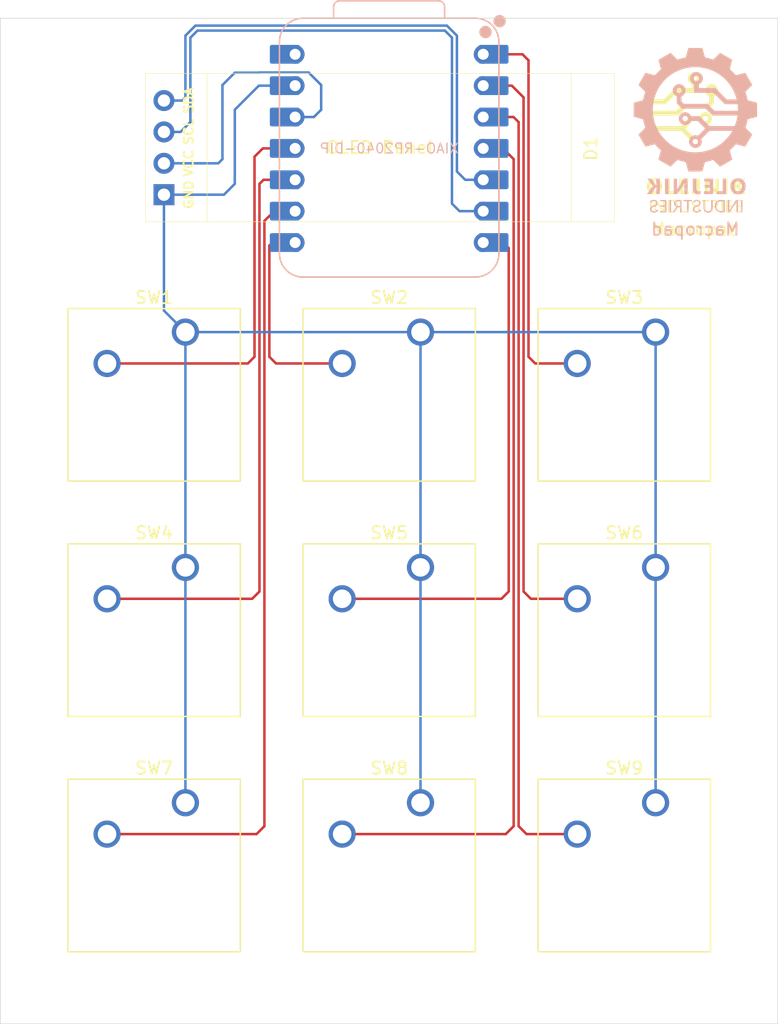
<source format=kicad_pcb>
(kicad_pcb (version 20241229) (generator "pcbnew") (generator_version "9.0")
  (layers (0 "F.Cu" signal) (2 "B.Cu" signal) (13 "F.Paste" user) (15 "B.Paste" user) (5 "F.SilkS" user "F.Silkscreen") (7 "B.SilkS" user "B.Silkscreen") (1 "F.Mask" user) (3 "B.Mask" user) (25 "Edge.Cuts" user))
  (net 0 "")
  (net 1 "/SCL")
  (net 2 "/VCC")
  (net 3 "GND")
  (net 4 "/SDA")
  (net 5 "+5V")
  (net 6 "Net-(U1-GPIO3{slash}MOSI)")
  (net 7 "Net-(U1-GPIO1{slash}RX)")
  (net 8 "Net-(U1-GPIO26{slash}ADC0{slash}A0)")
  (net 9 "Net-(U1-GPIO4{slash}MISO)")
  (net 10 "Net-(U1-GPIO0{slash}TX)")
  (net 11 "Net-(U1-GPIO27{slash}ADC1{slash}A1)")
  (net 12 "Net-(U1-GPIO2{slash}SCK)")
  (net 13 "Net-(U1-GPIO29{slash}ADC3{slash}A3)")
  (net 14 "Net-(U1-GPIO28{slash}ADC2{slash}A2)")
  (footprint "Button_Switch_Keyboard:SW_Cherry_MX_1.00u_PCB" (layer "F.Cu") (at 110 104.05)
    (property "Reference" "SW4")
    (property "Value" "SW_Push")
  )
  (footprint "Button_Switch_Keyboard:SW_Cherry_MX_1.00u_PCB" (layer "F.Cu") (at 129.05 104.05)
    (property "Reference" "SW5")
    (property "Value" "SW_Push")
  )
  (footprint "Button_Switch_Keyboard:SW_Cherry_MX_1.00u_PCB" (layer "F.Cu") (at 129.05 85)
    (property "Reference" "SW2")
    (property "Value" "SW_Push")
  )
  (footprint "Button_Switch_Keyboard:SW_Cherry_MX_1.00u_PCB" (layer "F.Cu") (at 110 85)
    (property "Reference" "SW1")
    (property "Value" "SW_Push")
  )
  (footprint "Button_Switch_Keyboard:SW_Cherry_MX_1.00u_PCB" (layer "F.Cu") (at 148.1 85)
    (property "Reference" "SW3")
    (property "Value" "SW_Push")
  )
  (footprint "Button_Switch_Keyboard:SW_Cherry_MX_1.00u_PCB" (layer "F.Cu") (at 110 123.1)
    (property "Reference" "SW7")
    (property "Value" "SW_Push")
  )
  (footprint "Button_Switch_Keyboard:SW_Cherry_MX_1.00u_PCB" (layer "F.Cu") (at 148.1 104.05)
    (property "Reference" "SW6")
    (property "Value" "SW_Push")
  )
  (footprint "Button_Switch_Keyboard:SW_Cherry_MX_1.00u_PCB" (layer "F.Cu") (at 129.05 123.1)
    (property "Reference" "SW8")
    (property "Value" "SW_Push")
  )
  (footprint "Button_Switch_Keyboard:SW_Cherry_MX_1.00u_PCB" (layer "F.Cu") (at 148.1 123.1)
    (property "Reference" "SW9")
    (property "Value" "SW_Push")
  )
  (footprint "Display:SSD1306-0.91-OLED-4pin-128x32" (layer "F.Cu") (at 144.76 76.0665 180)
    (property "Reference" "D1")
    (property "Value" "SSD1306-OLED-DISP")
  )
  (footprint "Seeed Studio XIAO Series Library:XIAO-RP2040-DIP" (layer "B.Cu") (at 126.51 70.13 180)
    (property "Reference" "U1" (hide yes))
    (property "Value" "XIAO-RP2040-DIP")
  )
  (gr_poly (pts (xy 154.633467 73.165828) (xy 154.637852 73.165828) (xy 154.640702 73.15936) (xy 154.643991 73.152234) (xy 154.647719 73.14445) (xy 154.651885 73.136008) (xy 154.65649 73.126909) (xy 154.661533 73.117152) (xy 154.672934 73.095665) (xy 155.020242 72.571196) (xy 155.357902 72.571196) (xy 154.919382 73.17109) (xy 155.395614 73.82887) (xy 155.037782 73.82887) (xy 154.67118 73.282475) (xy 154.669817 73.280354) (xy 154.668357 73.277939) (xy 154.665151 73.272224) (xy 154.66156 73.265331) (xy 154.657586 73.25726) (xy 154.653228 73.24801) (xy 154.648487 73.237581) (xy 154.643361 73.225974) (xy 154.637852 73.213188) (xy 154.633467 73.213188) (xy 154.633467 73.828869) (xy 154.350185 73.828869) (xy 154.350185 72.571196) (xy 154.633467 72.571196)) (fill yes) (layer "F.SilkS"))
  (gr_poly (pts (xy 149.254588 73.599085) (xy 149.720295 73.599085) (xy 149.720295 73.82887) (xy 148.971304 73.82887) (xy 148.971304 72.571196) (xy 149.254588 72.571196)) (fill yes) (layer "F.SilkS"))
  (gr_poly (pts (xy 151.369735 74.28918) (xy 151.382252 74.289739) (xy 151.394577 74.29067) (xy 151.40671 74.291975) (xy 151.418652 74.293652) (xy 151.430401 74.295702) (xy 151.441959 74.298125) (xy 151.453325 74.300921) (xy 151.464499 74.304089) (xy 151.475481 74.30763) (xy 151.486272 74.311544) (xy 151.49687 74.315831) (xy 151.507277 74.32049) (xy 151.517492 74.325522) (xy 151.527514 74.330927) (xy 151.537345 74.336705) (xy 151.547056 74.342781) (xy 151.556542 74.349257) (xy 151.565803 74.356134) (xy 151.574839 74.36341) (xy 151.583651 74.371087) (xy 151.592238 74.379164) (xy 151.6006 74.387641) (xy 151.608737 74.396519) (xy 151.61665 74.405796) (xy 151.624338 74.415474) (xy 151.631801 74.425551) (xy 151.639039 74.436029) (xy 151.646053 74.446907) (xy 151.652842 74.458186) (xy 151.659406 74.469864) (xy 151.665745 74.481942) (xy 151.561902 74.527549) (xy 151.557451 74.519023) (xy 151.552869 74.510809) (xy 151.548155 74.502907) (xy 151.543309 74.495318) (xy 151.538332 74.488041) (xy 151.533223 74.481077) (xy 151.527983 74.474425) (xy 151.522611 74.468086) (xy 151.517108 74.462059) (xy 151.511473 74.456344) (xy 151.505706 74.450942) (xy 151.499808 74.445853) (xy 151.493778 74.441075) (xy 151.487617 74.436611) (xy 151.481324 74.432458) (xy 151.4749 74.428619) (xy 151.468431 74.424965) (xy 151.461832 74.421548) (xy 151.4551 74.418366) (xy 151.448238 74.41542) (xy 151.441243 74.412709) (xy 151.434117 74.410234) (xy 151.42686 74.407995) (xy 151.419471 74.405992) (xy 151.41195 74.404224) (xy 151.404298 74.402692) (xy 151.396514 74.401395) (xy 151.388599 74.400335) (xy 151.380552 74.39951) (xy 151.372374 74.398921) (xy 151.364064 74.398567) (xy 151.355622 74.398449) (xy 151.344719 74.398611) (xy 151.334112 74.399096) (xy 151.323802 74.399905) (xy 151.313787 74.401036) (xy 151.304068 74.402492) (xy 151.294645 74.404271) (xy 151.285519 74.406373) (xy 151.276688 74.408798) (xy 151.268153 74.411547) (xy 151.259914 74.41462) (xy 151.251972 74.418015) (xy 151.244325 74.421735) (xy 151.236974 74.425777) (xy 151.22992 74.430143) (xy 151.223161 74.434833) (xy 151.216698 74.439845) (xy 151.210666 74.445053) (xy 151.205023 74.450502) (xy 151.199768 74.456191) (xy 151.194904 74.462122) (xy 151.190428 74.468295) (xy 151.186341 74.474708) (xy 151.182644 74.481363) (xy 151.179336 74.488258) (xy 151.176417 74.495395) (xy 151.173887 74.502773) (xy 151.171747 74.510393) (xy 151.169996 74.518253) (xy 151.168633 74.526355) (xy 151.167661 74.534698) (xy 151.167077 74.543282) (xy 151.166882 74.552107) (xy 151.167052 74.560927) (xy 151.167562 74.569494) (xy 151.168411 74.57781) (xy 151.169601 74.585873) (xy 151.17113 74.593685) (xy 151.172999 74.601244) (xy 151.175209 74.608551) (xy 151.177757 74.615605) (xy 151.180646 74.622408) (xy 151.183875 74.628958) (xy 151.187443 74.635257) (xy 151.191352 74.641303) (xy 151.1956 74.647097) (xy 151.200188 74.652639) (xy 151.205116 74.657928) (xy 151.210384 74.662966) (xy 151.216167 74.667836) (xy 151.222465 74.672624) (xy 151.229278 74.67733) (xy 151.236607 74.681954) (xy 151.244451 74.686495) (xy 151.25281 74.690955) (xy 151.261685 74.695332) (xy 151.271075 74.699626) (xy 151.28098 74.703839) (xy 151.2914 74.707969) (xy 151.302336 74.712017) (xy 151.313787 74.715983) (xy 151.325753 74.719867) (xy 151.338235 74.723669) (xy 151.351231 74.727388) (xy 151.364743 74.731025) (xy 151.384463 74.736405) (xy 151.403454 74.742021) (xy 151.421715 74.747872) (xy 151.439248 74.753959) (xy 151.456052 74.760282) (xy 151.472126 74.766841) (xy 151.487472 74.773635) (xy 151.502088 74.780665) (xy 151.515976 74.787931) (xy 151.529134 74.795432) (xy 151.541564 74.80317) (xy 151.553264 74.811142) (xy 151.564235 74.819351) (xy 151.574477 74.827795) (xy 151.583991 74.836476) (xy 151.592775 74.845391) (xy 151.600931 74.854524) (xy 151.608562 74.864029) (xy 151.615666 74.873906) (xy 151.622243 74.884157) (xy 151.628295 74.89478) (xy 151.63382 74.905776) (xy 151.63882 74.917145) (xy 151.643293 74.928886) (xy 151.647239 74.941) (xy 151.65066 74.953487) (xy 151.653554 74.966347) (xy 151.655922 74.979579) (xy 151.657764 74.993184) (xy 151.659079 75.007162) (xy 151.659869 75.021513) (xy 151.660132 75.036236) (xy 151.659806 75.051266) (xy 151.658827 75.066011) (xy 151.657196 75.080472) (xy 151.654913 75.094647) (xy 151.651978 75.108537) (xy 151.64839 75.122142) (xy 151.64415 75.135462) (xy 151.639258 75.148497) (xy 151.633713 75.161247) (xy 151.627516 75.173712) (xy 151.620667 75.185892) (xy 151.613166 75.197787) (xy 151.605012 75.209397) (xy 151.596206 75.220722) (xy 151.586747 75.231762) (xy 151.576637 75.242517) (xy 151.566011 75.252797) (xy 151.554831 75.262415) (xy 151.543098 75.271369) (xy 151.530811 75.27966) (xy 151.517971 75.287287) (xy 151.504577 75.294251) (xy 151.490629 75.300552) (xy 151.476128 75.30619) (xy 151.461073 75.311165) (xy 151.445464 75.315476) (xy 151.429302 75.319124) (xy 151.412586 75.322109) (xy 151.395316 75.32443) (xy 151.377493 75.326088) (xy 151.359117 75.327083) (xy 151.340186 75.327415) (xy 151.324556 75.327212) (xy 151.309237 75.326603) (xy 151.294232 75.325589) (xy 151.279538 75.32417) (xy 151.265158 75.322344) (xy 151.251089 75.320113) (xy 151.237333 75.317477) (xy 151.22389 75.314434) (xy 151.210759 75.310986) (xy 151.19794 75.307133) (xy 151.185434 75.302874) (xy 151.173241 75.298209) (xy 151.16136 75.293139) (xy 151.149791 75.287663) (xy 151.138535 75.281781) (xy 151.127591 75.275494) (xy 151.11699 75.268746) (xy 151.106761 75.261658) (xy 151.096905 75.254231) (xy 151.087422 75.246464) (xy 151.078312 75.238356) (xy 151.069574 75.229909) (xy 151.061209 75.221122) (xy 151.053217 75.211996) (xy 151.045598 75.202529) (xy 151.038351 75.192723) (xy 151.031478 75.182576) (xy 151.024977 75.17209) (xy 151.018848 75.161264) (xy 151.013093 75.150098) (xy 151.00771 75.138593) (xy 151.0027 75.126747) (xy 151.0027 75.126745) (xy 151.110751 75.075526) (xy 151.114709 75.08408) (xy 151.118864 75.092376) (xy 151.123216 75.100415) (xy 151.127766 75.108196) (xy 151.132513 75.115719) (xy 151.137457 75.122985) (xy 151.142599 75.129993) (xy 151.147938 75.136744) (xy 151.153474 75.143237) (xy 151.159208 75.149472) (xy 151.165139 75.15545) (xy 151.171267 75.16117) (xy 151.177593 75.166632) (xy 151.184116 75.171837) (xy 151.190836 75.176784) (xy 151.197754 75.181474) (xy 151.204869 75.185892) (xy 151.212181 75.190025) (xy 151.219691 75.193873) (xy 151.227398 75.197436) (xy 151.235303 75.200714) (xy 151.243404 75.203706) (xy 151.251703 75.206414) (xy 151.2602 75.208837) (xy 151.268893 75.210975) (xy 151.277784 75.212828) (xy 151.286873 75.214396) (xy 151.296158 75.215678) (xy 151.305642 75.216676) (xy 151.315322 75.217388) (xy 151.3252 75.217816) (xy 151.335275 75.217959) (xy 151.347049 75.217783) (xy 151.358517 75.217257) (xy 151.369677 75.21638) (xy 151.38053 75.215152) (xy 151.391077 75.213573) (xy 151.401316 75.211644) (xy 151.411249 75.209363) (xy 151.420874 75.206732) (xy 151.430193 75.20375) (xy 151.439204 75.200417) (xy 151.447909 75.196734) (xy 151.456307 75.192699) (xy 151.464398 75.188314) (xy 151.472181 75.183578) (xy 151.479658 75.178491) (xy 151.486828 75.173053) (xy 151.493625 75.16721) (xy 151.499984 75.161081) (xy 151.505904 75.154668) (xy 151.511385 75.14797) (xy 151.516428 75.140986) (xy 151.521033 75.133718) (xy 151.525199 75.126164) (xy 151.528926 75.118326) (xy 151.532215 75.110202) (xy 151.535065 75.101794) (xy 151.537477 75.0931) (xy 151.53945 75.084121) (xy 151.540985 75.074857) (xy 151.542082 75.065309) (xy 151.542739 75.055475) (xy 151.542959 75.045356) (xy 151.54275 75.035829) (xy 151.542125 75.026543) (xy 151.541084 75.017499) (xy 151.539626 75.008695) (xy 151.537751 75.000133) (xy 151.53546 74.991812) (xy 151.532752 74.983732) (xy 151.529628 74.975894) (xy 151.526087 74.968297) (xy 151.522129 74.96094) (xy 151.517755 74.953825) (xy 151.512964 74.946952) (xy 151.507757 74.940319) (xy 151.502133 74.933928) (xy 151.496092 74.927777) (xy 151.489635 74.921868) (xy 151.482851 74.916064) (xy 151.475657 74.910401) (xy 151.468051 74.904881) (xy 151.460034 74.899504) (xy 151.451606 74.894269) (xy 151.442767 74.889177) (xy 151.433517 74.884227) (xy 151.423856 74.879419) (xy 151.413784 74.874755) (xy 151.4033 74.870232) (xy 151.392406 74.865853) (xy 151.3811 74.861615) (xy 151.369384 74.857521) (xy 151.357256 74.853568) (xy 151.344717 74.849759) (xy 151.331767 74.846091) (xy 151.313075 74.840821) (xy 151.295062 74.835359) (xy 151.27773 74.829704) (xy 151.261077 74.823858) (xy 151.245104 74.817821) (xy 151.22981 74.811591) (xy 151.215197 74.805169) (xy 151.201263 74.798556) (xy 151.188008 74.79175) (xy 151.175434 74.784753) (xy 151.163539 74.777564) (xy 151.152324 74.770184) (xy 151.141788 74.762611) (xy 151.131932 74.754846) (xy 151.122756 74.74689) (xy 151.11426 74.738742) (xy 151.106443 74.730254) (xy 151.099131 74.721453) (xy 151.092323 74.71234) (xy 151.086019 74.702915) (xy 151.08022 74.693177) (xy 151.074924 74.683126) (xy 151.070134 74.672763) (xy 151.065847 74.662088) (xy 151.062065 74.6511) (xy 151.058787 74.6398) (xy 151.056013 74.628188) (xy 151.053744 74.616263) (xy 151.051979 74.604025) (xy 151.050718 74.591475) (xy 151.049962 74.578613) (xy 151.049709 74.565438) (xy 151.050071 74.548849) (xy 151.051157 74.532758) (xy 151.052965 74.517165) (xy 151.055498 74.502072) (xy 151.058754 74.487477) (xy 151.062734 74.473382) (xy 151.067437 74.459785) (xy 151.072863 74.446687) (xy 151.079014 74.434087) (xy 151.085888 74.421987) (xy 151.093485 74.410385) (xy 151.101806 74.399282) (xy 151.11085 74.388678) (xy 151.120619 74.378573) (xy 151.13111 74.368966) (xy 151.142326 74.359859) (xy 151.154018 74.351277) (xy 151.16594 74.34325) (xy 151.178092 74.335776) (xy 151.190475 74.328855) (xy 151.203088 74.322489) (xy 151.215931 74.316675) (xy 151.229005 74.311416) (xy 151.242309 74.30671) (xy 151.255842 74.302557) (xy 151.269607 74.298959) (xy 151.283601 74.295914) (xy 151.297825 74.293422) (xy 151.31228 74.291485) (xy 151.326965 74.2901) (xy 151.34188 74.28927) (xy 151.357026 74.288993)) (fill yes) (layer "F.SilkS"))
  (gr_poly (pts (xy 152.438946 74.411078) (xy 152.148469 74.411078) (xy 152.148469 75.310574) (xy 152.030595 75.310574) (xy 152.030595 74.411078) (xy 151.74082 74.411078) (xy 151.74082 74.304429) (xy 152.438946 74.304429)) (fill yes) (layer "F.SilkS"))
  (gr_poly (pts (xy 154.319328 74.411078) (xy 153.926412 74.411078) (xy 153.926412 74.745757) (xy 154.289859 74.745757) (xy 154.289859 74.851705) (xy 153.926412 74.851705) (xy 153.926412 75.203925) (xy 154.34178 75.203925) (xy 154.34178 75.310574) (xy 153.808538 75.310574) (xy 153.808538 74.304429) (xy 154.319328 74.304429)) (fill yes) (layer "F.SilkS"))
  (gr_poly (pts (xy 154.841424 74.28918) (xy 154.85394 74.289739) (xy 154.866266 74.29067) (xy 154.878399 74.291975) (xy 154.89034 74.293652) (xy 154.90209 74.295702) (xy 154.913648 74.298125) (xy 154.925014 74.300921) (xy 154.936188 74.304089) (xy 154.94717 74.30763) (xy 154.95796 74.311544) (xy 154.968559 74.315831) (xy 154.978966 74.32049) (xy 154.98918 74.325522) (xy 154.999203 74.330927) (xy 155.009035 74.336705) (xy 155.018745 74.342781) (xy 155.028231 74.349257) (xy 155.037492 74.356134) (xy 155.046528 74.36341) (xy 155.05534 74.371087) (xy 155.063927 74.379164) (xy 155.072289 74.387641) (xy 155.080426 74.396519) (xy 155.088338 74.405796) (xy 155.096026 74.415474) (xy 155.103489 74.425551) (xy 155.110728 74.436029) (xy 155.117741 74.446907) (xy 155.12453 74.458186) (xy 155.131094 74.469864) (xy 155.137433 74.481942) (xy 155.033591 74.527549) (xy 155.02914 74.519023) (xy 155.024557 74.510809) (xy 155.019843 74.502907) (xy 155.014997 74.495318) (xy 155.01002 74.488041) (xy 155.004911 74.481077) (xy 154.999671 74.474425) (xy 154.994299 74.468086) (xy 154.988795 74.462059) (xy 154.98316 74.456344) (xy 154.977394 74.450942) (xy 154.971496 74.445853) (xy 154.965466 74.441075) (xy 154.959305 74.436611) (xy 154.953012 74.432458) (xy 154.946588 74.428619) (xy 154.94012 74.424965) (xy 154.93352 74.421548) (xy 154.926789 74.418366) (xy 154.919926 74.41542) (xy 154.912931 74.412709) (xy 154.905805 74.410234) (xy 154.898548 74.407995) (xy 154.891159 74.405992) (xy 154.883638 74.404224) (xy 154.875986 74.402692) (xy 154.868202 74.401395) (xy 154.860287 74.400335) (xy 154.85224 74.39951) (xy 154.844061 74.398921) (xy 154.835751 74.398567) (xy 154.82731 74.398449) (xy 154.816407 74.398611) (xy 154.805801 74.399096) (xy 154.79549 74.399905) (xy 154.785475 74.401036) (xy 154.775757 74.402492) (xy 154.766334 74.404271) (xy 154.757207 74.406373) (xy 154.748376 74.408798) (xy 154.739842 74.411547) (xy 154.731603 74.41462) (xy 154.72366 74.418015) (xy 154.716013 74.421735) (xy 154.708663 74.425777) (xy 154.701608 74.430143) (xy 154.694849 74.434833) (xy 154.688386 74.439845) (xy 154.682354 74.445053) (xy 154.676711 74.450502) (xy 154.671457 74.456191) (xy 154.666592 74.462122) (xy 154.662117 74.468295) (xy 154.65803 74.474708) (xy 154.654333 74.481363) (xy 154.651025 74.488258) (xy 154.648106 74.495395) (xy 154.645576 74.502773) (xy 154.643435 74.510393) (xy 154.641684 74.518253) (xy 154.640322 74.526355) (xy 154.639349 74.534698) (xy 154.638765 74.543282) (xy 154.63857 74.552107) (xy 154.63874 74.560927) (xy 154.63925 74.569494) (xy 154.6401 74.57781) (xy 154.641289 74.585873) (xy 154.642819 74.593685) (xy 154.644688 74.601244) (xy 154.646897 74.608551) (xy 154.649446 74.615605) (xy 154.652335 74.622408) (xy 154.655564 74.628958) (xy 154.659132 74.635257) (xy 154.66304 74.641303) (xy 154.667289 74.647097) (xy 154.671877 74.652639) (xy 154.676804 74.657928) (xy 154.682072 74.662966) (xy 154.687855 74.667836) (xy 154.694153 74.672624) (xy 154.700967 74.67733) (xy 154.708296 74.681954) (xy 154.71614 74.686495) (xy 154.724499 74.690955) (xy 154.733374 74.695332) (xy 154.742764 74.699626) (xy 154.752669 74.703839) (xy 154.763089 74.707969) (xy 154.774025 74.712017) (xy 154.785476 74.715983) (xy 154.797442 74.719867) (xy 154.809923 74.723669) (xy 154.82292 74.727388) (xy 154.836432 74.731025) (xy 154.856152 74.736405) (xy 154.875143 74.742021) (xy 154.893404 74.747872) (xy 154.910937 74.753959) (xy 154.927741 74.760282) (xy 154.943815 74.766841) (xy 154.959161 74.773635) (xy 154.973777 74.780665) (xy 154.987665 74.787931) (xy 155.000823 74.795432) (xy 155.013252 74.80317) (xy 155.024953 74.811142) (xy 155.035924 74.819351) (xy 155.046166 74.827795) (xy 155.055679 74.836476) (xy 155.064463 74.845391) (xy 155.072619 74.854524) (xy 155.08025 74.864029) (xy 155.087354 74.873906) (xy 155.093931 74.884157) (xy 155.099983 74.89478) (xy 155.105508 74.905776) (xy 155.110508 74.917145) (xy 155.11498 74.928886) (xy 155.118927 74.941) (xy 155.122348 74.953487) (xy 155.125242 74.966347) (xy 155.12761 74.979579) (xy 155.129452 74.993184) (xy 155.130768 75.007162) (xy 155.131557 75.021513) (xy 155.13182 75.036236) (xy 155.131494 75.051266) (xy 155.130515 75.066011) (xy 155.128885 75.080472) (xy 155.126602 75.094647) (xy 155.123666 75.108537) (xy 155.120079 75.122142) (xy 155.115839 75.135462) (xy 155.110946 75.148497) (xy 155.105402 75.161247) (xy 155.099205 75.173712) (xy 155.092355 75.185892) (xy 155.084854 75.197787) (xy 155.0767 75.209397) (xy 155.067894 75.220722) (xy 155.058436 75.231762) (xy 155.048325 75.242517) (xy 155.037699 75.252797) (xy 155.02652 75.262415) (xy 155.014786 75.271369) (xy 155.0025 75.27966) (xy 154.989659 75.287287) (xy 154.976265 75.294251) (xy 154.962317 75.300552) (xy 154.947816 75.30619) (xy 154.932761 75.311165) (xy 154.917152 75.315476) (xy 154.90099 75.319124) (xy 154.884274 75.322109) (xy 154.867005 75.32443) (xy 154.849182 75.326088) (xy 154.830805 75.327083) (xy 154.811875 75.327415) (xy 154.796244 75.327212) (xy 154.780926 75.326603) (xy 154.76592 75.325589) (xy 154.751227 75.32417) (xy 154.736846 75.322344) (xy 154.722778 75.320113) (xy 154.709022 75.317477) (xy 154.695579 75.314434) (xy 154.682448 75.310986) (xy 154.669629 75.307133) (xy 154.657123 75.302874) (xy 154.644929 75.298209) (xy 154.633048 75.293139) (xy 154.621479 75.287663) (xy 154.610223 75.281781) (xy 154.599279 75.275494) (xy 154.588678 75.268746) (xy 154.578449 75.261658) (xy 154.568594 75.254231) (xy 154.55911 75.246464) (xy 154.55 75.238356) (xy 154.541263 75.229909) (xy 154.532898 75.221122) (xy 154.524906 75.211996) (xy 154.517286 75.202529) (xy 154.51004 75.192723) (xy 154.503166 75.182576) (xy 154.496664 75.17209) (xy 154.490536 75.161264) (xy 154.48478 75.150098) (xy 154.479398 75.138593) (xy 154.474388 75.126747) (xy 154.474388 75.126745) (xy 154.582441 75.075526) (xy 154.586398 75.08408) (xy 154.590553 75.092376) (xy 154.594906 75.100415) (xy 154.599455 75.108196) (xy 154.604202 75.115719) (xy 154.609147 75.122985) (xy 154.614288 75.129993) (xy 154.619627 75.136744) (xy 154.625164 75.143237) (xy 154.630898 75.149472) (xy 154.636829 75.15545) (xy 154.642957 75.16117) (xy 154.649283 75.166632) (xy 154.655806 75.171837) (xy 154.662526 75.176784) (xy 154.669444 75.181474) (xy 154.676558 75.185892) (xy 154.683871 75.190025) (xy 154.691381 75.193873) (xy 154.699088 75.197436) (xy 154.706992 75.200714) (xy 154.715094 75.203706) (xy 154.723393 75.206414) (xy 154.731889 75.208837) (xy 154.740583 75.210975) (xy 154.749474 75.212828) (xy 154.758563 75.214396) (xy 154.767848 75.215678) (xy 154.777331 75.216676) (xy 154.787012 75.217388) (xy 154.796889 75.217816) (xy 154.806964 75.217959) (xy 154.818739 75.217783) (xy 154.830206 75.217257) (xy 154.841366 75.21638) (xy 154.85222 75.215152) (xy 154.862766 75.213573) (xy 154.873005 75.211644) (xy 154.882938 75.209363) (xy 154.892563 75.206732) (xy 154.901882 75.20375) (xy 154.910893 75.200417) (xy 154.919598 75.196734) (xy 154.927996 75.192699) (xy 154.936086 75.188314) (xy 154.94387 75.183578) (xy 154.951347 75.178491) (xy 154.958516 75.173053) (xy 154.965314 75.16721) (xy 154.971672 75.161081) (xy 154.977592 75.154668) (xy 154.983074 75.14797) (xy 154.988117 75.140986) (xy 154.992721 75.133718) (xy 154.996887 75.126164) (xy 155.000615 75.118326) (xy 155.003904 75.110202) (xy 155.006754 75.101794) (xy 155.009166 75.0931) (xy 155.01114 75.084121) (xy 155.012674 75.074857) (xy 155.013771 75.065309) (xy 155.014429 75.055475) (xy 155.014648 75.045356) (xy 155.01444 75.035829) (xy 155.013815 75.026543) (xy 155.012773 75.017499) (xy 155.011315 75.008695) (xy 155.00944 75.000133) (xy 155.007149 74.991812) (xy 155.004441 74.983732) (xy 155.001317 74.975894) (xy 154.997775 74.968297) (xy 154.993818 74.96094) (xy 154.989444 74.953825) (xy 154.984653 74.946952) (xy 154.979446 74.940319) (xy 154.973822 74.933928) (xy 154.967781 74.927777) (xy 154.961324 74.921868) (xy 154.954541 74.916064) (xy 154.947346 74.910401) (xy 154.939741 74.904881) (xy 154.931724 74.899504) (xy 154.923296 74.894269) (xy 154.914457 74.889177) (xy 154.905207 74.884227) (xy 154.895546 74.879419) (xy 154.885473 74.874755) (xy 154.87499 74.870232) (xy 154.864095 74.865853) (xy 154.85279 74.861615) (xy 154.841073 74.857521) (xy 154.828945 74.853568) (xy 154.816406 74.849759) (xy 154.803456 74.846091) (xy 154.784764 74.840821) (xy 154.766751 74.835359) (xy 154.749419 74.829704) (xy 154.732766 74.823858) (xy 154.716793 74.817821) (xy 154.701499 74.811591) (xy 154.686886 74.805169) (xy 154.672952 74.798556) (xy 154.659697 74.79175) (xy 154.647123 74.784753) (xy 154.635228 74.777564) (xy 154.624013 74.770184) (xy 154.613477 74.762611) (xy 154.603622 74.754846) (xy 154.594446 74.74689) (xy 154.585949 74.738742) (xy 154.578133 74.730254) (xy 154.57082 74.721453) (xy 154.564012 74.71234) (xy 154.557708 74.702915) (xy 154.551909 74.693177) (xy 154.546614 74.683126) (xy 154.541823 74.672763) (xy 154.537536 74.662088) (xy 154.533754 74.6511) (xy 154.530476 74.6398) (xy 154.527702 74.628188) (xy 154.525433 74.616263) (xy 154.523667 74.604025) (xy 154.522407 74.591475) (xy 154.52165 74.578613) (xy 154.521398 74.565438) (xy 154.52176 74.548849) (xy 154.522845 74.532758) (xy 154.524654 74.517165) (xy 154.527187 74.502072) (xy 154.530443 74.487477) (xy 154.534422 74.473382) (xy 154.539125 74.459785) (xy 154.544552 74.446687) (xy 154.550702 74.434087) (xy 154.557576 74.421987) (xy 154.565174 74.410385) (xy 154.573495 74.399282) (xy 154.582539 74.388678) (xy 154.592307 74.378573) (xy 154.602799 74.368966) (xy 154.614014 74.359859) (xy 154.625706 74.351277) (xy 154.637628 74.34325) (xy 154.649781 74.335776) (xy 154.662164 74.328855) (xy 154.674777 74.322489) (xy 154.68762 74.316675) (xy 154.700693 74.311416) (xy 154.713997 74.30671) (xy 154.727531 74.302557) (xy 154.741295 74.298959) (xy 154.755289 74.295914) (xy 154.769514 74.293422) (xy 154.783969 74.291485) (xy 154.798654 74.2901) (xy 154.813569 74.28927) (xy 154.828715 74.288993)) (fill yes) (layer "F.SilkS"))
  (gr_poly (pts (xy 151.249652 63.946959) (xy 151.275127 63.948854) (xy 151.300385 63.951992) (xy 151.325384 63.956354) (xy 151.350081 63.961923) (xy 151.374436 63.968681) (xy 151.398404 63.976611) (xy 151.421943 63.985696) (xy 151.445012 63.995917) (xy 151.467568 64.007258) (xy 151.489567 64.0197) (xy 151.510969 64.033226) (xy 151.531731 64.047818) (xy 151.551809 64.06346) (xy 151.571162 64.080133) (xy 151.589748 64.09782) (xy 151.607435 64.116405) (xy 151.624108 64.135759) (xy 151.63975 64.155837) (xy 151.654342 64.176599) (xy 151.667868 64.198001) (xy 151.68031 64.22) (xy 151.691651 64.242556) (xy 151.701872 64.265625) (xy 151.710957 64.289164) (xy 151.718887 64.313132) (xy 151.725645 64.337487) (xy 151.731214 64.362184) (xy 151.735576 64.387183) (xy 151.738714 64.412441) (xy 151.740609 64.437916) (xy 151.741245 64.463564) (xy 151.740872 64.483259) (xy 151.739761 64.502814) (xy 151.737922 64.522213) (xy 151.735368 64.541439) (xy 151.732108 64.560476) (xy 151.728154 64.579307) (xy 151.723518 64.597917) (xy 151.718209 64.616288) (xy 151.712239 64.634404) (xy 151.70562 64.652249) (xy 151.698362 64.669807) (xy 151.690476 64.687061) (xy 151.681974 64.703994) (xy 151.672866 64.720591) (xy 151.663163 64.736835) (xy 151.652877 64.752709) (xy 151.642018 64.768197) (xy 151.630599 64.783283) (xy 151.618628 64.79795) (xy 151.606119 64.812182) (xy 151.593081 64.825963) (xy 151.579527 64.839275) (xy 151.565466 64.852103) (xy 151.55091 64.864431) (xy 151.53587 64.876241) (xy 151.520357 64.887518) (xy 151.504383 64.898245) (xy 151.487957 64.908406) (xy 151.471092 64.917983) (xy 151.453799 64.926962) (xy 151.436087 64.935325) (xy 151.417969 64.943057) (xy 151.417969 65.244545) (xy 151.418039 65.244545) (xy 151.418039 65.632476) (xy 149.854562 65.632476) (xy 148.931913 66.555125) (xy 148.931878 66.555125) (xy 147.897396 66.555125) (xy 147.897396 66.167194) (xy 148.771217 66.167194) (xy 149.693866 65.244545) (xy 149.693901 65.244545) (xy 151.03004 65.244545) (xy 151.030068 64.943102) (xy 150.994236 64.927008) (xy 150.960074 64.908452) (xy 150.927672 64.887565) (xy 150.897117 64.864478) (xy 150.868497 64.839321) (xy 150.841903 64.812227) (xy 150.817421 64.783326) (xy 150.79514 64.75275) (xy 150.77515 64.720629) (xy 150.757537 64.687096) (xy 150.742392 64.65228) (xy 150.729802 64.616314) (xy 150.719855 64.579328) (xy 150.712641 64.541454) (xy 150.708248 64.502822) (xy 150.706764 64.463564) (xy 151.008488 64.463564) (xy 151.008753 64.474251) (xy 151.009543 64.484866) (xy 151.01085 64.49539) (xy 151.012668 64.505806) (xy 151.014988 64.516097) (xy 151.017804 64.526244) (xy 151.021108 64.536231) (xy 151.024894 64.546039) (xy 151.029152 64.555651) (xy 151.033878 64.565049) (xy 151.039062 64.574216) (xy 151.044698 64.583134) (xy 151.050778 64.591784) (xy 151.057295 64.60015) (xy 151.064243 64.608214) (xy 151.071612 64.615958) (xy 151.079356 64.623328) (xy 151.08742 64.630275) (xy 151.095786 64.636792) (xy 151.104437 64.642872) (xy 151.113354 64.648508) (xy 151.122521 64.653692) (xy 151.131919 64.658418) (xy 151.141531 64.662676) (xy 151.151339 64.666462) (xy 151.161326 64.669766) (xy 151.171473 64.672582) (xy 151.181764 64.674902) (xy 151.19218 64.67672) (xy 151.202704 64.678027) (xy 151.213319 64.678817) (xy 151.224005 64.679082) (xy 151.234692 64.678817) (xy 151.245307 64.678027) (xy 151.255831 64.67672) (xy 151.266247 64.674902) (xy 151.276538 64.672582) (xy 151.286686 64.669766) (xy 151.296672 64.666462) (xy 151.306481 64.662676) (xy 151.316093 64.658418) (xy 151.325491 64.653692) (xy 151.334657 64.648508) (xy 151.343575 64.642872) (xy 151.352226 64.636792) (xy 151.360592 64.630275) (xy 151.368656 64.623328) (xy 151.3764 64.615958) (xy 151.383769 64.608214) (xy 151.390716 64.60015) (xy 151.397233 64.591784) (xy 151.403314 64.583134) (xy 151.408949 64.574216) (xy 151.414134 64.565049) (xy 151.418859 64.555651) (xy 151.423118 64.546039) (xy 151.426903 64.536231) (xy 151.430207 64.526244) (xy 151.433023 64.516097) (xy 151.435344 64.505806) (xy 151.437161 64.49539) (xy 151.438469 64.484866) (xy 151.439258 64.474251) (xy 151.439523 64.463564) (xy 151.439258 64.452878) (xy 151.438469 64.442263) (xy 151.437161 64.431739) (xy 151.435344 64.421323) (xy 151.433023 64.411032) (xy 151.430207 64.400884) (xy 151.426903 64.390898) (xy 151.423118 64.38109) (xy 151.418859 64.371478) (xy 151.414134 64.362079) (xy 151.408949 64.352913) (xy 151.403314 64.343995) (xy 151.397233 64.335345) (xy 151.390716 64.326979) (xy 151.383769 64.318915) (xy 151.3764 64.311171) (xy 151.368656 64.303801) (xy 151.360592 64.296854) (xy 151.352226 64.290337) (xy 151.343575 64.284257) (xy 151.334657 64.278621) (xy 151.325491 64.273436) (xy 151.316093 64.268711) (xy 151.306481 64.264452) (xy 151.296672 64.260667) (xy 151.286686 64.257363) (xy 151.276538 64.254547) (xy 151.266247 64.252226) (xy 151.255831 64.250409) (xy 151.245307 64.249102) (xy 151.234692 64.248312) (xy 151.224005 64.248047) (xy 151.213319 64.248312) (xy 151.202704 64.249102) (xy 151.19218 64.250409) (xy 151.181764 64.252226) (xy 151.171473 64.254547) (xy 151.161326 64.257363) (xy 151.151339 64.260667) (xy 151.141531 64.264452) (xy 151.131919 64.268711) (xy 151.122521 64.273436) (xy 151.113354 64.278621) (xy 151.104437 64.284257) (xy 151.095786 64.290337) (xy 151.08742 64.296854) (xy 151.079356 64.303801) (xy 151.071612 64.311171) (xy 151.064243 64.318915) (xy 151.057295 64.326979) (xy 151.050778 64.335345) (xy 151.044698 64.343995) (xy 151.039062 64.352913) (xy 151.033878 64.362079) (xy 151.029152 64.371478) (xy 151.024894 64.38109) (xy 151.021108 64.390898) (xy 151.017804 64.400884) (xy 151.014988 64.411032) (xy 151.012668 64.421323) (xy 151.01085 64.431739) (xy 151.009543 64.442263) (xy 151.008753 64.452878) (xy 151.008488 64.463564) (xy 150.706764 64.463564) (xy 150.7074 64.437916) (xy 150.709295 64.412441) (xy 150.712432 64.387183) (xy 150.716795 64.362184) (xy 150.722364 64.337487) (xy 150.729122 64.313132) (xy 150.737052 64.289164) (xy 150.746137 64.265625) (xy 150.756358 64.242556) (xy 150.767699 64.22) (xy 150.780141 64.198001) (xy 150.793667 64.176599) (xy 150.80826 64.155837) (xy 150.823901 64.135759) (xy 150.840574 64.116405) (xy 150.858261 64.09782) (xy 150.876847 64.080133) (xy 150.8962 64.06346) (xy 150.916279 64.047818) (xy 150.93704 64.033226) (xy 150.958442 64.0197) (xy 150.980442 64.007258) (xy 151.002997 63.995917) (xy 151.026066 63.985696) (xy 151.049605 63.976611) (xy 151.073573 63.968681) (xy 151.097928 63.961923) (xy 151.122625 63.956354) (xy 151.147624 63.951992) (xy 151.172882 63.948854) (xy 151.198357 63.946959) (xy 151.224004 63.946323)) (fill yes) (layer "F.SilkS"))
  (gr_poly (pts (xy 150.749588 72.801857) (xy 150.307561 72.801857) (xy 150.307561 73.081633) (xy 150.718892 73.081633) (xy 150.718892 73.311417) (xy 150.307561 73.311417) (xy 150.307561 73.599086) (xy 150.77853 73.599086) (xy 150.77853 73.82887) (xy 150.024277 73.82887) (xy 150.024277 72.571196) (xy 150.749588 72.571196)) (fill yes) (layer "F.SilkS"))
  (gr_poly (pts (xy 152.901763 74.304701) (xy 152.917988 74.305515) (xy 152.933863 74.306871) (xy 152.949387 74.308771) (xy 152.964559 74.311213) (xy 152.979382 74.314197) (xy 152.993853 74.317725) (xy 153.007973 74.321795) (xy 153.021743 74.326407) (xy 153.035162 74.331563) (xy 153.04823 74.337261) (xy 153.060947 74.343501) (xy 153.073313 74.350285) (xy 153.085329 74.357611) (xy 153.096993 74.36548) (xy 153.108307 74.373891) (xy 153.119098 74.382831) (xy 153.129192 74.392287) (xy 153.13859 74.402258) (xy 153.147292 74.412744) (xy 153.155297 74.423745) (xy 153.162607 74.435262) (xy 153.16922 74.447294) (xy 153.175138 74.459841) (xy 153.180359 74.472904) (xy 153.184884 74.486481) (xy 153.188713 74.500574) (xy 153.191845 74.515182) (xy 153.194282 74.530306) (xy 153.196022 74.545945) (xy 153.197067 74.562099) (xy 153.197415 74.578768) (xy 153.197204 74.590953) (xy 153.196571 74.602952) (xy 153.195515 74.614765) (xy 153.194038 74.626391) (xy 153.192139 74.637831) (xy 153.189817 74.649085) (xy 153.187074 74.660152) (xy 153.183908 74.671033) (xy 153.180321 74.681728) (xy 153.176311 74.692236) (xy 153.171879 74.702557) (xy 153.167025 74.712693) (xy 153.16175 74.722642) (xy 153.156051 74.732404) (xy 153.149931 74.741981) (xy 153.143389 74.751371) (xy 153.136584 74.760415) (xy 153.129499 74.769131) (xy 153.122134 74.777517) (xy 153.11449 74.785575) (xy 153.106567 74.793304) (xy 153.098364 74.800704) (xy 153.089881 74.807775) (xy 153.081119 74.814518) (xy 153.072077 74.820931) (xy 153.062756 74.827015) (xy 153.053155 74.832771) (xy 153.043274 74.838198) (xy 153.033114 74.843295) (xy 153.022675 74.848064) (xy 153.011956 74.852504) (xy 153.000957 74.856615) (xy 153.000957 74.859422) (xy 153.004432 74.861897) (xy 153.007842 74.86441) (xy 153.011185 74.866962) (xy 153.014463 74.869552) (xy 153.017676 74.87218) (xy 153.020822 74.874847) (xy 153.023903 74.877552) (xy 153.026918 74.880295) (xy 153.029867 74.883077) (xy 153.03275 74.885897) (xy 153.035568 74.888756) (xy 153.038319 74.891653) (xy 153.041005 74.894588) (xy 153.043625 74.897562) (xy 153.04618 74.900574) (xy 153.048668 74.903625) (xy 153.0537 74.909917) (xy 153.058974 74.916868) (xy 153.064488 74.924476) (xy 153.070244 74.932742) (xy 153.07624 74.941666) (xy 153.082478 74.951248) (xy 153.088957 74.961488) (xy 153.095678 74.972385) (xy 153.304062 75.310574) (xy 153.163736 75.310574) (xy 152.991133 75.025008) (xy 152.977955 75.003839) (xy 152.965436 74.984884) (xy 152.953574 74.968143) (xy 152.947889 74.960603) (xy 152.942369 74.953617) (xy 152.937014 74.947184) (xy 152.931823 74.941306) (xy 152.926796 74.93598) (xy 152.921934 74.931209) (xy 152.917236 74.92699) (xy 152.912703 74.923326) (xy 152.908335 74.920215) (xy 152.90413 74.917658) (xy 152.900038 74.915449) (xy 152.895831 74.913383) (xy 152.891509 74.911459) (xy 152.887072 74.909677) (xy 152.882519 74.908038) (xy 152.877852 74.906542) (xy 152.873069 74.905188) (xy 152.868172 74.903976) (xy 152.863159 74.902907) (xy 152.858031 74.901981) (xy 152.852788 74.901197) (xy 152.84743 74.900555) (xy 152.841956 74.900057) (xy 152.836368 74.8997) (xy 152.830664 74.899486) (xy 152.824846 74.899415) (xy 152.709076 74.899415) (xy 152.709076 75.310574) (xy 152.591201 75.310574) (xy 152.591201 74.792767) (xy 152.709076 74.792767) (xy 152.869048 74.792767) (xy 152.879896 74.792545) (xy 152.890514 74.791879) (xy 152.900901 74.790769) (xy 152.911058 74.789215) (xy 152.920985 74.787217) (xy 152.930682 74.784775) (xy 152.940149 74.781889) (xy 152.949385 74.778559) (xy 152.958391 74.774785) (xy 152.967167 74.770567) (xy 152.975713 74.765905) (xy 152.984028 74.760799) (xy 152.992114 74.755249) (xy 152.999969 74.749255) (xy 153.007594 74.742816) (xy 153.014988 74.735934) (xy 153.022125 74.728699) (xy 153.028802 74.7212) (xy 153.035018 74.713438) (xy 153.040773 74.705414) (xy 153.046068 74.697126) (xy 153.050903 74.688574) (xy 153.055277 74.67976) (xy 153.059191 74.670683) (xy 153.062644 74.661342) (xy 153.065637 74.651738) (xy 153.06817 74.641872) (xy 153.070242 74.631742) (xy 153.071853 74.621349) (xy 153.073005 74.610692) (xy 153.073695 74.599773) (xy 153.073925 74.588591) (xy 153.073725 74.578631) (xy 153.073125 74.568923) (xy 153.072125 74.559467) (xy 153.070724 74.550264) (xy 153.068924 74.541313) (xy 153.066723 74.532614) (xy 153.064122 74.524167) (xy 153.061121 74.515972) (xy 153.05772 74.508029) (xy 153.053918 74.500338) (xy 153.049717 74.4929) (xy 153.045115 74.485714) (xy 153.040113 74.47878) (xy 153.034711 74.472098) (xy 153.028909 74.465668) (xy 153.022706 74.45949) (xy 153.016214 74.453628) (xy 153.009365 74.448144) (xy 153.002159 74.443038) (xy 152.994597 74.43831) (xy 152.986679 74.43396) (xy 152.978405 74.429989) (xy 152.969774 74.426396) (xy 152.960787 74.423181) (xy 152.951444 74.420344) (xy 152.941745 74.417886) (xy 152.931689 74.415806) (xy 152.921277 74.414104) (xy 152.910508 74.41278) (xy 152.899383 74.411834) (xy 152.887902 74.411267) (xy 152.876065 74.411078) (xy 152.709076 74.411078) (xy 152.709076 74.792767) (xy 152.591201 74.792767) (xy 152.591201 74.304429) (xy 152.885187 74.304429)) (fill yes) (layer "F.SilkS"))
  (gr_poly (pts (xy 152.170923 67.198339) (xy 152.196398 67.200234) (xy 152.221655 67.203372) (xy 152.246654 67.207734) (xy 152.271352 67.213303) (xy 152.295706 67.220061) (xy 152.319674 67.227991) (xy 152.343214 67.237076) (xy 152.366283 67.247297) (xy 152.388838 67.258638) (xy 152.410838 67.27108) (xy 152.43224 67.284606) (xy 152.453002 67.299199) (xy 152.47308 67.31484) (xy 152.492434 67.331513) (xy 152.511019 67.3492) (xy 152.528706 67.367786) (xy 152.545379 67.387139) (xy 152.561021 67.407217) (xy 152.575614 67.427979) (xy 152.58914 67.449381) (xy 152.601582 67.471381) (xy 152.612922 67.493936) (xy 152.623144 67.517005) (xy 152.632228 67.540544) (xy 152.640158 67.564513) (xy 152.646917 67.588867) (xy 152.652486 67.613564) (xy 152.656848 67.638564) (xy 152.659985 67.663821) (xy 152.661881 67.689296) (xy 152.662516 67.714944) (xy 152.661881 67.740593) (xy 152.659985 67.766067) (xy 152.656848 67.791325) (xy 152.652486 67.816324) (xy 152.646917 67.841022) (xy 152.640158 67.865376) (xy 152.632228 67.889344) (xy 152.623144 67.912884) (xy 152.612922 67.935953) (xy 152.601582 67.958508) (xy 152.58914 67.980508) (xy 152.575614 68.00191) (xy 152.561021 68.022672) (xy 152.545379 68.04275) (xy 152.528706 68.062104) (xy 152.511019 68.080689) (xy 152.492434 68.098376) (xy 152.47308 68.115049) (xy 152.453002 68.130691) (xy 152.43224 68.145283) (xy 152.410838 68.158809) (xy 152.388838 68.171251) (xy 152.366283 68.182592) (xy 152.343214 68.192813) (xy 152.319674 68.201898) (xy 152.295706 68.209828) (xy 152.271352 68.216586) (xy 152.246654 68.222155) (xy 152.221655 68.226517) (xy 152.196398 68.229655) (xy 152.170923 68.23155) (xy 152.145275 68.232186) (xy 152.12558 68.231813) (xy 152.106025 68.230702) (xy 152.086626 68.228863) (xy 152.0674 68.226309) (xy 152.048363 68.223049) (xy 152.029532 68.219095) (xy 152.010923 68.214458) (xy 151.992551 68.20915) (xy 151.974435 68.20318) (xy 151.95659 68.196561) (xy 151.939032 68.189303) (xy 151.921778 68.181417) (xy 151.904845 68.172914) (xy 151.888248 68.163806) (xy 151.872004 68.154104) (xy 151.85613 68.143817) (xy 151.840642 68.132959) (xy 151.825556 68.121539) (xy 151.810889 68.109569) (xy 151.796657 68.097059) (xy 151.782876 68.084022) (xy 151.769564 68.070467) (xy 151.756735 68.056406) (xy 151.744408 68.041851) (xy 151.732597 68.026811) (xy 151.721321 68.011298) (xy 151.710594 67.995324) (xy 151.700433 67.978898) (xy 151.690855 67.962033) (xy 151.681877 67.944739) (xy 151.673514 67.927028) (xy 151.665783 67.90891) (xy 151.1412 67.90891) (xy 150.529771 68.520339) (xy 151.112981 69.103549) (xy 151.125039 69.098599) (xy 151.137204 69.093961) (xy 151.14947 69.089633) (xy 151.161832 69.085619) (xy 151.174283 69.081919) (xy 151.186816 69.078534) (xy 151.199427 69.075465) (xy 151.212109 69.072715) (xy 151.224856 69.070283) (xy 151.237662 69.068172) (xy 151.250521 69.066382) (xy 151.263427 69.064915) (xy 151.276374 69.063771) (xy 151.289355 69.062953) (xy 151.302366 69.062461) (xy 151.315399 69.062297) (xy 151.341047 69.062933) (xy 151.366522 69.064828) (xy 151.39178 69.067966) (xy 151.416779 69.072328) (xy 151.441477 69.077897) (xy 151.465831 69.084655) (xy 151.489799 69.092585) (xy 151.513338 69.10167) (xy 151.536407 69.111891) (xy 151.558963 69.123232) (xy 151.580962 69.135674) (xy 151.602364 69.1492) (xy 151.623126 69.163793) (xy 151.643204 69.179434) (xy 151.662558 69.196107) (xy 151.681143 69.213794) (xy 151.69883 69.23238) (xy 151.715503 69.251733) (xy 151.731145 69.271812) (xy 151.745737 69.292573) (xy 151.759263 69.313975) (xy 151.771705 69.335975) (xy 151.783046 69.35853) (xy 151.793267 69.381599) (xy 151.802352 69.405139) (xy 151.810282 69.429107) (xy 151.817041 69.453461) (xy 151.82261 69.478159) (xy 151.826972 69.503158) (xy 151.830109 69.528416) (xy 151.832005 69.55389) (xy 151.83264 69.579539) (xy 151.832005 69.605187) (xy 151.830109 69.630662) (xy 151.826972 69.65592) (xy 151.82261 69.680919) (xy 151.817041 69.705617) (xy 151.810282 69.729971) (xy 151.802352 69.753939) (xy 151.793267 69.777479) (xy 151.783046 69.800548) (xy 151.771705 69.823103) (xy 151.759263 69.845103) (xy 151.745737 69.866505) (xy 151.731145 69.887266) (xy 151.715503 69.907345) (xy 151.69883 69.926699) (xy 151.681143 69.945284) (xy 151.662558 69.962971) (xy 151.643204 69.979644) (xy 151.623126 69.995285) (xy 151.602364 70.009878) (xy 151.580962 70.023404) (xy 151.558962 70.035846) (xy 151.536407 70.047186) (xy 151.513338 70.057407) (xy 151.489798 70.066492) (xy 151.46583 70.074422) (xy 151.441476 70.08118) (xy 151.416778 70.086749) (xy 151.391779 70.091111) (xy 151.366522 70.094249) (xy 151.341047 70.096144) (xy 151.315399 70.09678) (xy 151.28975 70.096144) (xy 151.264276 70.094249) (xy 151.239018 70.091111) (xy 151.214019 70.086749) (xy 151.189321 70.08118) (xy 151.164967 70.074422) (xy 151.140999 70.066492) (xy 151.117459 70.057407) (xy 151.09439 70.047186) (xy 151.071834 70.035846) (xy 151.049835 70.023404) (xy 151.028433 70.009878) (xy 151.007671 69.995285) (xy 150.987593 69.979644) (xy 150.968239 69.962971) (xy 150.949653 69.945284) (xy 150.931966 69.926699) (xy 150.915293 69.907345) (xy 150.899652 69.887266) (xy 150.885059 69.866505) (xy 150.871533 69.845103) (xy 150.859091 69.823103) (xy 150.84775 69.800548) (xy 150.837529 69.777479) (xy 150.828445 69.753939) (xy 150.820514 69.729971) (xy 150.813756 69.705617) (xy 150.808187 69.680919) (xy 150.803825 69.655919) (xy 150.800687 69.630661) (xy 150.798792 69.605187) (xy 150.798156 69.579539) (xy 151.099881 69.579539) (xy 151.100146 69.590226) (xy 151.100935 69.60084) (xy 151.102243 69.611364) (xy 151.10406 69.62178) (xy 151.106381 69.632071) (xy 151.109197 69.642219) (xy 151.112501 69.652205) (xy 151.116286 69.662014) (xy 151.120545 69.671626) (xy 151.125271 69.681024) (xy 151.130455 69.69019) (xy 151.136091 69.699108) (xy 151.142171 69.707758) (xy 151.148688 69.716124) (xy 151.155635 69.724188) (xy 151.163005 69.731932) (xy 151.170749 69.739302) (xy 151.178813 69.746249) (xy 151.187179 69.752766) (xy 151.195829 69.758846) (xy 151.204747 69.764482) (xy 151.213913 69.769667) (xy 151.223312 69.774392) (xy 151.232924 69.778651) (xy 151.242732 69.782436) (xy 151.252718 69.78574) (xy 151.262866 69.788556) (xy 151.273157 69.790877) (xy 151.283573 69.792694) (xy 151.294097 69.794001) (xy 151.304712 69.794791) (xy 151.315399 69.795056) (xy 151.326086 69.794791) (xy 151.3367 69.794001) (xy 151.347224 69.792694) (xy 151.35764 69.790877) (xy 151.367931 69.788556) (xy 151.378079 69.78574) (xy 151.388065 69.782436) (xy 151.397873 69.778651) (xy 151.407485 69.774392) (xy 151.416883 69.769667) (xy 151.42605 69.764482) (xy 151.434967 69.758846) (xy 151.443618 69.752766) (xy 151.451984 69.746249) (xy 151.460048 69.739302) (xy 151.467792 69.731932) (xy 151.475162 69.724188) (xy 151.482109 69.716124) (xy 151.488626 69.707758) (xy 151.494706 69.699108) (xy 151.500342 69.69019) (xy 151.505527 69.681024) (xy 151.510252 69.671626) (xy 151.514511 69.662014) (xy 151.518296 69.652205) (xy 151.5216 69.642219) (xy 151.524416 69.632071) (xy 151.526737 69.62178) (xy 151.528554 69.611364) (xy 151.529861 69.60084) (xy 151.530651 69.590226) (xy 151.530916 69.579539) (xy 151.530651 69.568852) (xy 151.529861 69.558237) (xy 151.528554 69.547713) (xy 151.526737 69.537297) (xy 151.524416 69.527006) (xy 151.5216 69.516858) (xy 151.518296 69.506872) (xy 151.514511 69.497064) (xy 151.510252 69.487452) (xy 151.505527 69.478053) (xy 151.500342 69.468887) (xy 151.494706 69.459969) (xy 151.488626 69.451319) (xy 151.482109 69.442953) (xy 151.475162 69.434889) (xy 151.467792 69.427145) (xy 151.460048 69.419775) (xy 151.451984 69.412828) (xy 151.443618 69.406311) (xy 151.434967 69.400231) (xy 151.42605 69.394595) (xy 151.416883 69.389411) (xy 151.407485 69.384686) (xy 151.397873 69.380427) (xy 151.388065 69.376642) (xy 151.378079 69.373337) (xy 151.367931 69.370521) (xy 151.35764 69.368201) (xy 151.347224 69.366384) (xy 151.3367 69.365076) (xy 151.326086 69.364287) (xy 151.315399 69.364022) (xy 151.304712 69.364287) (xy 151.294097 69.365076) (xy 151.283573 69.366384) (xy 151.273157 69.368201) (xy 151.262866 69.370521) (xy 151.252718 69.373337) (xy 151.242732 69.376642) (xy 151.232924 69.380427) (xy 151.223312 69.384686) (xy 151.213913 69.389411) (xy 151.204747 69.394595) (xy 151.195829 69.400231) (xy 151.187179 69.406311) (xy 151.178813 69.412828) (xy 151.170749 69.419775) (xy 151.163005 69.427145) (xy 151.155635 69.434889) (xy 151.148688 69.442953) (xy 151.142171 69.451319) (xy 151.136091 69.459969) (xy 151.130455 69.468887) (xy 151.125271 69.478053) (xy 151.120545 69.487452) (xy 151.116286 69.497064) (xy 151.112501 69.506872) (xy 151.109197 69.516858) (xy 151.106381 69.527006) (xy 151.10406 69.537297) (xy 151.102243 69.547713) (xy 151.100935 69.558237) (xy 151.100146 69.568852) (xy 151.099881 69.579539) (xy 150.798156 69.579539) (xy 150.798156 69.579538) (xy 150.79832 69.566544) (xy 150.798809 69.553572) (xy 150.799623 69.540629) (xy 150.80076 69.527721) (xy 150.802219 69.514853) (xy 150.803998 69.502032) (xy 150.806098 69.489263) (xy 150.808515 69.476553) (xy 150.81125 69.463907) (xy 150.814301 69.451331) (xy 150.817666 69.438832) (xy 150.821345 69.426416) (xy 150.825337 69.414088) (xy 150.829639 69.401854) (xy 150.834251 69.38972) (xy 150.839172 69.377693) (xy 150.838836 69.378029) (xy 150.170463 68.709622) (xy 148.133657 68.709622) (xy 148.133657 68.321692) (xy 150.17979 68.321692) (xy 150.786537 67.714944) (xy 151.929758 67.714944) (xy 151.930023 67.725631) (xy 151.930812 67.736246) (xy 151.93212 67.74677) (xy 151.933937 67.757186) (xy 151.936258 67.767477) (xy 151.939074 67.777625) (xy 151.942378 67.787611) (xy 151.946163 67.797419) (xy 151.950422 67.807031) (xy 151.955147 67.81643) (xy 151.960332 67.825596) (xy 151.965968 67.834514) (xy 151.972048 67.843164) (xy 151.978565 67.85153) (xy 151.985512 67.859594) (xy 151.992881 67.867338) (xy 152.000625 67.874708) (xy 152.008689 67.881655) (xy 152.017055 67.888172) (xy 152.025706 67.894252) (xy 152.034623 67.899888) (xy 152.04379 67.905073) (xy 152.053188 67.909798) (xy 152.0628 67.914057) (xy 152.072608 67.917842) (xy 152.082595 67.921146) (xy 152.092742 67.923962) (xy 152.103033 67.926283) (xy 152.113449 67.9281) (xy 152.123974 67.929407) (xy 152.134588 67.930197) (xy 152.145275 67.930462) (xy 152.155962 67.930197) (xy 152.166576 67.929407) (xy 152.1771 67.9281) (xy 152.187516 67.926283) (xy 152.197807 67.923962) (xy 152.207954 67.921146) (xy 152.217941 67.917842) (xy 152.227749 67.914057) (xy 152.237361 67.909798) (xy 152.246759 67.905073) (xy 152.255926 67.899888) (xy 152.264843 67.894252) (xy 152.273494 67.888172) (xy 152.28186 67.881655) (xy 152.289924 67.874708) (xy 152.297668 67.867338) (xy 152.305038 67.859594) (xy 152.311984 67.85153) (xy 152.318502 67.843164) (xy 152.324582 67.834514) (xy 152.330218 67.825596) (xy 152.335402 67.81643) (xy 152.340127 67.807031) (xy 152.344386 67.797419) (xy 152.348172 67.787611) (xy 152.351476 67.777625) (xy 152.354292 67.767477) (xy 152.356612 67.757186) (xy 152.35843 67.74677) (xy 152.359737 67.736246) (xy 152.360527 67.725631) (xy 152.360792 67.714944) (xy 152.360527 67.704258) (xy 152.359737 67.693643) (xy 152.35843 67.683119) (xy 152.356612 67.672703) (xy 152.354292 67.662412) (xy 152.351476 67.652265) (xy 152.348172 67.642278) (xy 152.344386 67.63247) (xy 152.340127 67.622858) (xy 152.335402 67.61346) (xy 152.330218 67.604293) (xy 152.324582 67.595376) (xy 152.318502 67.586725) (xy 152.311984 67.578359) (xy 152.305038 67.570295) (xy 152.297668 67.562551) (xy 152.289924 67.555181) (xy 152.28186 67.548234) (xy 152.273494 67.541717) (xy 152.264843 67.535637) (xy 152.255926 67.530001) (xy 152.246759 67.524817) (xy 152.237361 67.520091) (xy 152.227749 67.515833) (xy 152.217941 67.512047) (xy 152.207954 67.508743) (xy 152.197807 67.505927) (xy 152.187516 67.503607) (xy 152.1771 67.501789) (xy 152.166576 67.500482) (xy 152.155962 67.499692) (xy 152.145275 67.499427) (xy 152.134588 67.499692) (xy 152.123974 67.500482) (xy 152.113449 67.501789) (xy 152.103033 67.503607) (xy 152.092742 67.505927) (xy 152.082595 67.508743) (xy 152.072608 67.512047) (xy 152.0628 67.515833) (xy 152.053188 67.520091) (xy 152.04379 67.524817) (xy 152.034623 67.530001) (xy 152.025706 67.535637) (xy 152.017055 67.541717) (xy 152.008689 67.548234) (xy 152.000625 67.555181) (xy 151.992881 67.562551) (xy 151.985512 67.570295) (xy 151.978565 67.578359) (xy 151.972048 67.586725) (xy 151.965968 67.595376) (xy 151.960332 67.604293) (xy 151.955147 67.61346) (xy 151.950422 67.622858) (xy 151.946163 67.63247) (xy 151.942378 67.642278) (xy 151.939074 67.652265) (xy 151.936258 67.662412) (xy 151.933937 67.672703) (xy 151.93212 67.683119) (xy 151.930812 67.693643) (xy 151.930023 67.704258) (xy 151.929758 67.714944) (xy 150.786537 67.714944) (xy 150.980537 67.520944) (xy 150.980546 67.520953) (xy 150.980555 67.520962) (xy 150.980572 67.520979) (xy 151.665783 67.520979) (xy 151.681877 67.48515) (xy 151.700433 67.450991) (xy 151.721321 67.418591) (xy 151.744408 67.388039) (xy 151.769564 67.359422) (xy 151.796657 67.33283) (xy 151.825556 67.30835) (xy 151.85613 67.286072) (xy 151.888248 67.266083) (xy 151.921778 67.248473) (xy 151.95659 67.233329) (xy 151.992551 67.22074) (xy 152.029532 67.210794) (xy 152.0674 67.203581) (xy 152.106025 67.199188) (xy 152.145275 67.197703)) (fill yes) (layer "F.SilkS"))
  (gr_poly (pts (xy 153.929555 73.82887) (xy 153.646273 73.82887) (xy 153.646273 72.571196) (xy 153.929555 72.571196)) (fill yes) (layer "F.SilkS"))
  (gr_poly (pts (xy 151.224004 63.946323) (xy 151.224003 63.946323) (xy 151.224005 63.946323)) (fill yes) (layer "F.SilkS"))
  (gr_poly (pts (xy 153.558053 75.310574) (xy 153.440179 75.310574) (xy 153.440179 74.304429) (xy 153.558053 74.304429)) (fill yes) (layer "F.SilkS"))
  (gr_poly (pts (xy 149.393091 74.304901) (xy 149.424317 74.306315) (xy 149.45455 74.308672) (xy 149.483791 74.311972) (xy 149.51204 74.316215) (xy 149.539297 74.3214) (xy 149.565562 74.327528) (xy 149.590834 74.3346) (xy 149.615115 74.342613) (xy 149.638403 74.35157) (xy 149.660699 74.36147) (xy 149.682003 74.372312) (xy 149.702314 74.384098) (xy 149.721634 74.396826) (xy 149.739961 74.410496) (xy 149.757297 74.42511) (xy 149.773695 74.440697) (xy 149.789035 74.457287) (xy 149.803317 74.47488) (xy 149.816541 74.493476) (xy 149.828707 74.513075) (xy 149.839816 74.533678) (xy 149.849866 74.555283) (xy 149.858859 74.577892) (xy 149.866793 74.601503) (xy 149.87367 74.626118) (xy 149.879488 74.651736) (xy 149.884249 74.678357) (xy 149.887952 74.705981) (xy 149.890597 74.734609) (xy 149.892184 74.764239) (xy 149.892713 74.794872) (xy 149.89214 74.824804) (xy 149.890421 74.853908) (xy 149.887557 74.882185) (xy 149.883548 74.909633) (xy 149.878392 74.936254) (xy 149.872091 74.962047) (xy 149.864645 74.987013) (xy 149.856052 75.011151) (xy 149.846314 75.034461) (xy 149.835431 75.056943) (xy 149.823401 75.078598) (xy 149.810227 75.099425) (xy 149.795906 75.119425) (xy 149.78044 75.138596) (xy 149.763828 75.15694) (xy 149.746071 75.174457) (xy 149.727337 75.19094) (xy 149.707799 75.206359) (xy 149.687454 75.220715) (xy 149.666303 75.234008) (xy 149.644347 75.246237) (xy 149.621585 75.257403) (xy 149.598017 75.267506) (xy 149.573644 75.276545) (xy 149.548464 75.28452) (xy 149.522479 75.291432) (xy 149.495688 75.297281) (xy 149.468092 75.302066) (xy 149.439689 75.305788) (xy 149.410481 75.308447) (xy 149.380467 75.310042) (xy 149.349647 75.310574) (xy 149.083026 75.310574) (xy 149.083026 75.203925) (xy 149.200901 75.203925) (xy 149.351051 75.203925) (xy 149.375441 75.203531) (xy 149.399146 75.202347) (xy 149.422165 75.200373) (xy 149.4445 75.197611) (xy 149.466149 75.194059) (xy 149.487113 75.189717) (xy 149.507392 75.184587) (xy 149.526986 75.178667) (xy 149.545894 75.171957) (xy 149.564117 75.164459) (xy 149.581656 75.156171) (xy 149.598508 75.147093) (xy 149.614676 75.137226) (xy 149.630159 75.12657) (xy 149.644956 75.115125) (xy 149.659068 75.10289) (xy 149.672408 75.089858) (xy 149.684886 75.07602) (xy 149.696504 75.061376) (xy 149.707262 75.045926) (xy 149.717159 75.029671) (xy 149.726195 75.012609) (xy 149.734371 74.994742) (xy 149.741686 74.97607) (xy 149.748141 74.956591) (xy 149.753734 74.936307) (xy 149.758468 74.915217) (xy 149.76234 74.893321) (xy 149.765353 74.870619) (xy 149.767504 74.847111) (xy 149.768795 74.822798) (xy 149.769225 74.797679) (xy 149.768828 74.772766) (xy 149.767636 74.748718) (xy 149.765649 74.725537) (xy 149.762867 74.703222) (xy 149.75929 74.681773) (xy 149.754919 74.661189) (xy 149.749752 74.641472) (xy 149.743791 74.622622) (xy 149.737035 74.604637) (xy 149.729484 74.587518) (xy 149.721139 74.571265) (xy 149.711998 74.555879) (xy 149.702063 74.541358) (xy 149.691333 74.527704) (xy 149.679808 74.514915) (xy 149.667488 74.502993) (xy 149.654357 74.491863) (xy 149.640398 74.48145) (xy 149.625612 74.471756) (xy 149.609998 74.46278) (xy 149.593556 74.454522) (xy 149.576286 74.446983) (xy 149.558189 74.440161) (xy 149.539264 74.434057) (xy 149.519512 74.428672) (xy 149.498931 74.424004) (xy 149.477523 74.420055) (xy 149.455287 74.416823) (xy 149.432224 74.41431) (xy 149.408333 74.412515) (xy 149.383614 74.411438) (xy 149.358067 74.411079) (xy 149.200901 74.411078) (xy 149.200901 75.203925) (xy 149.083026 75.203925) (xy 149.083026 74.304429) (xy 149.360873 74.304429)) (fill yes) (layer "F.SilkS"))
  (gr_poly (pts (xy 148.678884 75.093768) (xy 148.685155 75.103767) (xy 148.690637 75.112713) (xy 148.695329 75.120606) (xy 148.699231 75.127447) (xy 148.702871 75.133674) (xy 148.706774 75.140427) (xy 148.715369 75.155512) (xy 148.718176 75.155512) (xy 148.717518 75.144066) (xy 148.716948 75.130779) (xy 148.716466 75.11565) (xy 148.716071 75.09868) (xy 148.715764 75.079911) (xy 148.715544 75.059388) (xy 148.715369 75.01308) (xy 148.715369 74.304429) (xy 148.833244 74.304429) (xy 148.833244 75.310574) (xy 148.688708 75.310574) (xy 148.170901 74.508605) (xy 148.161253 74.494222) (xy 148.157614 74.488872) (xy 148.154763 74.48475) (xy 148.141432 74.463701) (xy 148.137222 74.463701) (xy 148.137562 74.467461) (xy 148.13788 74.471726) (xy 148.138176 74.476495) (xy 148.13845 74.481768) (xy 148.138933 74.493827) (xy 148.139327 74.507903) (xy 148.139634 74.52369) (xy 148.139854 74.541582) (xy 148.139985 74.561579) (xy 148.140029 74.58368) (xy 148.140029 75.310574) (xy 148.022154 75.310574) (xy 148.022154 74.304429) (xy 148.175111 74.304429)) (fill yes) (layer "F.SilkS"))
  (gr_poly (pts (xy 148.059458 72.550836) (xy 148.091902 72.552902) (xy 148.123537 72.556345) (xy 148.154364 72.561165) (xy 148.184382 72.567363) (xy 148.213591 72.574937) (xy 148.241992 72.583889) (xy 148.269585 72.594219) (xy 148.296369 72.605925) (xy 148.322344 72.619009) (xy 148.347511 72.63347) (xy 148.371869 72.649308) (xy 148.395419 72.666523) (xy 148.418161 72.685115) (xy 148.440093 72.705085) (xy 148.461218 72.726432) (xy 148.481396 72.748906) (xy 148.500273 72.772257) (xy 148.517849 72.796486) (xy 148.534122 72.821591) (xy 148.549093 72.847573) (xy 148.562763 72.874432) (xy 148.57513 72.902169) (xy 148.586196 72.930782) (xy 148.59596 72.960273) (xy 148.604422 72.99064) (xy 148.611582 73.021885) (xy 148.617441 73.054006) (xy 148.621997 73.087005) (xy 148.625252 73.12088) (xy 148.627205 73.155633) (xy 148.627856 73.191263) (xy 148.627181 73.227869) (xy 148.625156 73.263577) (xy 148.621781 73.298388) (xy 148.617057 73.332301) (xy 148.610983 73.365317) (xy 148.603559 73.397435) (xy 148.594785 73.428656) (xy 148.584661 73.458979) (xy 148.573188 73.488404) (xy 148.560364 73.516932) (xy 148.546191 73.544562) (xy 148.530668 73.571294) (xy 148.513796 73.597129) (xy 148.495573 73.622067) (xy 148.476001 73.646107) (xy 148.455078 73.669249) (xy 148.43318 73.691233) (xy 148.410459 73.711799) (xy 148.386916 73.730946) (xy 148.362551 73.748675) (xy 148.337363 73.764986) (xy 148.311354 73.779879) (xy 148.284522 73.793353) (xy 148.256868 73.805409) (xy 148.228391 73.816047) (xy 148.199093 73.825266) (xy 148.168972 73.833067) (xy 148.138029 73.839449) (xy 148.106264 73.844413) (xy 148.073676 73.847959) (xy 148.040267 73.850087) (xy 148.006035 73.850796) (xy 147.972659 73.850111) (xy 147.940065 73.848055) (xy 147.908252 73.844629) (xy 147.87722 73.839833) (xy 147.846969 73.833666) (xy 147.817499 73.826129) (xy 147.78881 73.817222) (xy 147.760902 73.806944) (xy 147.733776 73.795296) (xy 147.70743 73.782277) (xy 147.681866 73.767888) (xy 147.657083 73.752129) (xy 147.633081 73.734999) (xy 147.60986 73.716499) (xy 147.58742 73.696628) (xy 147.565761 73.675388) (xy 147.545158 73.652938) (xy 147.525883 73.629658) (xy 147.507938 73.60555) (xy 147.491322 73.580613) (xy 147.476036 73.554846) (xy 147.462079 73.528251) (xy 147.449451 73.500826) (xy 147.438152 73.472573) (xy 147.428182 73.44349) (xy 147.419542 73.413578) (xy 147.412231 73.382837) (xy 147.40625 73.351267) (xy 147.401597 73.318868) (xy 147.398274 73.28564) (xy 147.39628 73.251583) (xy 147.395615 73.216697) (xy 147.395889 73.201787) (xy 147.693808 73.201787) (xy 147.694151 73.224834) (xy 147.695179 73.24727) (xy 147.696892 73.269097) (xy 147.69929 73.290313) (xy 147.702373 73.31092) (xy 147.706142 73.330917) (xy 147.710596 73.350305) (xy 147.715734 73.369082) (xy 147.721559 73.38725) (xy 147.728068 73.404808) (xy 147.735262 73.421756) (xy 147.743142 73.438094) (xy 147.751707 73.453823) (xy 147.760957 73.468942) (xy 147.770892 73.483451) (xy 147.781512 73.49735) (xy 147.792688 73.510519) (xy 147.804288 73.522839) (xy 147.816313 73.534309) (xy 147.828763 73.544929) (xy 147.841638 73.5547) (xy 147.854937 73.563621) (xy 147.868661 73.571692) (xy 147.88281 73.578914) (xy 147.897384 73.585286) (xy 147.912383 73.590809) (xy 147.927807 73.595482) (xy 147.943655 73.599305) (xy 147.959928 73.602279) (xy 147.976626 73.604403) (xy 147.993749 73.605677) (xy 148.011297 73.606102) (xy 148.029368 73.605691) (xy 148.046967 73.604458) (xy 148.064094 73.602402) (xy 148.080747 73.599524) (xy 148.096928 73.595824) (xy 148.112636 73.591302) (xy 148.127871 73.585958) (xy 148.142633 73.579791) (xy 148.156923 73.572802) (xy 148.17074 73.564991) (xy 148.184084 73.556358) (xy 148.196955 73.546902) (xy 148.209353 73.536624) (xy 148.221279 73.525524) (xy 148.232732 73.513602) (xy 148.243712 73.500858) (xy 148.25412 73.487274) (xy 148.263856 73.473053) (xy 148.272921 73.458194) (xy 148.281315 73.442699) (xy 148.289037 73.426566) (xy 148.296087 73.409796) (xy 148.302466 73.392389) (xy 148.308174 73.374345) (xy 148.31321 73.355663) (xy 148.317575 73.336344) (xy 148.321268 73.316388) (xy 148.32429 73.295795) (xy 148.32664 73.274564) (xy 148.328319 73.252697) (xy 148.329326 73.230192) (xy 148.329662 73.20705) (xy 148.329336 73.182941) (xy 148.32836 73.159511) (xy 148.326733 73.13676) (xy 148.324454 73.114687) (xy 148.321525 73.093292) (xy 148.317945 73.072575) (xy 148.313714 73.052537) (xy 148.308832 73.033177) (xy 148.303299 73.014495) (xy 148.297115 72.996492) (xy 148.290281 72.979167) (xy 148.282795 72.962521) (xy 148.274658 72.946552) (xy 148.265871 72.931263) (xy 148.256432 72.916651) (xy 148.246343 72.902718) (xy 148.235688 72.889549) (xy 148.224554 72.877229) (xy 148.21294 72.865759) (xy 148.200847 72.855138) (xy 148.188273 72.845368) (xy 148.175221 72.836446) (xy 148.161688 72.828375) (xy 148.147676 72.821153) (xy 148.133185 72.814781) (xy 148.118213 72.809258) (xy 148.102762 72.804585) (xy 148.086832 72.800762) (xy 148.070422 72.797788) (xy 148.053532 72.795664) (xy 148.036162 72.79439) (xy 148.018313 72.793965) (xy 148.018313 72.793964) (xy 147.999916 72.794402) (xy 147.981998 72.795718) (xy 147.96456 72.79791) (xy 147.947602 72.80098) (xy 147.931123 72.804927) (xy 147.915124 72.809751) (xy 147.899604 72.815451) (xy 147.884565 72.822029) (xy 147.870004 72.829484) (xy 147.855924 72.837816) (xy 147.842323 72.847025) (xy 147.829201 72.857111) (xy 147.81656 72.868074) (xy 147.804398 72.879914) (xy 147.792715 72.892631) (xy 147.781512 72.906226) (xy 147.770892 72.920433) (xy 147.760957 72.935209) (xy 147.751707 72.950554) (xy 147.743142 72.966467) (xy 147.735262 72.982949) (xy 147.728068 73) (xy 147.721559 73.01762) (xy 147.715734 73.035808) (xy 147.710596 73.054565) (xy 147.706142 73.07389) (xy 147.702373 73.093785) (xy 147.69929 73.114248) (xy 147.696892 73.13528) (xy 147.695179 73.15688) (xy 147.694151 73.179049) (xy 147.693808 73.201787) (xy 147.395889 73.201787) (xy 147.39629 73.179868) (xy 147.398315 73.14393) (xy 147.40169 73.108883) (xy 147.406414 73.074727) (xy 147.412488 73.041461) (xy 147.419912 73.009086) (xy 147.428686 72.977601) (xy 147.43881 72.947008) (xy 147.450283 72.917305) (xy 147.463107 72.888493) (xy 147.47728 72.860571) (xy 147.492803 72.833541) (xy 147.509675 72.807401) (xy 147.527898 72.782152) (xy 147.54747 72.757793) (xy 147.568392 72.734326) (xy 147.590428 72.712023) (xy 147.613341 72.691159) (xy 147.63713 72.671734) (xy 147.661797 72.653748) (xy 147.687341 72.6372) (xy 147.713761 72.622092) (xy 147.741059 72.608423) (xy 147.769234 72.596192) (xy 147.798286 72.5854) (xy 147.828215 72.576048) (xy 147.859021 72.568134) (xy 147.890704 72.561659) (xy 147.923264 72.556622) (xy 147.956701 72.553025) (xy 147.991015 72.550867) (xy 148.026206 72.550147)) (fill yes) (layer "F.SilkS"))
  (gr_poly (pts (xy 152.660552 64.920556) (xy 152.686027 64.922451) (xy 152.711285 64.925588) (xy 152.736284 64.92995) (xy 152.760982 64.935519) (xy 152.785336 64.942278) (xy 152.809304 64.950208) (xy 152.832843 64.959293) (xy 152.855912 64.969514) (xy 152.878468 64.980854) (xy 152.900467 64.993297) (xy 152.921869 65.006823) (xy 152.94263 65.021415) (xy 152.962709 65.037057) (xy 152.982062 65.05373) (xy 153.000648 65.071417) (xy 153.018335 65.090002) (xy 153.035008 65.109356) (xy 153.050649 65.129434) (xy 153.065242 65.150196) (xy 153.078768 65.171598) (xy 153.09121 65.193598) (xy 153.102551 65.216153) (xy 153.112772 65.239222) (xy 153.121856 65.262761) (xy 153.129787 65.28673) (xy 153.136545 65.311084) (xy 153.142114 65.335781) (xy 153.146476 65.36078) (xy 153.149614 65.386038) (xy 153.151509 65.411513) (xy 153.152145 65.437161) (xy 153.151772 65.456856) (xy 153.15066 65.476411) (xy 153.148822 65.49581) (xy 153.146267 65.515036) (xy 153.143008 65.534073) (xy 153.139054 65.552904) (xy 153.134417 65.571514) (xy 153.129109 65.589885) (xy 153.123139 65.608001) (xy 153.11652 65.625846) (xy 153.109262 65.643404) (xy 153.101376 65.660658) (xy 153.092873 65.677592) (xy 153.083765 65.694188) (xy 153.074063 65.710432) (xy 153.063777 65.726306) (xy 153.052918 65.741794) (xy 153.041498 65.75688) (xy 153.029528 65.771547) (xy 153.017019 65.785779) (xy 153.003981 65.79956) (xy 152.990426 65.812872) (xy 152.976366 65.8257) (xy 152.96181 65.838028) (xy 152.94677 65.849838) (xy 152.931257 65.861115) (xy 152.915283 65.871842) (xy 152.898857 65.882003) (xy 152.881992 65.89158) (xy 152.864699 65.900559) (xy 152.846987 65.908922) (xy 152.828869 65.916653) (xy 152.828869 66.485181) (xy 152.402213 66.911871) (xy 152.402195 66.911854) (xy 152.402187 66.911845) (xy 152.402182 66.911841) (xy 152.402177 66.911837) (xy 152.402177 66.911906) (xy 150.493739 66.911906) (xy 149.936897 67.468748) (xy 147.867932 67.468748) (xy 147.867932 67.080817) (xy 149.776233 67.080817) (xy 150.333109 66.523907) (xy 150.333213 66.523976) (xy 152.241482 66.523976) (xy 152.440938 66.324522) (xy 152.440934 65.916654) (xy 152.405105 65.90056) (xy 152.370946 65.882003) (xy 152.338546 65.861115) (xy 152.307994 65.838028) (xy 152.279378 65.812872) (xy 152.252785 65.785779) (xy 152.228306 65.75688) (xy 152.206028 65.726306) (xy 152.186039 65.694188) (xy 152.168429 65.660658) (xy 152.153285 65.625846) (xy 152.140696 65.589885) (xy 152.130751 65.552905) (xy 152.123538 65.515037) (xy 152.119145 65.476413) (xy 152.117661 65.437163) (xy 152.419386 65.437163) (xy 152.41965 65.44785) (xy 152.42044 65.458464) (xy 152.421748 65.468989) (xy 152.423565 65.479405) (xy 152.425886 65.489696) (xy 152.428702 65.499843) (xy 152.432006 65.50983) (xy 152.435791 65.519638) (xy 152.44005 65.52925) (xy 152.444775 65.538648) (xy 152.44996 65.547815) (xy 152.455595 65.556732) (xy 152.461676 65.565383) (xy 152.468193 65.573749) (xy 152.47514 65.581813) (xy 152.482509 65.589557) (xy 152.490253 65.596926) (xy 152.498317 65.603874) (xy 152.506683 65.610391) (xy 152.515334 65.616471) (xy 152.524251 65.622107) (xy 152.533418 65.627291) (xy 152.542816 65.632017) (xy 152.552428 65.636275) (xy 152.562236 65.640061) (xy 152.572223 65.643365) (xy 152.58237 65.646181) (xy 152.592661 65.648501) (xy 152.603077 65.650319) (xy 152.613601 65.651626) (xy 152.624216 65.652416) (xy 152.634903 65.652681) (xy 152.645589 65.652416) (xy 152.656204 65.651626) (xy 152.666728 65.650319) (xy 152.677144 65.648501) (xy 152.687435 65.646181) (xy 152.697583 65.643365) (xy 152.707569 65.640061) (xy 152.717377 65.636275) (xy 152.726989 65.632017) (xy 152.736388 65.627291) (xy 152.745554 65.622107) (xy 152.754472 65.616471) (xy 152.763122 65.610391) (xy 152.771488 65.603874) (xy 152.779552 65.596926) (xy 152.787296 65.589557) (xy 152.794665 65.581813) (xy 152.801612 65.573749) (xy 152.80813 65.565383) (xy 152.81421 65.556732) (xy 152.819846 65.547815) (xy 152.82503 65.538648) (xy 152.829755 65.52925) (xy 152.834014 65.519638) (xy 152.837799 65.50983) (xy 152.841104 65.499843) (xy 152.84392 65.489696) (xy 152.84624 65.479405) (xy 152.848058 65.468989) (xy 152.849365 65.458464) (xy 152.850155 65.44785) (xy 152.85042 65.437163) (xy 152.850155 65.426476) (xy 152.849365 65.415862) (xy 152.848058 65.405338) (xy 152.84624 65.394922) (xy 152.84392 65.384631) (xy 152.841104 65.374483) (xy 152.837799 65.364497) (xy 152.834014 65.354689) (xy 152.829755 65.345077) (xy 152.82503 65.335679) (xy 152.819846 65.326512) (xy 152.81421 65.317595) (xy 152.80813 65.308944) (xy 152.801612 65.300578) (xy 152.794665 65.292514) (xy 152.787296 65.28477) (xy 152.779552 65.2774) (xy 152.771488 65.270453) (xy 152.763122 65.263936) (xy 152.754472 65.257856) (xy 152.745554 65.25222) (xy 152.736388 65.247036) (xy 152.726989 65.24231) (xy 152.717377 65.238052) (xy 152.707569 65.234266) (xy 152.697583 65.230962) (xy 152.687435 65.228146) (xy 152.677144 65.225826) (xy 152.666728 65.224008) (xy 152.656204 65.222701) (xy 152.645589 65.221911) (xy 152.634903 65.221646) (xy 152.624216 65.221911) (xy 152.613601 65.222701) (xy 152.603077 65.224008) (xy 152.592661 65.225826) (xy 152.58237 65.228146) (xy 152.572223 65.230962) (xy 152.562236 65.234266) (xy 152.552428 65.238052) (xy 152.542816 65.24231) (xy 152.533418 65.247036) (xy 152.524251 65.25222) (xy 152.515334 65.257856) (xy 152.506683 65.263936) (xy 152.498317 65.270453) (xy 152.490253 65.2774) (xy 152.482509 65.28477) (xy 152.47514 65.292514) (xy 152.468193 65.300578) (xy 152.461676 65.308944) (xy 152.455595 65.317595) (xy 152.44996 65.326512) (xy 152.444775 65.335679) (xy 152.44005 65.345077) (xy 152.435791 65.354689) (xy 152.432006 65.364497) (xy 152.428702 65.374483) (xy 152.425886 65.384631) (xy 152.423565 65.394922) (xy 152.421748 65.405338) (xy 152.42044 65.415862) (xy 152.41965 65.426476) (xy 152.419386 65.437163) (xy 152.117661 65.437163) (xy 152.118297 65.411515) (xy 152.120192 65.38604) (xy 152.12333 65.360782) (xy 152.127692 65.335783) (xy 152.133261 65.311086) (xy 152.140019 65.286731) (xy 152.147949 65.262763) (xy 152.157034 65.239224) (xy 152.167255 65.216155) (xy 152.178596 65.1936) (xy 152.191038 65.1716) (xy 152.204564 65.150198) (xy 152.219157 65.129436) (xy 152.234798 65.109358) (xy 152.251471 65.090004) (xy 152.269158 65.071419) (xy 152.287744 65.053732) (xy 152.307097 65.037059) (xy 152.327176 65.021418) (xy 152.347937 65.006825) (xy 152.369339 64.993299) (xy 152.391339 64.980857) (xy 152.413895 64.969516) (xy 152.436963 64.959295) (xy 152.460503 64.95021) (xy 152.484471 64.94228) (xy 152.508825 64.935522) (xy 152.533523 64.929953) (xy 152.558522 64.925591) (xy 152.58378 64.922453) (xy 152.609254 64.920558) (xy 152.634903 64.919922) (xy 152.634903 64.919921) (xy 152.634903 64.91992) (xy 152.634904 64.91992)) (fill yes) (layer "F.SilkS"))
  (gr_poly (pts (xy 152.097659 62.760305) (xy 152.182822 62.776809) (xy 152.267611 62.795018) (xy 152.351999 62.814925) (xy 152.435961 62.836523) (xy 152.519472 62.859806) (xy 152.602506 62.884765) (xy 152.685038 62.911395) (xy 152.767042 62.939689) (xy 153.32715 62.385137) (xy 154.313512 62.954607) (xy 154.113353 63.716968) (xy 154.178857 63.773841) (xy 154.243184 63.832003) (xy 154.306315 63.891435) (xy 154.368232 63.952119) (xy 154.428916 64.014036) (xy 154.488348 64.077167) (xy 154.54651 64.141494) (xy 154.603383 64.206998) (xy 155.365741 64.006803) (xy 155.935212 64.993164) (xy 155.380659 65.553307) (xy 155.408953 65.635311) (xy 155.435583 65.717842) (xy 155.460543 65.800877) (xy 155.483826 65.884388) (xy 155.505424 65.96835) (xy 155.52533 66.052738) (xy 155.543539 66.137526) (xy 155.560043 66.22269) (xy 156.320347 66.430529) (xy 156.320347 67.56947) (xy 155.560043 67.777309) (xy 155.543539 67.862473) (xy 155.52533 67.947261) (xy 155.505424 68.031649) (xy 155.483826 68.115612) (xy 155.460543 68.199123) (xy 155.435583 68.282157) (xy 155.408953 68.364689) (xy 155.380659 68.446693) (xy 155.935212 69.006802) (xy 155.365741 69.993164) (xy 154.60338 69.793004) (xy 154.546507 69.858508) (xy 154.488345 69.922835) (xy 154.428913 69.985966) (xy 154.36823 70.047883) (xy 154.306313 70.108567) (xy 154.243182 70.167999) (xy 154.178855 70.226161) (xy 154.113351 70.283033) (xy 154.313546 71.045392) (xy 153.327184 71.614862) (xy 152.767042 71.06031) (xy 152.685038 71.088604) (xy 152.602506 71.115234) (xy 152.519472 71.140194) (xy 152.435961 71.163476) (xy 152.351999 71.185075) (xy 152.267611 71.204981) (xy 152.182822 71.22319) (xy 152.097659 71.239695) (xy 151.889819 71.999999) (xy 150.750878 71.999999) (xy 150.543039 71.239695) (xy 150.457875 71.22319) (xy 150.373087 71.204981) (xy 150.288699 71.185075) (xy 150.204736 71.163476) (xy 150.121225 71.140194) (xy 150.038191 71.115234) (xy 149.95566 71.088604) (xy 149.873656 71.06031) (xy 149.313547 71.614862) (xy 148.327185 71.045392) (xy 148.527344 70.283031) (xy 148.46184 70.226158) (xy 148.397513 70.167996) (xy 148.334382 70.108564) (xy 148.272465 70.04788) (xy 148.211782 69.985963) (xy 148.15235 69.922832) (xy 148.094188 69.858505) (xy 148.037315 69.793002) (xy 147.274956 69.993197) (xy 146.705485 69.006835) (xy 147.260038 68.446692) (xy 147.231744 68.364689) (xy 147.205114 68.282157) (xy 147.180154 68.199123) (xy 147.156872 68.115612) (xy 147.135274 68.031649) (xy 147.115367 67.947261) (xy 147.097158 67.862473) (xy 147.080654 67.77731) (xy 146.32035 67.56947) (xy 146.32035 67) (xy 147.872074 67) (xy 147.876311 67.17099) (xy 147.888947 67.340819) (xy 147.909863 67.509205) (xy 147.938943 67.675866) (xy 147.97607 67.840518) (xy 148.021126 68.002879) (xy 148.073994 68.162666) (xy 148.134558 68.319597) (xy 148.2027 68.473389) (xy 148.278303 68.623759) (xy 148.36125 68.770425) (xy 148.451424 68.913104) (xy 148.548708 69.051514) (xy 148.652985 69.185371) (xy 148.764138 69.314394) (xy 148.88205 69.438299) (xy 149.005955 69.55621) (xy 149.134977 69.667363) (xy 149.268834 69.77164) (xy 149.407244 69.868924) (xy 149.549923 69.959098) (xy 149.696589 70.042045) (xy 149.846959 70.117648) (xy 150.000751 70.18579) (xy 150.157682 70.246354) (xy 150.317469 70.299222) (xy 150.47983 70.344278) (xy 150.644482 70.381405) (xy 150.811142 70.410485) (xy 150.979529 70.431401) (xy 151.149358 70.444037) (xy 151.320348 70.448275) (xy 151.491339 70.444037) (xy 151.661168 70.431401) (xy 151.829555 70.410485) (xy 151.996215 70.381405) (xy 152.160868 70.344278) (xy 152.323229 70.299222) (xy 152.483016 70.246354) (xy 152.639947 70.18579) (xy 152.793739 70.117648) (xy 152.944109 70.042045) (xy 153.090775 69.959098) (xy 153.233454 69.868924) (xy 153.371864 69.77164) (xy 153.505721 69.667363) (xy 153.634743 69.55621) (xy 153.758648 69.438299) (xy 153.87656 69.314394) (xy 153.987712 69.185371) (xy 154.091989 69.051514) (xy 154.189273 68.913105) (xy 154.279448 68.770426) (xy 154.362395 68.62376) (xy 154.437998 68.47339) (xy 154.50614 68.319598) (xy 154.566703 68.162667) (xy 154.619572 68.00288) (xy 154.664628 67.840519) (xy 154.701754 67.675867) (xy 154.730834 67.509206) (xy 154.75175 67.34082) (xy 154.764386 67.17099) (xy 154.768624 67) (xy 154.764386 66.82901) (xy 154.75175 66.65918) (xy 154.730834 66.490794) (xy 154.701754 66.324133) (xy 154.664628 66.159481) (xy 154.619572 65.99712) (xy 154.566703 65.837333) (xy 154.50614 65.680402) (xy 154.437998 65.52661) (xy 154.362395 65.37624) (xy 154.279448 65.229574) (xy 154.189273 65.086895) (xy 154.091989 64.948486) (xy 153.987712 64.814628) (xy 153.87656 64.685606) (xy 153.758648 64.561701) (xy 153.634743 64.443789) (xy 153.505721 64.332637) (xy 153.371864 64.228359) (xy 153.233454 64.131075) (xy 153.090775 64.040901) (xy 152.944109 63.957954) (xy 152.793739 63.882351) (xy 152.639947 63.814209) (xy 152.483016 63.753645) (xy 152.323229 63.700777) (xy 152.160868 63.655721) (xy 151.996215 63.618594) (xy 151.829555 63.589515) (xy 151.661168 63.568598) (xy 151.491339 63.555963) (xy 151.320348 63.551725) (xy 151.158933 63.555456) (xy 150.999266 63.566547) (xy 150.841523 63.584841) (xy 150.685883 63.610184) (xy 150.532523 63.64242) (xy 150.38162 63.681392) (xy 150.233351 63.726947) (xy 150.087894 63.778927) (xy 149.945426 63.837178) (xy 149.806124 63.901544) (xy 149.670167 63.97187) (xy 149.53773 64.047999) (xy 149.408992 64.129777) (xy 149.28413 64.217048) (xy 149.163321 64.309656) (xy 149.046743 64.407446) (xy 148.934573 64.510262) (xy 148.826988 64.617949) (xy 148.724166 64.730351) (xy 148.626284 64.847313) (xy 148.533519 64.968678) (xy 148.446048 65.094293) (xy 148.36405 65.224) (xy 148.287702 65.357645) (xy 148.21718 65.495072) (xy 148.152662 65.636126) (xy 148.094326 65.78065) (xy 148.042349 65.92849) (xy 147.996907 66.079489) (xy 147.95818 66.233493) (xy 147.926343 66.390345) (xy 147.901575 66.549891) (xy 147.894666 66.605902) (xy 147.888677 66.662007) (xy 147.883606 66.718196) (xy 147.879457 66.774456) (xy 147.876228 66.830778) (xy 147.87392 66.88715) (xy 147.872535 66.943561) (xy 147.872074 67) (xy 146.32035 67) (xy 146.32035 66.430529) (xy 147.080654 66.22269) (xy 147.097158 66.137527) (xy 147.115367 66.052738) (xy 147.135274 65.96835) (xy 147.156872 65.884388) (xy 147.180154 65.800877) (xy 147.205114 65.717843) (xy 147.231744 65.635311) (xy 147.260038 65.553307) (xy 146.705485 64.993198) (xy 147.274956 64.006836) (xy 148.037317 64.206996) (xy 148.09419 64.141492) (xy 148.152352 64.077165) (xy 148.211784 64.014034) (xy 148.272468 63.952117) (xy 148.334385 63.891433) (xy 148.397516 63.832001) (xy 148.461843 63.773839) (xy 148.527347 63.716966) (xy 148.327151 62.954607) (xy 149.313513 62.385137) (xy 149.873656 62.939689) (xy 149.95566 62.911395) (xy 150.038192 62.884765) (xy 150.121226 62.859805) (xy 150.204737 62.836523) (xy 150.288699 62.814925) (xy 150.373087 62.795018) (xy 150.457875 62.776809) (xy 150.543039 62.760305) (xy 150.750878 62.000001) (xy 151.889819 62.000001)) (fill yes) (layer "F.SilkS"))
  (gr_poly (pts (xy 151.682406 73.329835) (xy 151.681947 73.360946) (xy 151.68057 73.391132) (xy 151.678274 73.420393) (xy 151.675061 73.448729) (xy 151.670929 73.476139) (xy 151.665879 73.502625) (xy 151.659911 73.528186) (xy 151.653025 73.552822) (xy 151.645221 73.576533) (xy 151.636498 73.599319) (xy 151.626858 73.62118) (xy 151.616299 73.642116) (xy 151.604822 73.662126) (xy 151.592427 73.681212) (xy 151.579114 73.699373) (xy 151.564883 73.716609) (xy 151.549891 73.732859) (xy 151.534077 73.74806) (xy 151.517441 73.762212) (xy 151.499982 73.775316) (xy 151.481701 73.787372) (xy 151.462599 73.79838) (xy 151.442673 73.808339) (xy 151.421926 73.81725) (xy 151.400356 73.825113) (xy 151.377964 73.831927) (xy 151.35475 73.837693) (xy 151.330714 73.84241) (xy 151.305855 73.846079) (xy 151.280175 73.8487) (xy 151.253671 73.850273) (xy 151.226346 73.850797) (xy 151.214016 73.850663) (xy 151.201803 73.850262) (xy 151.189706 73.849594) (xy 151.177725 73.848659) (xy 151.165861 73.847457) (xy 151.154114 73.845987) (xy 151.142483 73.84425) (xy 151.130968 73.842245) (xy 151.11957 73.839974) (xy 151.108289 73.837435) (xy 151.097124 73.834629) (xy 151.086075 73.831556) (xy 151.075143 73.828216) (xy 151.064327 73.824608) (xy 151.053628 73.820734) (xy 151.043045 73.816592) (xy 151.043045 73.550849) (xy 151.052213 73.55754) (xy 151.061518 73.563799) (xy 151.070959 73.569627) (xy 151.080538 73.575023) (xy 151.090254 73.579987) (xy 151.100107 73.584519) (xy 151.110097 73.58862) (xy 151.120224 73.59229) (xy 151.130488 73.595527) (xy 151.140889 73.598333) (xy 151.151427 73.600707) (xy 151.162103 73.60265) (xy 151.172915 73.604161) (xy 151.183864 73.60524) (xy 151.19495 73.605887) (xy 151.206174 73.606103) (xy 151.218098 73.605822) (xy 151.229645 73.604979) (xy 151.240812 73.603575) (xy 151.251601 73.601608) (xy 151.262012 73.59908) (xy 151.272044 73.59599) (xy 151.281698 73.592338) (xy 151.290972 73.588124) (xy 151.299869 73.583348) (xy 151.308387 73.57801) (xy 151.316526 73.572111) (xy 151.324286 73.56565) (xy 151.331668 73.558626) (xy 151.338672 73.551041) (xy 151.345297 73.542895) (xy 151.351543 73.534186) (xy 151.357411 73.524915) (xy 151.3629 73.515083) (xy 151.368011 73.504688) (xy 151.372743 73.493732) (xy 151.377097 73.482214) (xy 151.381072 73.470134) (xy 151.384668 73.457493) (xy 151.387886 73.444289) (xy 151.390725 73.430524) (xy 151.393186 73.416197) (xy 151.395268 73.401307) (xy 151.396971 73.385856) (xy 151.398296 73.369844) (xy 151.399243 73.353269) (xy 151.399811 73.336132) (xy 151.4 73.318434) (xy 151.4 72.571196) (xy 151.682406 72.571196)) (fill yes) (layer "F.SilkS"))
  (gr_poly (pts (xy 147.77167 75.310574) (xy 147.653796 75.310574) (xy 147.653796 74.304429) (xy 147.77167 74.304429)) (fill yes) (layer "F.SilkS"))
  (gr_poly (pts (xy 152.896756 73.336851) (xy 152.913529 73.362669) (xy 152.929644 73.388377) (xy 152.945102 73.413976) (xy 152.959902 73.439465) (xy 152.963411 73.439465) (xy 152.961766 73.427173) (xy 152.960341 73.412222) (xy 152.959135 73.394613) (xy 152.958148 73.374345) (xy 152.957381 73.351418) (xy 152.956833 73.325833) (xy 152.956504 73.29759) (xy 152.956395 73.266688) (xy 152.956395 72.571196) (xy 153.223892 72.571196) (xy 153.22389 73.82887) (xy 152.937976 73.82887) (xy 152.419647 73.038658) (xy 152.398597 73.006153) (xy 152.389388 72.991503) (xy 152.381056 72.977923) (xy 152.373601 72.965412) (xy 152.367024 72.953969) (xy 152.361323 72.943595) (xy 152.356499 72.93429) (xy 152.352991 72.93429) (xy 152.354635 72.95205) (xy 152.35606 72.972003) (xy 152.357266 72.994148) (xy 152.358253 73.018486) (xy 152.35902 73.045016) (xy 152.359568 73.073739) (xy 152.359897 73.104655) (xy 152.360007 73.137763) (xy 152.360007 73.828869) (xy 152.092511 73.828869) (xy 152.092511 72.571196) (xy 152.39772 72.571196)) (fill yes) (layer "F.SilkS"))
  (gr_poly (pts (xy 150.181787 74.912045) (xy 150.182069 74.930616) (xy 150.182916 74.948617) (xy 150.184327 74.966049) (xy 150.186303 74.98291) (xy 150.188844 74.999201) (xy 150.191949 75.014922) (xy 150.195619 75.030073) (xy 150.199854 75.044654) (xy 150.204653 75.058665) (xy 150.210016 75.072106) (xy 150.215945 75.084976) (xy 150.222437 75.097277) (xy 150.229495 75.109007) (xy 150.237117 75.120168) (xy 150.245303 75.130758) (xy 150.254055 75.140779) (xy 150.263261 75.150125) (xy 150.272813 75.158868) (xy 150.282709 75.167008) (xy 150.292952 75.174545) (xy 150.303539 75.181479) (xy 150.314472 75.18781) (xy 150.325751 75.193538) (xy 150.337374 75.198663) (xy 150.349343 75.203186) (xy 150.361657 75.207105) (xy 150.374317 75.210421) (xy 150.387322 75.213135) (xy 150.400672 75.215245) (xy 150.414368 75.216753) (xy 150.428409 75.217657) (xy 150.442795 75.217959) (xy 150.45666 75.217668) (xy 150.470192 75.216796) (xy 150.483388 75.215344) (xy 150.496251 75.21331) (xy 150.508779 75.210695) (xy 150.520972 75.2075) (xy 150.532832 75.203723) (xy 150.544357 75.199365) (xy 150.555547 75.194426) (xy 150.566403 75.188906) (xy 150.576925 75.182805) (xy 150.587112 75.176123) (xy 150.596965 75.16886) (xy 150.606484 75.161016) (xy 150.615668 75.152591) (xy 150.624518 75.143584) (xy 150.633014 75.133923) (xy 150.640963 75.123708) (xy 150.648363 75.11294) (xy 150.655215 75.101618) (xy 150.661518 75.089742) (xy 150.667274 75.077313) (xy 150.672482 75.06433) (xy 150.677141 75.050793) (xy 150.681252 75.036703) (xy 150.684815 75.022059) (xy 150.68783 75.006861) (xy 150.690297 74.99111) (xy 150.692215 74.974805) (xy 150.693585 74.957947) (xy 150.694408 74.940535) (xy 150.694682 74.922569) (xy 150.694682 74.304429) (xy 150.812556 74.304429) (xy 150.812556 74.920465) (xy 150.812178 74.941823) (xy 150.811044 74.962749) (xy 150.809152 74.983242) (xy 150.806505 75.003301) (xy 150.803101 75.022928) (xy 150.79894 75.042122) (xy 150.794023 75.060882) (xy 150.78835 75.079209) (xy 150.78192 75.097104) (xy 150.774734 75.114565) (xy 150.766791 75.131593) (xy 150.758092 75.148189) (xy 150.748636 75.164351) (xy 150.738424 75.18008) (xy 150.727456 75.195376) (xy 150.715731 75.21024) (xy 150.703269 75.224429) (xy 150.690088 75.237702) (xy 150.67619 75.25006) (xy 150.661573 75.261503) (xy 150.646239 75.272031) (xy 150.630186 75.281642) (xy 150.613415 75.290339) (xy 150.595927 75.29812) (xy 150.57772 75.304985) (xy 150.558795 75.310936) (xy 150.539152 75.31597) (xy 150.518791 75.32009) (xy 150.497711 75.323293) (xy 150.475914 75.325582) (xy 150.453399 75.326955) (xy 150.430165 75.327413) (xy 150.407965 75.326974) (xy 150.386445 75.325659) (xy 150.365604 75.323466) (xy 150.345443 75.320396) (xy 150.325962 75.31645) (xy 150.30716 75.311626) (xy 150.289038 75.305925) (xy 150.271596 75.299347) (xy 150.254833 75.291893) (xy 150.238751 75.283561) (xy 150.223348 75.274352) (xy 150.208624 75.264266) (xy 150.194581 75.253303) (xy 150.181217 75.241462) (xy 150.168532 75.228745) (xy 150.156528 75.215151) (xy 150.145312 75.200759) (xy 150.134821 75.185825) (xy 150.125053 75.170348) (xy 150.116008 75.154328) (xy 150.107687 75.137766) (xy 150.10009 75.120661) (xy 150.093216 75.103013) (xy 150.087066 75.084823) (xy 150.081639 75.066089) (xy 150.076936 75.046814) (xy 150.072957 75.026995) (xy 150.069701 75.006634) (xy 150.067168 74.98573) (xy 150.065359 74.964284) (xy 150.064274 74.942295) (xy 150.063912 74.919763) (xy 150.063912 74.304429) (xy 150.181787 74.304429)) (fill yes) (layer "F.SilkS"))
  (gr_poly (pts (xy 150.352282 74.411078) (xy 150.642759 74.411078) (xy 150.642759 75.310574) (xy 150.760633 75.310574) (xy 150.760633 74.411078) (xy 151.050408 74.411078) (xy 151.050408 74.304429) (xy 150.352282 74.304429)) (fill yes) (layer "B.SilkS"))
  (gr_poly (pts (xy 148.4719 74.411078) (xy 148.864816 74.411078) (xy 148.864816 74.745757) (xy 148.501369 74.745757) (xy 148.501369 74.851705) (xy 148.864816 74.851705) (xy 148.864816 75.203925) (xy 148.449448 75.203925) (xy 148.449448 75.310574) (xy 148.98269 75.310574) (xy 148.98269 74.304429) (xy 148.4719 74.304429)) (fill yes) (layer "B.SilkS"))
  (gr_poly (pts (xy 148.861673 73.82887) (xy 149.144955 73.82887) (xy 149.144955 72.571196) (xy 148.861673 72.571196)) (fill yes) (layer "B.SilkS"))
  (gr_poly (pts (xy 147.949804 74.28918) (xy 147.937288 74.289739) (xy 147.924962 74.29067) (xy 147.912829 74.291975) (xy 147.900888 74.293652) (xy 147.889138 74.295702) (xy 147.87758 74.298125) (xy 147.866214 74.300921) (xy 147.85504 74.304089) (xy 147.844058 74.30763) (xy 147.833268 74.311544) (xy 147.822669 74.315831) (xy 147.812262 74.32049) (xy 147.802048 74.325522) (xy 147.792025 74.330927) (xy 147.782193 74.336705) (xy 147.772483 74.342781) (xy 147.762997 74.349257) (xy 147.753736 74.356134) (xy 147.7447 74.36341) (xy 147.735888 74.371087) (xy 147.727301 74.379164) (xy 147.718939 74.387641) (xy 147.710802 74.396519) (xy 147.70289 74.405796) (xy 147.695202 74.415474) (xy 147.687739 74.425551) (xy 147.6805 74.436029) (xy 147.673487 74.446907) (xy 147.666698 74.458186) (xy 147.660134 74.469864) (xy 147.653795 74.481942) (xy 147.757637 74.527549) (xy 147.762088 74.519023) (xy 147.766671 74.510809) (xy 147.771385 74.502907) (xy 147.776231 74.495318) (xy 147.781208 74.488041) (xy 147.786317 74.481077) (xy 147.791557 74.474425) (xy 147.796929 74.468086) (xy 147.802433 74.462059) (xy 147.808068 74.456344) (xy 147.813834 74.450942) (xy 147.819732 74.445853) (xy 147.825762 74.441075) (xy 147.831923 74.436611) (xy 147.838216 74.432458) (xy 147.84464 74.428619) (xy 147.851108 74.424965) (xy 147.857708 74.421548) (xy 147.864439 74.418366) (xy 147.871302 74.41542) (xy 147.878297 74.412709) (xy 147.885423 74.410234) (xy 147.89268 74.407995) (xy 147.900069 74.405992) (xy 147.90759 74.404224) (xy 147.915242 74.402692) (xy 147.923026 74.401395) (xy 147.930941 74.400335) (xy 147.938988 74.39951) (xy 147.947167 74.398921) (xy 147.955477 74.398567) (xy 147.963918 74.398449) (xy 147.974821 74.398611) (xy 147.985427 74.399096) (xy 147.995738 74.399905) (xy 148.005753 74.401036) (xy 148.015471 74.402492) (xy 148.024894 74.404271) (xy 148.034021 74.406373) (xy 148.042852 74.408798) (xy 148.051386 74.411547) (xy 148.059625 74.41462) (xy 148.067568 74.418015) (xy 148.075215 74.421735) (xy 148.082565 74.425777) (xy 148.08962 74.430143) (xy 148.096379 74.434833) (xy 148.102842 74.439845) (xy 148.108874 74.445053) (xy 148.114517 74.450502) (xy 148.119771 74.456191) (xy 148.124636 74.462122) (xy 148.129111 74.468295) (xy 148.133198 74.474708) (xy 148.136895 74.481363) (xy 148.140203 74.488258) (xy 148.143122 74.495395) (xy 148.145652 74.502773) (xy 148.147793 74.510393) (xy 148.149544 74.518253) (xy 148.150906 74.526355) (xy 148.151879 74.534698) (xy 148.152463 74.543282) (xy 148.152658 74.552107) (xy 148.152488 74.560927) (xy 148.151978 74.569494) (xy 148.151128 74.57781) (xy 148.149939 74.585873) (xy 148.148409 74.593685) (xy 148.14654 74.601244) (xy 148.144331 74.608551) (xy 148.141782 74.615605) (xy 148.138893 74.622408) (xy 148.135664 74.628958) (xy 148.132096 74.635257) (xy 148.128188 74.641303) (xy 148.123939 74.647097) (xy 148.119351 74.652639) (xy 148.114424 74.657928) (xy 148.109156 74.662966) (xy 148.103373 74.667836) (xy 148.097075 74.672624) (xy 148.090261 74.67733) (xy 148.082932 74.681954) (xy 148.075088 74.686495) (xy 148.066729 74.690955) (xy 148.057854 74.695332) (xy 148.048464 74.699626) (xy 148.038559 74.703839) (xy 148.028139 74.707969) (xy 148.017203 74.712017) (xy 148.005752 74.715983) (xy 147.993786 74.719867) (xy 147.981305 74.723669) (xy 147.968308 74.727388) (xy 147.954796 74.731025) (xy 147.935076 74.736405) (xy 147.916085 74.742021) (xy 147.897824 74.747872) (xy 147.880291 74.753959) (xy 147.863487 74.760282) (xy 147.847413 74.766841) (xy 147.832067 74.773635) (xy 147.817451 74.780665) (xy 147.803563 74.787931) (xy 147.790405 74.795432) (xy 147.777976 74.80317) (xy 147.766275 74.811142) (xy 147.755304 74.819351) (xy 147.745062 74.827795) (xy 147.735549 74.836476) (xy 147.726765 74.845391) (xy 147.718609 74.854524) (xy 147.710978 74.864029) (xy 147.703874 74.873906) (xy 147.697297 74.884157) (xy 147.691245 74.89478) (xy 147.68572 74.905776) (xy 147.68072 74.917145) (xy 147.676248 74.928886) (xy 147.672301 74.941) (xy 147.66888 74.953487) (xy 147.665986 74.966347) (xy 147.663618 74.979579) (xy 147.661776 74.993184) (xy 147.66046 75.007162) (xy 147.659671 75.021513) (xy 147.659408 75.036236) (xy 147.659734 75.051266) (xy 147.660713 75.066011) (xy 147.662343 75.080472) (xy 147.664626 75.094647) (xy 147.667562 75.108537) (xy 147.671149 75.122142) (xy 147.675389 75.135462) (xy 147.680282 75.148497) (xy 147.685826 75.161247) (xy 147.692023 75.173712) (xy 147.698873 75.185892) (xy 147.706374 75.197787) (xy 147.714528 75.209397) (xy 147.723334 75.220722) (xy 147.732792 75.231762) (xy 147.742903 75.242517) (xy 147.753529 75.252797) (xy 147.764708 75.262415) (xy 147.776442 75.271369) (xy 147.788728 75.27966) (xy 147.801569 75.287287) (xy 147.814963 75.294251) (xy 147.828911 75.300552) (xy 147.843412 75.30619) (xy 147.858467 75.311165) (xy 147.874076 75.315476) (xy 147.890238 75.319124) (xy 147.906954 75.322109) (xy 147.924223 75.32443) (xy 147.942046 75.326088) (xy 147.960423 75.327083) (xy 147.979353 75.327415) (xy 147.994984 75.327212) (xy 148.010302 75.326603) (xy 148.025308 75.325589) (xy 148.040001 75.32417) (xy 148.054382 75.322344) (xy 148.06845 75.320113) (xy 148.082206 75.317477) (xy 148.095649 75.314434) (xy 148.10878 75.310986) (xy 148.121599 75.307133) (xy 148.134105 75.302874) (xy 148.146299 75.298209) (xy 148.15818 75.293139) (xy 148.169749 75.287663) (xy 148.181005 75.281781) (xy 148.191949 75.275494) (xy 148.20255 75.268746) (xy 148.212779 75.261658) (xy 148.222634 75.254231) (xy 148.232118 75.246464) (xy 148.241228 75.238356) (xy 148.249965 75.229909) (xy 148.25833 75.221122) (xy 148.266322 75.211996) (xy 148.273942 75.202529) (xy 148.281188 75.192723) (xy 148.288062 75.182576) (xy 148.294564 75.17209) (xy 148.300692 75.161264) (xy 148.306448 75.150098) (xy 148.31183 75.138593) (xy 148.31684 75.126747) (xy 148.31684 75.126745) (xy 148.208787 75.075526) (xy 148.20483 75.08408) (xy 148.200675 75.092376) (xy 148.196322 75.100415) (xy 148.191773 75.108196) (xy 148.187026 75.115719) (xy 148.182081 75.122985) (xy 148.17694 75.129993) (xy 148.171601 75.136744) (xy 148.166064 75.143237) (xy 148.16033 75.149472) (xy 148.154399 75.15545) (xy 148.148271 75.16117) (xy 148.141945 75.166632) (xy 148.135422 75.171837) (xy 148.128702 75.176784) (xy 148.121784 75.181474) (xy 148.11467 75.185892) (xy 148.107357 75.190025) (xy 148.099847 75.193873) (xy 148.09214 75.197436) (xy 148.084236 75.200714) (xy 148.076134 75.203706) (xy 148.067835 75.206414) (xy 148.059339 75.208837) (xy 148.050645 75.210975) (xy 148.041754 75.212828) (xy 148.032665 75.214396) (xy 148.02338 75.215678) (xy 148.013897 75.216676) (xy 148.004216 75.217388) (xy 147.994339 75.217816) (xy 147.984264 75.217959) (xy 147.972489 75.217783) (xy 147.961022 75.217257) (xy 147.949862 75.21638) (xy 147.939008 75.215152) (xy 147.928462 75.213573) (xy 147.918223 75.211644) (xy 147.90829 75.209363) (xy 147.898665 75.206732) (xy 147.889346 75.20375) (xy 147.880335 75.200417) (xy 147.87163 75.196734) (xy 147.863232 75.192699) (xy 147.855142 75.188314) (xy 147.847358 75.183578) (xy 147.839881 75.178491) (xy 147.832712 75.173053) (xy 147.825914 75.16721) (xy 147.819556 75.161081) (xy 147.813636 75.154668) (xy 147.808154 75.14797) (xy 147.803111 75.140986) (xy 147.798507 75.133718) (xy 147.794341 75.126164) (xy 147.790613 75.118326) (xy 147.787324 75.110202) (xy 147.784474 75.101794) (xy 147.782062 75.0931) (xy 147.780088 75.084121) (xy 147.778554 75.074857) (xy 147.777457 75.065309) (xy 147.776799 75.055475) (xy 147.77658 75.045356) (xy 147.776788 75.035829) (xy 147.777413 75.026543) (xy 147.778455 75.017499) (xy 147.779913 75.008695) (xy 147.781788 75.000133) (xy 147.784079 74.991812) (xy 147.786787 74.983732) (xy 147.789911 74.975894) (xy 147.793453 74.968297) (xy 147.79741 74.96094) (xy 147.801784 74.953825) (xy 147.806575 74.946952) (xy 147.811782 74.940319) (xy 147.817406 74.933928) (xy 147.823447 74.927777) (xy 147.829904 74.921868) (xy 147.836687 74.916064) (xy 147.843882 74.910401) (xy 147.851487 74.904881) (xy 147.859504 74.899504) (xy 147.867932 74.894269) (xy 147.876771 74.889177) (xy 147.886021 74.884227) (xy 147.895682 74.879419) (xy 147.905755 74.874755) (xy 147.916238 74.870232) (xy 147.927133 74.865853) (xy 147.938438 74.861615) (xy 147.950155 74.857521) (xy 147.962283 74.853568) (xy 147.974822 74.849759) (xy 147.987772 74.846091) (xy 148.006464 74.840821) (xy 148.024477 74.835359) (xy 148.041809 74.829704) (xy 148.058462 74.823858) (xy 148.074435 74.817821) (xy 148.089729 74.811591) (xy 148.104342 74.805169) (xy 148.118276 74.798556) (xy 148.131531 74.79175) (xy 148.144105 74.784753) (xy 148.156 74.777564) (xy 148.167215 74.770184) (xy 148.177751 74.762611) (xy 148.187606 74.754846) (xy 148.196782 74.74689) (xy 148.205279 74.738742) (xy 148.213095 74.730254) (xy 148.220408 74.721453) (xy 148.227216 74.71234) (xy 148.23352 74.702915) (xy 148.239319 74.693177) (xy 148.244614 74.683126) (xy 148.249405 74.672763) (xy 148.253692 74.662088) (xy 148.257474 74.6511) (xy 148.260752 74.6398) (xy 148.263526 74.628188) (xy 148.265795 74.616263) (xy 148.267561 74.604025) (xy 148.268821 74.591475) (xy 148.269578 74.578613) (xy 148.26983 74.565438) (xy 148.269468 74.548849) (xy 148.268383 74.532758) (xy 148.266574 74.517165) (xy 148.264041 74.502072) (xy 148.260785 74.487477) (xy 148.256806 74.473382) (xy 148.252103 74.459785) (xy 148.246676 74.446687) (xy 148.240526 74.434087) (xy 148.233652 74.421987) (xy 148.226054 74.410385) (xy 148.217733 74.399282) (xy 148.208689 74.388678) (xy 148.198921 74.378573) (xy 148.188429 74.368966) (xy 148.177214 74.359859) (xy 148.165522 74.351277) (xy 148.1536 74.34325) (xy 148.141447 74.335776) (xy 148.129064 74.328855) (xy 148.116451 74.322489) (xy 148.103608 74.316675) (xy 148.090535 74.311416) (xy 148.077231 74.30671) (xy 148.063697 74.302557) (xy 148.049933 74.298959) (xy 148.035939 74.295914) (xy 148.021714 74.293422) (xy 148.007259 74.291485) (xy 147.992574 74.2901) (xy 147.977659 74.28927) (xy 147.962513 74.288993)) (fill yes) (layer "B.SilkS"))
  (gr_poly (pts (xy 155.019558 75.310574) (xy 155.137432 75.310574) (xy 155.137432 74.304429) (xy 155.019558 74.304429)) (fill yes) (layer "B.SilkS"))
  (gr_poly (pts (xy 148.157761 73.165828) (xy 148.153376 73.165828) (xy 148.150526 73.15936) (xy 148.147237 73.152234) (xy 148.143509 73.14445) (xy 148.139343 73.136008) (xy 148.134738 73.126909) (xy 148.129695 73.117152) (xy 148.118294 73.095665) (xy 147.770986 72.571196) (xy 147.433326 72.571196) (xy 147.871846 73.17109) (xy 147.395614 73.82887) (xy 147.753446 73.82887) (xy 148.120048 73.282475) (xy 148.121411 73.280354) (xy 148.122871 73.277939) (xy 148.126077 73.272224) (xy 148.129668 73.265331) (xy 148.133642 73.25726) (xy 148.138 73.24801) (xy 148.142741 73.237581) (xy 148.147867 73.225974) (xy 148.153376 73.213188) (xy 148.157761 73.213188) (xy 148.157761 73.828869) (xy 148.441043 73.828869) (xy 148.441043 72.571196) (xy 148.157761 72.571196)) (fill yes) (layer "B.SilkS"))
  (gr_poly (pts (xy 151.391044 63.946959) (xy 151.365569 63.948854) (xy 151.340311 63.951992) (xy 151.315312 63.956354) (xy 151.290615 63.961923) (xy 151.26626 63.968681) (xy 151.242292 63.976611) (xy 151.218753 63.985696) (xy 151.195684 63.995917) (xy 151.173128 64.007258) (xy 151.151129 64.0197) (xy 151.129727 64.033226) (xy 151.108965 64.047818) (xy 151.088887 64.06346) (xy 151.069534 64.080133) (xy 151.050948 64.09782) (xy 151.033261 64.116405) (xy 151.016588 64.135759) (xy 151.000946 64.155837) (xy 150.986354 64.176599) (xy 150.972828 64.198001) (xy 150.960386 64.22) (xy 150.949045 64.242556) (xy 150.938824 64.265625) (xy 150.929739 64.289164) (xy 150.921809 64.313132) (xy 150.915051 64.337487) (xy 150.909482 64.362184) (xy 150.90512 64.387183) (xy 150.901982 64.412441) (xy 150.900087 64.437916) (xy 150.899451 64.463564) (xy 150.899824 64.483259) (xy 150.900935 64.502814) (xy 150.902774 64.522213) (xy 150.905328 64.541439) (xy 150.908588 64.560476) (xy 150.912542 64.579307) (xy 150.917178 64.597917) (xy 150.922487 64.616288) (xy 150.928457 64.634404) (xy 150.935076 64.652249) (xy 150.942334 64.669807) (xy 150.95022 64.687061) (xy 150.958722 64.703994) (xy 150.96783 64.720591) (xy 150.977533 64.736835) (xy 150.987819 64.752709) (xy 150.998678 64.768197) (xy 151.010097 64.783283) (xy 151.022068 64.79795) (xy 151.034577 64.812182) (xy 151.047615 64.825963) (xy 151.061169 64.839275) (xy 151.07523 64.852103) (xy 151.089786 64.864431) (xy 151.104826 64.876241) (xy 151.120339 64.887518) (xy 151.136313 64.898245) (xy 151.152739 64.908406) (xy 151.169604 64.917983) (xy 151.186897 64.926962) (xy 151.204609 64.935325) (xy 151.222727 64.943057) (xy 151.222727 65.244545) (xy 151.222657 65.244545) (xy 151.222657 65.632476) (xy 152.786134 65.632476) (xy 153.708783 66.555125) (xy 153.708818 66.555125) (xy 154.7433 66.555125) (xy 154.7433 66.167194) (xy 153.869479 66.167194) (xy 152.94683 65.244545) (xy 152.946795 65.244545) (xy 151.610656 65.244545) (xy 151.610628 64.943102) (xy 151.64646 64.927008) (xy 151.680622 64.908452) (xy 151.713024 64.887565) (xy 151.743579 64.864478) (xy 151.772199 64.839321) (xy 151.798793 64.812227) (xy 151.823275 64.783326) (xy 151.845556 64.75275) (xy 151.865546 64.720629) (xy 151.883159 64.687096) (xy 151.898304 64.65228) (xy 151.910894 64.616314) (xy 151.920841 64.579328) (xy 151.928055 64.541454) (xy 151.932448 64.502822) (xy 151.933932 64.463564) (xy 151.632208 64.463564) (xy 151.631943 64.474251) (xy 151.631153 64.484866) (xy 151.629846 64.49539) (xy 151.628028 64.505806) (xy 151.625708 64.516097) (xy 151.622892 64.526244) (xy 151.619588 64.536231) (xy 151.615802 64.546039) (xy 151.611544 64.555651) (xy 151.606818 64.565049) (xy 151.601634 64.574216) (xy 151.595998 64.583134) (xy 151.589918 64.591784) (xy 151.583401 64.60015) (xy 151.576453 64.608214) (xy 151.569084 64.615958) (xy 151.56134 64.623328) (xy 151.553276 64.630275) (xy 151.54491 64.636792) (xy 151.536259 64.642872) (xy 151.527342 64.648508) (xy 151.518175 64.653692) (xy 151.508777 64.658418) (xy 151.499165 64.662676) (xy 151.489357 64.666462) (xy 151.47937 64.669766) (xy 151.469223 64.672582) (xy 151.458932 64.674902) (xy 151.448516 64.67672) (xy 151.437992 64.678027) (xy 151.427377 64.678817) (xy 151.416691 64.679082) (xy 151.406004 64.678817) (xy 151.395389 64.678027) (xy 151.384865 64.67672) (xy 151.374449 64.674902) (xy 151.364158 64.672582) (xy 151.35401 64.669766) (xy 151.344024 64.666462) (xy 151.334215 64.662676) (xy 151.324603 64.658418) (xy 151.315205 64.653692) (xy 151.306039 64.648508) (xy 151.297121 64.642872) (xy 151.28847 64.636792) (xy 151.280104 64.630275) (xy 151.27204 64.623328) (xy 151.264296 64.615958) (xy 151.256927 64.608214) (xy 151.24998 64.60015) (xy 151.243463 64.591784) (xy 151.237382 64.583134) (xy 151.231747 64.574216) (xy 151.226562 64.565049) (xy 151.221837 64.555651) (xy 151.217578 64.546039) (xy 151.213793 64.536231) (xy 151.210489 64.526244) (xy 151.207673 64.516097) (xy 151.205352 64.505806) (xy 151.203535 64.49539) (xy 151.202227 64.484866) (xy 151.201438 64.474251) (xy 151.201173 64.463564) (xy 151.201438 64.452878) (xy 151.202227 64.442263) (xy 151.203535 64.431739) (xy 151.205352 64.421323) (xy 151.207673 64.411032) (xy 151.210489 64.400884) (xy 151.213793 64.390898) (xy 151.217578 64.38109) (xy 151.221837 64.371478) (xy 151.226562 64.362079) (xy 151.231747 64.352913) (xy 151.237382 64.343995) (xy 151.243463 64.335345) (xy 151.24998 64.326979) (xy 151.256927 64.318915) (xy 151.264296 64.311171) (xy 151.27204 64.303801) (xy 151.280104 64.296854) (xy 151.28847 64.290337) (xy 151.297121 64.284257) (xy 151.306039 64.278621) (xy 151.315205 64.273436) (xy 151.324603 64.268711) (xy 151.334215 64.264452) (xy 151.344024 64.260667) (xy 151.35401 64.257363) (xy 151.364158 64.254547) (xy 151.374449 64.252226) (xy 151.384865 64.250409) (xy 151.395389 64.249102) (xy 151.406004 64.248312) (xy 151.416691 64.248047) (xy 151.427377 64.248312) (xy 151.437992 64.249102) (xy 151.448516 64.250409) (xy 151.458932 64.252226) (xy 151.469223 64.254547) (xy 151.47937 64.257363) (xy 151.489357 64.260667) (xy 151.499165 64.264452) (xy 151.508777 64.268711) (xy 151.518175 64.273436) (xy 151.527342 64.278621) (xy 151.536259 64.284257) (xy 151.54491 64.290337) (xy 151.553276 64.296854) (xy 151.56134 64.303801) (xy 151.569084 64.311171) (xy 151.576453 64.318915) (xy 151.583401 64.326979) (xy 151.589918 64.335345) (xy 151.595998 64.343995) (xy 151.601634 64.352913) (xy 151.606818 64.362079) (xy 151.611544 64.371478) (xy 151.615802 64.38109) (xy 151.619588 64.390898) (xy 151.622892 64.400884) (xy 151.625708 64.411032) (xy 151.628028 64.421323) (xy 151.629846 64.431739) (xy 151.631153 64.442263) (xy 151.631943 64.452878) (xy 151.632208 64.463564) (xy 151.933932 64.463564) (xy 151.933296 64.437916) (xy 151.931401 64.412441) (xy 151.928264 64.387183) (xy 151.923901 64.362184) (xy 151.918332 64.337487) (xy 151.911574 64.313132) (xy 151.903644 64.289164) (xy 151.894559 64.265625) (xy 151.884338 64.242556) (xy 151.872997 64.22) (xy 151.860555 64.198001) (xy 151.847029 64.176599) (xy 151.832436 64.155837) (xy 151.816795 64.135759) (xy 151.800122 64.116405) (xy 151.782435 64.09782) (xy 151.763849 64.080133) (xy 151.744496 64.06346) (xy 151.724417 64.047818) (xy 151.703656 64.033226) (xy 151.682254 64.0197) (xy 151.660254 64.007258) (xy 151.637699 63.995917) (xy 151.61463 63.985696) (xy 151.591091 63.976611) (xy 151.567123 63.968681) (xy 151.542768 63.961923) (xy 151.518071 63.956354) (xy 151.493072 63.951992) (xy 151.467814 63.948854) (xy 151.442339 63.946959) (xy 151.416692 63.946323)) (fill yes) (layer "B.SilkS"))
  (gr_poly (pts (xy 153.398137 74.304901) (xy 153.366911 74.306315) (xy 153.336678 74.308672) (xy 153.307437 74.311972) (xy 153.279188 74.316215) (xy 153.251931 74.3214) (xy 153.225666 74.327528) (xy 153.200394 74.3346) (xy 153.176113 74.342613) (xy 153.152825 74.35157) (xy 153.130529 74.36147) (xy 153.109225 74.372312) (xy 153.088914 74.384098) (xy 153.069594 74.396826) (xy 153.051267 74.410496) (xy 153.033931 74.42511) (xy 153.017533 74.440697) (xy 153.002193 74.457287) (xy 152.987911 74.47488) (xy 152.974687 74.493476) (xy 152.962521 74.513075) (xy 152.951412 74.533678) (xy 152.941362 74.555283) (xy 152.932369 74.577892) (xy 152.924435 74.601503) (xy 152.917558 74.626118) (xy 152.91174 74.651736) (xy 152.906979 74.678357) (xy 152.903276 74.705981) (xy 152.900631 74.734609) (xy 152.899044 74.764239) (xy 152.898515 74.794872) (xy 152.899088 74.824804) (xy 152.900807 74.853908) (xy 152.903671 74.882185) (xy 152.90768 74.909633) (xy 152.912836 74.936254) (xy 152.919137 74.962047) (xy 152.926583 74.987013) (xy 152.935176 75.011151) (xy 152.944914 75.034461) (xy 152.955797 75.056943) (xy 152.967827 75.078598) (xy 152.981001 75.099425) (xy 152.995322 75.119425) (xy 153.010788 75.138596) (xy 153.0274 75.15694) (xy 153.045157 75.174457) (xy 153.063891 75.19094) (xy 153.083429 75.206359) (xy 153.103774 75.220715) (xy 153.124925 75.234008) (xy 153.146881 75.246237) (xy 153.169643 75.257403) (xy 153.193211 75.267506) (xy 153.217584 75.276545) (xy 153.242764 75.28452) (xy 153.268749 75.291432) (xy 153.29554 75.297281) (xy 153.323136 75.302066) (xy 153.351539 75.305788) (xy 153.380747 75.308447) (xy 153.410761 75.310042) (xy 153.441581 75.310574) (xy 153.708202 75.310574) (xy 153.708202 75.203925) (xy 153.590327 75.203925) (xy 153.440177 75.203925) (xy 153.415787 75.203531) (xy 153.392082 75.202347) (xy 153.369063 75.200373) (xy 153.346728 75.197611) (xy 153.325079 75.194059) (xy 153.304115 75.189717) (xy 153.283836 75.184587) (xy 153.264242 75.178667) (xy 153.245334 75.171957) (xy 153.227111 75.164459) (xy 153.209572 75.156171) (xy 153.19272 75.147093) (xy 153.176552 75.137226) (xy 153.161069 75.12657) (xy 153.146272 75.115125) (xy 153.13216 75.10289) (xy 153.11882 75.089858) (xy 153.106342 75.07602) (xy 153.094724 75.061376) (xy 153.083966 75.045926) (xy 153.074069 75.029671) (xy 153.065033 75.012609) (xy 153.056857 74.994742) (xy 153.049542 74.97607) (xy 153.043087 74.956591) (xy 153.037494 74.936307) (xy 153.03276 74.915217) (xy 153.028888 74.893321) (xy 153.025875 74.870619) (xy 153.023724 74.847111) (xy 153.022433 74.822798) (xy 153.022003 74.797679) (xy 153.0224 74.772766) (xy 153.023592 74.748718) (xy 153.025579 74.725537) (xy 153.028361 74.703222) (xy 153.031938 74.681773) (xy 153.036309 74.661189) (xy 153.041476 74.641472) (xy 153.047437 74.622622) (xy 153.054193 74.604637) (xy 153.061744 74.587518) (xy 153.070089 74.571265) (xy 153.07923 74.555879) (xy 153.089165 74.541358) (xy 153.099895 74.527704) (xy 153.11142 74.514915) (xy 153.12374 74.502993) (xy 153.136871 74.491863) (xy 153.15083 74.48145) (xy 153.165616 74.471756) (xy 153.18123 74.46278) (xy 153.197672 74.454522) (xy 153.214942 74.446983) (xy 153.233039 74.440161) (xy 153.251964 74.434057) (xy 153.271716 74.428672) (xy 153.292297 74.424004) (xy 153.313705 74.420055) (xy 153.335941 74.416823) (xy 153.359004 74.41431) (xy 153.382895 74.412515) (xy 153.407614 74.411438) (xy 153.433161 74.411079) (xy 153.590327 74.411078) (xy 153.590327 75.203925) (xy 153.708202 75.203925) (xy 153.708202 74.304429) (xy 153.430355 74.304429)) (fill yes) (layer "B.SilkS"))
  (gr_poly (pts (xy 151.108822 73.329835) (xy 151.109281 73.360946) (xy 151.110658 73.391132) (xy 151.112954 73.420393) (xy 151.116167 73.448729) (xy 151.120299 73.476139) (xy 151.125349 73.502625) (xy 151.131317 73.528186) (xy 151.138203 73.552822) (xy 151.146007 73.576533) (xy 151.15473 73.599319) (xy 151.16437 73.62118) (xy 151.174929 73.642116) (xy 151.186406 73.662126) (xy 151.198801 73.681212) (xy 151.212114 73.699373) (xy 151.226345 73.716609) (xy 151.241337 73.732859) (xy 151.257151 73.74806) (xy 151.273787 73.762212) (xy 151.291246 73.775316) (xy 151.309527 73.787372) (xy 151.328629 73.79838) (xy 151.348555 73.808339) (xy 151.369302 73.81725) (xy 151.390872 73.825113) (xy 151.413264 73.831927) (xy 151.436478 73.837693) (xy 151.460514 73.84241) (xy 151.485373 73.846079) (xy 151.511053 73.8487) (xy 151.537557 73.850273) (xy 151.564882 73.850797) (xy 151.577212 73.850663) (xy 151.589425 73.850262) (xy 151.601522 73.849594) (xy 151.613503 73.848659) (xy 151.625367 73.847457) (xy 151.637114 73.845987) (xy 151.648745 73.84425) (xy 151.66026 73.842245) (xy 151.671658 73.839974) (xy 151.682939 73.837435) (xy 151.694104 73.834629) (xy 151.705153 73.831556) (xy 151.716085 73.828216) (xy 151.726901 73.824608) (xy 151.7376 73.820734) (xy 151.748183 73.816592) (xy 151.748183 73.550849) (xy 151.739015 73.55754) (xy 151.72971 73.563799) (xy 151.720269 73.569627) (xy 151.71069 73.575023) (xy 151.700974 73.579987) (xy 151.691121 73.584519) (xy 151.681131 73.58862) (xy 151.671004 73.59229) (xy 151.66074 73.595527) (xy 151.650339 73.598333) (xy 151.639801 73.600707) (xy 151.629125 73.60265) (xy 151.618313 73.604161) (xy 151.607364 73.60524) (xy 151.596278 73.605887) (xy 151.585054 73.606103) (xy 151.57313 73.605822) (xy 151.561583 73.604979) (xy 151.550416 73.603575) (xy 151.539627 73.601608) (xy 151.529216 73.59908) (xy 151.519184 73.59599) (xy 151.50953 73.592338) (xy 151.500256 73.588124) (xy 151.491359 73.583348) (xy 151.482841 73.57801) (xy 151.474702 73.572111) (xy 151.466942 73.56565) (xy 151.45956 73.558626) (xy 151.452556 73.551041) (xy 151.445931 73.542895) (xy 151.439685 73.534186) (xy 151.433817 73.524915) (xy 151.428328 73.515083) (xy 151.423217 73.504688) (xy 151.418485 73.493732) (xy 151.414131 73.482214) (xy 151.410156 73.470134) (xy 151.40656 73.457493) (xy 151.403342 73.444289) (xy 151.400503 73.430524) (xy 151.398042 73.416197) (xy 151.39596 73.401307) (xy 151.394257 73.385856) (xy 151.392932 73.369844) (xy 151.391985 73.353269) (xy 151.391417 73.336132) (xy 151.391228 73.318434) (xy 151.391228 72.571196) (xy 151.108822 72.571196)) (fill yes) (layer "B.SilkS"))
  (gr_poly (pts (xy 150.543037 62.760305) (xy 150.457874 62.776809) (xy 150.373085 62.795018) (xy 150.288697 62.814925) (xy 150.204735 62.836523) (xy 150.121224 62.859806) (xy 150.03819 62.884765) (xy 149.955658 62.911395) (xy 149.873654 62.939689) (xy 149.313546 62.385137) (xy 148.327184 62.954607) (xy 148.527343 63.716968) (xy 148.461839 63.773841) (xy 148.397512 63.832003) (xy 148.334381 63.891435) (xy 148.272464 63.952119) (xy 148.21178 64.014036) (xy 148.152348 64.077167) (xy 148.094186 64.141494) (xy 148.037313 64.206998) (xy 147.274955 64.006803) (xy 146.705484 64.993164) (xy 147.260037 65.553307) (xy 147.231743 65.635311) (xy 147.205113 65.717842) (xy 147.180153 65.800877) (xy 147.15687 65.884388) (xy 147.135272 65.96835) (xy 147.115366 66.052738) (xy 147.097157 66.137526) (xy 147.080653 66.22269) (xy 146.320349 66.430529) (xy 146.320349 67.56947) (xy 147.080653 67.777309) (xy 147.097157 67.862473) (xy 147.115366 67.947261) (xy 147.135272 68.031649) (xy 147.15687 68.115612) (xy 147.180153 68.199123) (xy 147.205113 68.282157) (xy 147.231743 68.364689) (xy 147.260037 68.446693) (xy 146.705484 69.006802) (xy 147.274955 69.993164) (xy 148.037316 69.793004) (xy 148.094189 69.858508) (xy 148.152351 69.922835) (xy 148.211783 69.985966) (xy 148.272466 70.047883) (xy 148.334383 70.108567) (xy 148.397514 70.167999) (xy 148.461841 70.226161) (xy 148.527345 70.283033) (xy 148.32715 71.045392) (xy 149.313512 71.614862) (xy 149.873654 71.06031) (xy 149.955658 71.088604) (xy 150.03819 71.115234) (xy 150.121224 71.140194) (xy 150.204735 71.163476) (xy 150.288697 71.185075) (xy 150.373085 71.204981) (xy 150.457874 71.22319) (xy 150.543037 71.239695) (xy 150.750877 71.999999) (xy 151.889818 71.999999) (xy 152.097657 71.239695) (xy 152.182821 71.22319) (xy 152.267609 71.204981) (xy 152.351997 71.185075) (xy 152.43596 71.163476) (xy 152.519471 71.140194) (xy 152.602505 71.115234) (xy 152.685036 71.088604) (xy 152.76704 71.06031) (xy 153.327149 71.614862) (xy 154.313511 71.045392) (xy 154.113352 70.283031) (xy 154.178856 70.226158) (xy 154.243183 70.167996) (xy 154.306314 70.108564) (xy 154.368231 70.04788) (xy 154.428914 69.985963) (xy 154.488346 69.922832) (xy 154.546508 69.858505) (xy 154.603381 69.793002) (xy 155.36574 69.993197) (xy 155.935211 69.006835) (xy 155.380658 68.446692) (xy 155.408952 68.364689) (xy 155.435582 68.282157) (xy 155.460542 68.199123) (xy 155.483824 68.115612) (xy 155.505422 68.031649) (xy 155.525329 67.947261) (xy 155.543538 67.862473) (xy 155.560042 67.77731) (xy 156.320346 67.56947) (xy 156.320346 67) (xy 154.768622 67) (xy 154.764385 67.17099) (xy 154.751749 67.340819) (xy 154.730833 67.509205) (xy 154.701753 67.675866) (xy 154.664626 67.840518) (xy 154.61957 68.002879) (xy 154.566702 68.162666) (xy 154.506138 68.319597) (xy 154.437996 68.473389) (xy 154.362393 68.623759) (xy 154.279446 68.770425) (xy 154.189272 68.913104) (xy 154.091988 69.051514) (xy 153.987711 69.185371) (xy 153.876558 69.314394) (xy 153.758646 69.438299) (xy 153.634741 69.55621) (xy 153.505719 69.667363) (xy 153.371862 69.77164) (xy 153.233452 69.868924) (xy 153.090773 69.959098) (xy 152.944107 70.042045) (xy 152.793737 70.117648) (xy 152.639945 70.18579) (xy 152.483014 70.246354) (xy 152.323227 70.299222) (xy 152.160866 70.344278) (xy 151.996214 70.381405) (xy 151.829554 70.410485) (xy 151.661167 70.431401) (xy 151.491338 70.444037) (xy 151.320348 70.448275) (xy 151.149357 70.444037) (xy 150.979528 70.431401) (xy 150.811141 70.410485) (xy 150.644481 70.381405) (xy 150.479828 70.344278) (xy 150.317467 70.299222) (xy 150.15768 70.246354) (xy 150.000749 70.18579) (xy 149.846957 70.117648) (xy 149.696587 70.042045) (xy 149.549921 69.959098) (xy 149.407242 69.868924) (xy 149.268832 69.77164) (xy 149.134975 69.667363) (xy 149.005953 69.55621) (xy 148.882048 69.438299) (xy 148.764136 69.314394) (xy 148.652984 69.185371) (xy 148.548707 69.051514) (xy 148.451423 68.913105) (xy 148.361248 68.770426) (xy 148.278301 68.62376) (xy 148.202698 68.47339) (xy 148.134556 68.319598) (xy 148.073993 68.162667) (xy 148.021124 68.00288) (xy 147.976068 67.840519) (xy 147.938942 67.675867) (xy 147.909862 67.509206) (xy 147.888946 67.34082) (xy 147.87631 67.17099) (xy 147.872072 67) (xy 147.87631 66.82901) (xy 147.888946 66.65918) (xy 147.909862 66.490794) (xy 147.938942 66.324133) (xy 147.976068 66.159481) (xy 148.021124 65.99712) (xy 148.073993 65.837333) (xy 148.134556 65.680402) (xy 148.202698 65.52661) (xy 148.278301 65.37624) (xy 148.361248 65.229574) (xy 148.451423 65.086895) (xy 148.548707 64.948486) (xy 148.652984 64.814628) (xy 148.764136 64.685606) (xy 148.882048 64.561701) (xy 149.005953 64.443789) (xy 149.134975 64.332637) (xy 149.268832 64.228359) (xy 149.407242 64.131075) (xy 149.549921 64.040901) (xy 149.696587 63.957954) (xy 149.846957 63.882351) (xy 150.000749 63.814209) (xy 150.15768 63.753645) (xy 150.317467 63.700777) (xy 150.479828 63.655721) (xy 150.644481 63.618594) (xy 150.811141 63.589515) (xy 150.979528 63.568598) (xy 151.149357 63.555963) (xy 151.320348 63.551725) (xy 151.481763 63.555456) (xy 151.64143 63.566547) (xy 151.799173 63.584841) (xy 151.954813 63.610184) (xy 152.108173 63.64242) (xy 152.259076 63.681392) (xy 152.407345 63.726947) (xy 152.552802 63.778927) (xy 152.69527 63.837178) (xy 152.834572 63.901544) (xy 152.970529 63.97187) (xy 153.102966 64.047999) (xy 153.231704 64.129777) (xy 153.356566 64.217048) (xy 153.477375 64.309656) (xy 153.593953 64.407446) (xy 153.706123 64.510262) (xy 153.813708 64.617949) (xy 153.91653 64.730351) (xy 154.014412 64.847313) (xy 154.107177 64.968678) (xy 154.194648 65.094293) (xy 154.276646 65.224) (xy 154.352994 65.357645) (xy 154.423516 65.495072) (xy 154.488034 65.636126) (xy 154.54637 65.78065) (xy 154.598347 65.92849) (xy 154.643789 66.079489) (xy 154.682516 66.233493) (xy 154.714353 66.390345) (xy 154.739121 66.549891) (xy 154.74603 66.605902) (xy 154.752019 66.662007) (xy 154.75709 66.718196) (xy 154.761239 66.774456) (xy 154.764468 66.830778) (xy 154.766776 66.88715) (xy 154.768161 66.943561) (xy 154.768622 67) (xy 156.320346 67) (xy 156.320346 66.430529) (xy 155.560042 66.22269) (xy 155.543538 66.137527) (xy 155.525329 66.052738) (xy 155.505422 65.96835) (xy 155.483824 65.884388) (xy 155.460542 65.800877) (xy 155.435582 65.717843) (xy 155.408952 65.635311) (xy 155.380658 65.553307) (xy 155.935211 64.993198) (xy 155.36574 64.006836) (xy 154.603379 64.206996) (xy 154.546506 64.141492) (xy 154.488344 64.077165) (xy 154.428912 64.014034) (xy 154.368228 63.952117) (xy 154.306311 63.891433) (xy 154.24318 63.832001) (xy 154.178853 63.773839) (xy 154.113349 63.716966) (xy 154.313545 62.954607) (xy 153.327183 62.385137) (xy 152.76704 62.939689) (xy 152.685036 62.911395) (xy 152.602504 62.884765) (xy 152.51947 62.859805) (xy 152.435959 62.836523) (xy 152.351997 62.814925) (xy 152.267609 62.795018) (xy 152.182821 62.776809) (xy 152.097657 62.760305) (xy 151.889818 62.000001) (xy 150.750877 62.000001)) (fill yes) (layer "B.SilkS"))
  (gr_poly (pts (xy 149.233175 75.310574) (xy 149.351049 75.310574) (xy 149.351049 74.304429) (xy 149.233175 74.304429)) (fill yes) (layer "B.SilkS"))
  (gr_poly (pts (xy 149.894472 73.336851) (xy 149.877699 73.362669) (xy 149.861584 73.388377) (xy 149.846126 73.413976) (xy 149.831326 73.439465) (xy 149.827817 73.439465) (xy 149.829462 73.427173) (xy 149.830887 73.412222) (xy 149.832093 73.394613) (xy 149.83308 73.374345) (xy 149.833847 73.351418) (xy 149.834395 73.325833) (xy 149.834724 73.29759) (xy 149.834833 73.266688) (xy 149.834833 72.571196) (xy 149.567336 72.571196) (xy 149.567338 73.82887) (xy 149.853252 73.82887) (xy 150.371581 73.038658) (xy 150.392631 73.006153) (xy 150.40184 72.991503) (xy 150.410172 72.977923) (xy 150.417627 72.965412) (xy 150.424204 72.953969) (xy 150.429905 72.943595) (xy 150.434729 72.93429) (xy 150.438237 72.93429) (xy 150.436593 72.95205) (xy 150.435168 72.972003) (xy 150.433962 72.994148) (xy 150.432975 73.018486) (xy 150.432208 73.045016) (xy 150.43166 73.073739) (xy 150.431331 73.104655) (xy 150.431221 73.137763) (xy 150.431221 73.828869) (xy 150.698717 73.828869) (xy 150.698717 72.571196) (xy 150.393508 72.571196)) (fill yes) (layer "B.SilkS"))
  (gr_poly (pts (xy 152.609441 74.912045) (xy 152.609159 74.930616) (xy 152.608312 74.948617) (xy 152.606901 74.966049) (xy 152.604925 74.98291) (xy 152.602384 74.999201) (xy 152.599279 75.014922) (xy 152.595609 75.030073) (xy 152.591374 75.044654) (xy 152.586575 75.058665) (xy 152.581212 75.072106) (xy 152.575283 75.084976) (xy 152.568791 75.097277) (xy 152.561733 75.109007) (xy 152.554111 75.120168) (xy 152.545925 75.130758) (xy 152.537173 75.140779) (xy 152.527967 75.150125) (xy 152.518415 75.158868) (xy 152.508519 75.167008) (xy 152.498276 75.174545) (xy 152.487689 75.181479) (xy 152.476756 75.18781) (xy 152.465477 75.193538) (xy 152.453854 75.198663) (xy 152.441885 75.203186) (xy 152.429571 75.207105) (xy 152.416911 75.210421) (xy 152.403906 75.213135) (xy 152.390556 75.215245) (xy 152.37686 75.216753) (xy 152.362819 75.217657) (xy 152.348433 75.217959) (xy 152.334568 75.217668) (xy 152.321036 75.216796) (xy 152.30784 75.215344) (xy 152.294977 75.21331) (xy 152.282449 75.210695) (xy 152.270256 75.2075) (xy 152.258396 75.203723) (xy 152.246871 75.199365) (xy 152.235681 75.194426) (xy 152.224825 75.188906) (xy 152.214303 75.182805) (xy 152.204116 75.176123) (xy 152.194263 75.16886) (xy 152.184744 75.161016) (xy 152.17556 75.152591) (xy 152.16671 75.143584) (xy 152.158214 75.133923) (xy 152.150265 75.123708) (xy 152.142865 75.11294) (xy 152.136013 75.101618) (xy 152.12971 75.089742) (xy 152.123954 75.077313) (xy 152.118746 75.06433) (xy 152.114087 75.050793) (xy 152.109976 75.036703) (xy 152.106413 75.022059) (xy 152.103398 75.006861) (xy 152.100931 74.99111) (xy 152.099013 74.974805) (xy 152.097643 74.957947) (xy 152.09682 74.940535) (xy 152.096546 74.922569) (xy 152.096546 74.304429) (xy 151.978672 74.304429) (xy 151.978672 74.920465) (xy 151.97905 74.941823) (xy 151.980184 74.962749) (xy 151.982076 74.983242) (xy 151.984723 75.003301) (xy 151.988127 75.022928) (xy 151.992288 75.042122) (xy 151.997205 75.060882) (xy 152.002878 75.079209) (xy 152.009308 75.097104) (xy 152.016494 75.114565) (xy 152.024437 75.131593) (xy 152.033136 75.148189) (xy 152.042592 75.164351) (xy 152.052804 75.18008) (xy 152.063772 75.195376) (xy 152.075497 75.21024) (xy 152.087959 75.224429) (xy 152.10114 75.237702) (xy 152.115038 75.25006) (xy 152.129655 75.261503) (xy 152.144989 75.272031) (xy 152.161042 75.281642) (xy 152.177813 75.290339) (xy 152.195301 75.29812) (xy 152.213508 75.304985) (xy 152.232433 75.310936) (xy 152.252076 75.31597) (xy 152.272437 75.32009) (xy 152.293517 75.323293) (xy 152.315314 75.325582) (xy 152.337829 75.326955) (xy 152.361063 75.327413) (xy 152.383263 75.326974) (xy 152.404783 75.325659) (xy 152.425624 75.323466) (xy 152.445785 75.320396) (xy 152.465266 75.31645) (xy 152.484068 75.311626) (xy 152.50219 75.305925) (xy 152.519632 75.299347) (xy 152.536395 75.291893) (xy 152.552477 75.283561) (xy 152.56788 75.274352) (xy 152.582604 75.264266) (xy 152.596647 75.253303) (xy 152.610011 75.241462) (xy 152.622696 75.228745) (xy 152.6347 75.215151) (xy 152.645916 75.200759) (xy 152.656407 75.185825) (xy 152.666175 75.170348) (xy 152.67522 75.154328) (xy 152.683541 75.137766) (xy 152.691138 75.120661) (xy 152.698012 75.103013) (xy 152.704162 75.084823) (xy 152.709589 75.066089) (xy 152.714292 75.046814) (xy 152.718271 75.026995) (xy 152.721527 75.006634) (xy 152.72406 74.98573) (xy 152.725869 74.964284) (xy 152.726954 74.942295) (xy 152.727316 74.919763) (xy 152.727316 74.304429) (xy 152.609441 74.304429)) (fill yes) (layer "B.SilkS"))
  (gr_poly (pts (xy 149.889465 74.304701) (xy 149.87324 74.305515) (xy 149.857365 74.306871) (xy 149.841841 74.308771) (xy 149.826669 74.311213) (xy 149.811846 74.314197) (xy 149.797375 74.317725) (xy 149.783255 74.321795) (xy 149.769485 74.326407) (xy 149.756066 74.331563) (xy 149.742998 74.337261) (xy 149.730281 74.343501) (xy 149.717915 74.350285) (xy 149.705899 74.357611) (xy 149.694235 74.36548) (xy 149.682921 74.373891) (xy 149.67213 74.382831) (xy 149.662036 74.392287) (xy 149.652638 74.402258) (xy 149.643936 74.412744) (xy 149.635931 74.423745) (xy 149.628621 74.435262) (xy 149.622008 74.447294) (xy 149.61609 74.459841) (xy 149.610869 74.472904) (xy 149.606344 74.486481) (xy 149.602515 74.500574) (xy 149.599383 74.515182) (xy 149.596946 74.530306) (xy 149.595206 74.545945) (xy 149.594161 74.562099) (xy 149.593813 74.578768) (xy 149.594024 74.590953) (xy 149.594657 74.602952) (xy 149.595713 74.614765) (xy 149.59719 74.626391) (xy 149.599089 74.637831) (xy 149.601411 74.649085) (xy 149.604154 74.660152) (xy 149.60732 74.671033) (xy 149.610907 74.681728) (xy 149.614917 74.692236) (xy 149.619349 74.702557) (xy 149.624203 74.712693) (xy 149.629478 74.722642) (xy 149.635177 74.732404) (xy 149.641297 74.741981) (xy 149.647839 74.751371) (xy 149.654644 74.760415) (xy 149.661729 74.769131) (xy 149.669094 74.777517) (xy 149.676738 74.785575) (xy 149.684661 74.793304) (xy 149.692864 74.800704) (xy 149.701347 74.807775) (xy 149.710109 74.814518) (xy 149.719151 74.820931) (xy 149.728472 74.827015) (xy 149.738073 74.832771) (xy 149.747954 74.838198) (xy 149.758114 74.843295) (xy 149.768553 74.848064) (xy 149.779272 74.852504) (xy 149.790271 74.856615) (xy 149.790271 74.859422) (xy 149.786796 74.861897) (xy 149.783386 74.86441) (xy 149.780043 74.866962) (xy 149.776765 74.869552) (xy 149.773552 74.87218) (xy 149.770406 74.874847) (xy 149.767325 74.877552) (xy 149.76431 74.880295) (xy 149.761361 74.883077) (xy 149.758478 74.885897) (xy 149.75566 74.888756) (xy 149.752909 74.891653) (xy 149.750223 74.894588) (xy 149.747603 74.897562) (xy 149.745048 74.900574) (xy 149.74256 74.903625) (xy 149.737528 74.909917) (xy 149.732254 74.916868) (xy 149.72674 74.924476) (xy 149.720984 74.932742) (xy 149.714988 74.941666) (xy 149.70875 74.951248) (xy 149.702271 74.961488) (xy 149.69555 74.972385) (xy 149.487166 75.310574) (xy 149.627492 75.310574) (xy 149.800095 75.025008) (xy 149.813273 75.003839) (xy 149.825792 74.984884) (xy 149.837654 74.968143) (xy 149.843339 74.960603) (xy 149.848859 74.953617) (xy 149.854214 74.947184) (xy 149.859405 74.941306) (xy 149.864432 74.93598) (xy 149.869294 74.931209) (xy 149.873992 74.92699) (xy 149.878525 74.923326) (xy 149.882893 74.920215) (xy 149.887098 74.917658) (xy 149.89119 74.915449) (xy 149.895397 74.913383) (xy 149.899719 74.911459) (xy 149.904156 74.909677) (xy 149.908709 74.908038) (xy 149.913376 74.906542) (xy 149.918159 74.905188) (xy 149.923056 74.903976) (xy 149.928069 74.902907) (xy 149.933197 74.901981) (xy 149.93844 74.901197) (xy 149.943798 74.900555) (xy 149.949272 74.900057) (xy 149.95486 74.8997) (xy 149.960564 74.899486) (xy 149.966382 74.899415) (xy 150.082152 74.899415) (xy 150.082152 75.310574) (xy 150.200027 75.310574) (xy 150.200027 74.792767) (xy 150.082152 74.792767) (xy 149.92218 74.792767) (xy 149.911332 74.792545) (xy 149.900714 74.791879) (xy 149.890327 74.790769) (xy 149.88017 74.789215) (xy 149.870243 74.787217) (xy 149.860546 74.784775) (xy 149.851079 74.781889) (xy 149.841843 74.778559) (xy 149.832837 74.774785) (xy 149.824061 74.770567) (xy 149.815515 74.765905) (xy 149.8072 74.760799) (xy 149.799114 74.755249) (xy 149.791259 74.749255) (xy 149.783634 74.742816) (xy 149.77624 74.735934) (xy 149.769103 74.728699) (xy 149.762426 74.7212) (xy 149.75621 74.713438) (xy 149.750455 74.705414) (xy 149.74516 74.697126) (xy 149.740325 74.688574) (xy 149.735951 74.67976) (xy 149.732037 74.670683) (xy 149.728584 74.661342) (xy 149.725591 74.651738) (xy 149.723058 74.641872) (xy 149.720986 74.631742) (xy 149.719375 74.621349) (xy 149.718223 74.610692) (xy 149.717533 74.599773) (xy 149.717303 74.588591) (xy 149.717503 74.578631) (xy 149.718103 74.568923) (xy 149.719103 74.559467) (xy 149.720504 74.550264) (xy 149.722304 74.541313) (xy 149.724505 74.532614) (xy 149.727106 74.524167) (xy 149.730107 74.515972) (xy 149.733508 74.508029) (xy 149.73731 74.500338) (xy 149.741511 74.4929) (xy 149.746113 74.485714) (xy 149.751115 74.47878) (xy 149.756517 74.472098) (xy 149.762319 74.465668) (xy 149.768522 74.45949) (xy 149.775014 74.453628) (xy 149.781863 74.448144) (xy 149.789069 74.443038) (xy 149.796631 74.43831) (xy 149.804549 74.43396) (xy 149.812823 74.429989) (xy 149.821454 74.426396) (xy 149.830441 74.423181) (xy 149.839784 74.420344) (xy 149.849483 74.417886) (xy 149.859539 74.415806) (xy 149.869951 74.414104) (xy 149.88072 74.41278) (xy 149.891845 74.411834) (xy 149.903326 74.411267) (xy 149.915163 74.411078) (xy 150.082152 74.411078) (xy 150.082152 74.792767) (xy 150.200027 74.792767) (xy 150.200027 74.304429) (xy 149.906041 74.304429)) (fill yes) (layer "B.SilkS"))
  (gr_poly (pts (xy 150.469773 67.198339) (xy 150.444298 67.200234) (xy 150.419041 67.203372) (xy 150.394042 67.207734) (xy 150.369344 67.213303) (xy 150.34499 67.220061) (xy 150.321022 67.227991) (xy 150.297482 67.237076) (xy 150.274413 67.247297) (xy 150.251858 67.258638) (xy 150.229858 67.27108) (xy 150.208456 67.284606) (xy 150.187694 67.299199) (xy 150.167616 67.31484) (xy 150.148262 67.331513) (xy 150.129677 67.3492) (xy 150.11199 67.367786) (xy 150.095317 67.387139) (xy 150.079675 67.407217) (xy 150.065082 67.427979) (xy 150.051556 67.449381) (xy 150.039114 67.471381) (xy 150.027774 67.493936) (xy 150.017552 67.517005) (xy 150.008468 67.540544) (xy 150.000538 67.564513) (xy 149.993779 67.588867) (xy 149.98821 67.613564) (xy 149.983848 67.638564) (xy 149.980711 67.663821) (xy 149.978815 67.689296) (xy 149.97818 67.714944) (xy 149.978815 67.740593) (xy 149.980711 67.766067) (xy 149.983848 67.791325) (xy 149.98821 67.816324) (xy 149.993779 67.841022) (xy 150.000538 67.865376) (xy 150.008468 67.889344) (xy 150.017552 67.912884) (xy 150.027774 67.935953) (xy 150.039114 67.958508) (xy 150.051556 67.980508) (xy 150.065082 68.00191) (xy 150.079675 68.022672) (xy 150.095317 68.04275) (xy 150.11199 68.062104) (xy 150.129677 68.080689) (xy 150.148262 68.098376) (xy 150.167616 68.115049) (xy 150.187694 68.130691) (xy 150.208456 68.145283) (xy 150.229858 68.158809) (xy 150.251858 68.171251) (xy 150.274413 68.182592) (xy 150.297482 68.192813) (xy 150.321022 68.201898) (xy 150.34499 68.209828) (xy 150.369344 68.216586) (xy 150.394042 68.222155) (xy 150.419041 68.226517) (xy 150.444298 68.229655) (xy 150.469773 68.23155) (xy 150.495421 68.232186) (xy 150.515116 68.231813) (xy 150.534671 68.230702) (xy 150.55407 68.228863) (xy 150.573296 68.226309) (xy 150.592333 68.223049) (xy 150.611164 68.219095) (xy 150.629773 68.214458) (xy 150.648145 68.20915) (xy 150.666261 68.20318) (xy 150.684106 68.196561) (xy 150.701664 68.189303) (xy 150.718918 68.181417) (xy 150.735851 68.172914) (xy 150.752448 68.163806) (xy 150.768692 68.154104) (xy 150.784566 68.143817) (xy 150.800054 68.132959) (xy 150.81514 68.121539) (xy 150.829807 68.109569) (xy 150.844039 68.097059) (xy 150.85782 68.084022) (xy 150.871132 68.070467) (xy 150.883961 68.056406) (xy 150.896288 68.041851) (xy 150.908099 68.026811) (xy 150.919375 68.011298) (xy 150.930102 67.995324) (xy 150.940263 67.978898) (xy 150.949841 67.962033) (xy 150.958819 67.944739) (xy 150.967182 67.927028) (xy 150.974913 67.90891) (xy 151.499496 67.90891) (xy 152.110925 68.520339) (xy 151.527715 69.103549) (xy 151.515657 69.098599) (xy 151.503492 69.093961) (xy 151.491226 69.089633) (xy 151.478864 69.085619) (xy 151.466413 69.081919) (xy 151.45388 69.078534) (xy 151.441269 69.075465) (xy 151.428587 69.072715) (xy 151.41584 69.070283) (xy 151.403034 69.068172) (xy 151.390175 69.066382) (xy 151.377269 69.064915) (xy 151.364322 69.063771) (xy 151.351341 69.062953) (xy 151.33833 69.062461) (xy 151.325297 69.062297) (xy 151.299649 69.062933) (xy 151.274174 69.064828) (xy 151.248916 69.067966) (xy 151.223917 69.072328) (xy 151.199219 69.077897) (xy 151.174865 69.084655) (xy 151.150897 69.092585) (xy 151.127358 69.10167) (xy 151.104289 69.111891) (xy 151.081733 69.123232) (xy 151.059734 69.135674) (xy 151.038332 69.1492) (xy 151.01757 69.163793) (xy 150.997492 69.179434) (xy 150.978138 69.196107) (xy 150.959553 69.213794) (xy 150.941866 69.23238) (xy 150.925193 69.251733) (xy 150.909551 69.271812) (xy 150.894959 69.292573) (xy 150.881433 69.313975) (xy 150.868991 69.335975) (xy 150.85765 69.35853) (xy 150.847429 69.381599) (xy 150.838344 69.405139) (xy 150.830414 69.429107) (xy 150.823655 69.453461) (xy 150.818086 69.478159) (xy 150.813724 69.503158) (xy 150.810587 69.528416) (xy 150.808691 69.55389) (xy 150.808056 69.579539) (xy 150.808691 69.605187) (xy 150.810587 69.630662) (xy 150.813724 69.65592) (xy 150.818086 69.680919) (xy 150.823655 69.705617) (xy 150.830414 69.729971) (xy 150.838344 69.753939) (xy 150.847429 69.777479) (xy 150.85765 69.800548) (xy 150.868991 69.823103) (xy 150.881433 69.845103) (xy 150.894959 69.866505) (xy 150.909551 69.887266) (xy 150.925193 69.907345) (xy 150.941866 69.926699) (xy 150.959553 69.945284) (xy 150.978138 69.962971) (xy 150.997492 69.979644) (xy 151.01757 69.995285) (xy 151.038332 70.009878) (xy 151.059734 70.023404) (xy 151.081734 70.035846) (xy 151.104289 70.047186) (xy 151.127358 70.057407) (xy 151.150898 70.066492) (xy 151.174866 70.074422) (xy 151.19922 70.08118) (xy 151.223918 70.086749) (xy 151.248917 70.091111) (xy 151.274174 70.094249) (xy 151.299649 70.096144) (xy 151.325297 70.09678) (xy 151.350946 70.096144) (xy 151.37642 70.094249) (xy 151.401678 70.091111) (xy 151.426677 70.086749) (xy 151.451375 70.08118) (xy 151.475729 70.074422) (xy 151.499697 70.066492) (xy 151.523237 70.057407) (xy 151.546306 70.047186) (xy 151.568862 70.035846) (xy 151.590861 70.023404) (xy 151.612263 70.009878) (xy 151.633025 69.995285) (xy 151.653103 69.979644) (xy 151.672457 69.962971) (xy 151.691043 69.945284) (xy 151.70873 69.926699) (xy 151.725403 69.907345) (xy 151.741044 69.887266) (xy 151.755637 69.866505) (xy 151.769163 69.845103) (xy 151.781605 69.823103) (xy 151.792946 69.800548) (xy 151.803167 69.777479) (xy 151.812251 69.753939) (xy 151.820182 69.729971) (xy 151.82694 69.705617) (xy 151.832509 69.680919) (xy 151.836871 69.655919) (xy 151.840009 69.630661) (xy 151.841904 69.605187) (xy 151.84254 69.579539) (xy 151.540815 69.579539) (xy 151.54055 69.590226) (xy 151.539761 69.60084) (xy 151.538453 69.611364) (xy 151.536636 69.62178) (xy 151.534315 69.632071) (xy 151.531499 69.642219) (xy 151.528195 69.652205) (xy 151.52441 69.662014) (xy 151.520151 69.671626) (xy 151.515425 69.681024) (xy 151.510241 69.69019) (xy 151.504605 69.699108) (xy 151.498525 69.707758) (xy 151.492008 69.716124) (xy 151.485061 69.724188) (xy 151.477691 69.731932) (xy 151.469947 69.739302) (xy 151.461883 69.746249) (xy 151.453517 69.752766) (xy 151.444867 69.758846) (xy 151.435949 69.764482) (xy 151.426783 69.769667) (xy 151.417384 69.774392) (xy 151.407772 69.778651) (xy 151.397964 69.782436) (xy 151.387978 69.78574) (xy 151.37783 69.788556) (xy 151.367539 69.790877) (xy 151.357123 69.792694) (xy 151.346599 69.794001) (xy 151.335984 69.794791) (xy 151.325297 69.795056) (xy 151.31461 69.794791) (xy 151.303996 69.794001) (xy 151.293472 69.792694) (xy 151.283056 69.790877) (xy 151.272765 69.788556) (xy 151.262617 69.78574) (xy 151.252631 69.782436) (xy 151.242823 69.778651) (xy 151.233211 69.774392) (xy 151.223813 69.769667) (xy 151.214646 69.764482) (xy 151.205729 69.758846) (xy 151.197078 69.752766) (xy 151.188712 69.746249) (xy 151.180648 69.739302) (xy 151.172904 69.731932) (xy 151.165534 69.724188) (xy 151.158587 69.716124) (xy 151.15207 69.707758) (xy 151.14599 69.699108) (xy 151.140354 69.69019) (xy 151.135169 69.681024) (xy 151.130444 69.671626) (xy 151.126185 69.662014) (xy 151.1224 69.652205) (xy 151.119096 69.642219) (xy 151.11628 69.632071) (xy 151.113959 69.62178) (xy 151.112142 69.611364) (xy 151.110835 69.60084) (xy 151.110045 69.590226) (xy 151.10978 69.579539) (xy 151.110045 69.568852) (xy 151.110835 69.558237) (xy 151.112142 69.547713) (xy 151.113959 69.537297) (xy 151.11628 69.527006) (xy 151.119096 69.516858) (xy 151.1224 69.506872) (xy 151.126185 69.497064) (xy 151.130444 69.487452) (xy 151.135169 69.478053) (xy 151.140354 69.468887) (xy 151.14599 69.459969) (xy 151.15207 69.451319) (xy 151.158587 69.442953) (xy 151.165534 69.434889) (xy 151.172904 69.427145) (xy 151.180648 69.419775) (xy 151.188712 69.412828) (xy 151.197078 69.406311) (xy 151.205729 69.400231) (xy 151.214646 69.394595) (xy 151.223813 69.389411) (xy 151.233211 69.384686) (xy 151.242823 69.380427) (xy 151.252631 69.376642) (xy 151.262617 69.373337) (xy 151.272765 69.370521) (xy 151.283056 69.368201) (xy 151.293472 69.366384) (xy 151.303996 69.365076) (xy 151.31461 69.364287) (xy 151.325297 69.364022) (xy 151.335984 69.364287) (xy 151.346599 69.365076) (xy 151.357123 69.366384) (xy 151.367539 69.368201) (xy 151.37783 69.370521) (xy 151.387978 69.373337) (xy 151.397964 69.376642) (xy 151.407772 69.380427) (xy 151.417384 69.384686) (xy 151.426783 69.389411) (xy 151.435949 69.394595) (xy 151.444867 69.400231) (xy 151.453517 69.406311) (xy 151.461883 69.412828) (xy 151.469947 69.419775) (xy 151.477691 69.427145) (xy 151.485061 69.434889) (xy 151.492008 69.442953) (xy 151.498525 69.451319) (xy 151.504605 69.459969) (xy 151.510241 69.468887) (xy 151.515425 69.478053) (xy 151.520151 69.487452) (xy 151.52441 69.497064) (xy 151.528195 69.506872) (xy 151.531499 69.516858) (xy 151.534315 69.527006) (xy 151.536636 69.537297) (xy 151.538453 69.547713) (xy 151.539761 69.558237) (xy 151.54055 69.568852) (xy 151.540815 69.579539) (xy 151.84254 69.579539) (xy 151.84254 69.579538) (xy 151.842376 69.566544) (xy 151.841887 69.553572) (xy 151.841073 69.540629) (xy 151.839936 69.527721) (xy 151.838477 69.514853) (xy 151.836698 69.502032) (xy 151.834598 69.489263) (xy 151.832181 69.476553) (xy 151.829446 69.463907) (xy 151.826395 69.451331) (xy 151.82303 69.438832) (xy 151.819351 69.426416) (xy 151.815359 69.414088) (xy 151.811057 69.401854) (xy 151.806445 69.38972) (xy 151.801524 69.377693) (xy 151.80186 69.378029) (xy 152.470233 68.709622) (xy 154.507039 68.709622) (xy 154.507039 68.321692) (xy 152.460906 68.321692) (xy 151.854159 67.714944) (xy 150.710938 67.714944) (xy 150.710673 67.725631) (xy 150.709884 67.736246) (xy 150.708576 67.74677) (xy 150.706759 67.757186) (xy 150.704438 67.767477) (xy 150.701622 67.777625) (xy 150.698318 67.787611) (xy 150.694533 67.797419) (xy 150.690274 67.807031) (xy 150.685549 67.81643) (xy 150.680364 67.825596) (xy 150.674728 67.834514) (xy 150.668648 67.843164) (xy 150.662131 67.85153) (xy 150.655184 67.859594) (xy 150.647815 67.867338) (xy 150.640071 67.874708) (xy 150.632007 67.881655) (xy 150.623641 67.888172) (xy 150.61499 67.894252) (xy 150.606073 67.899888) (xy 150.596906 67.905073) (xy 150.587508 67.909798) (xy 150.577896 67.914057) (xy 150.568088 67.917842) (xy 150.558101 67.921146) (xy 150.547954 67.923962) (xy 150.537663 67.926283) (xy 150.527247 67.9281) (xy 150.516722 67.929407) (xy 150.506108 67.930197) (xy 150.495421 67.930462) (xy 150.484734 67.930197) (xy 150.47412 67.929407) (xy 150.463596 67.9281) (xy 150.45318 67.926283) (xy 150.442889 67.923962) (xy 150.432742 67.921146) (xy 150.422755 67.917842) (xy 150.412947 67.914057) (xy 150.403335 67.909798) (xy 150.393937 67.905073) (xy 150.38477 67.899888) (xy 150.375853 67.894252) (xy 150.367202 67.888172) (xy 150.358836 67.881655) (xy 150.350772 67.874708) (xy 150.343028 67.867338) (xy 150.335658 67.859594) (xy 150.328712 67.85153) (xy 150.322194 67.843164) (xy 150.316114 67.834514) (xy 150.310478 67.825596) (xy 150.305294 67.81643) (xy 150.300569 67.807031) (xy 150.29631 67.797419) (xy 150.292524 67.787611) (xy 150.28922 67.777625) (xy 150.286404 67.767477) (xy 150.284084 67.757186) (xy 150.282266 67.74677) (xy 150.280959 67.736246) (xy 150.280169 67.725631) (xy 150.279904 67.714944) (xy 150.280169 67.704258) (xy 150.280959 67.693643) (xy 150.282266 67.683119) (xy 150.284084 67.672703) (xy 150.286404 67.662412) (xy 150.28922 67.652265) (xy 150.292524 67.642278) (xy 150.29631 67.63247) (xy 150.300569 67.622858) (xy 150.305294 67.61346) (xy 150.310478 67.604293) (xy 150.316114 67.595376) (xy 150.322194 67.586725) (xy 150.328712 67.578359) (xy 150.335658 67.570295) (xy 150.343028 67.562551) (xy 150.350772 67.555181) (xy 150.358836 67.548234) (xy 150.367202 67.541717) (xy 150.375853 67.535637) (xy 150.38477 67.530001) (xy 150.393937 67.524817) (xy 150.403335 67.520091) (xy 150.412947 67.515833) (xy 150.422755 67.512047) (xy 150.432742 67.508743) (xy 150.442889 67.505927) (xy 150.45318 67.503607) (xy 150.463596 67.501789) (xy 150.47412 67.500482) (xy 150.484734 67.499692) (xy 150.495421 67.499427) (xy 150.506108 67.499692) (xy 150.516722 67.500482) (xy 150.527247 67.501789) (xy 150.537663 67.503607) (xy 150.547954 67.505927) (xy 150.558101 67.508743) (xy 150.568088 67.512047) (xy 150.577896 67.515833) (xy 150.587508 67.520091) (xy 150.596906 67.524817) (xy 150.606073 67.530001) (xy 150.61499 67.535637) (xy 150.623641 67.541717) (xy 150.632007 67.548234) (xy 150.640071 67.555181) (xy 150.647815 67.562551) (xy 150.655184 67.570295) (xy 150.662131 67.578359) (xy 150.668648 67.586725) (xy 150.674728 67.595376) (xy 150.680364 67.604293) (xy 150.685549 67.61346) (xy 150.690274 67.622858) (xy 150.694533 67.63247) (xy 150.698318 67.642278) (xy 150.701622 67.652265) (xy 150.704438 67.662412) (xy 150.706759 67.672703) (xy 150.708576 67.683119) (xy 150.709884 67.693643) (xy 150.710673 67.704258) (xy 150.710938 67.714944) (xy 151.854159 67.714944) (xy 151.660159 67.520944) (xy 151.66015 67.520953) (xy 151.660141 67.520962) (xy 151.660124 67.520979) (xy 150.974913 67.520979) (xy 150.958819 67.48515) (xy 150.940263 67.450991) (xy 150.919375 67.418591) (xy 150.896288 67.388039) (xy 150.871132 67.359422) (xy 150.844039 67.33283) (xy 150.81514 67.30835) (xy 150.784566 67.286072) (xy 150.752448 67.266083) (xy 150.718918 67.248473) (xy 150.684106 67.233329) (xy 150.648145 67.22074) (xy 150.611164 67.210794) (xy 150.573296 67.203581) (xy 150.534671 67.199188) (xy 150.495421 67.197703)) (fill yes) (layer "B.SilkS"))
  (gr_poly (pts (xy 154.73177 72.550836) (xy 154.699326 72.552902) (xy 154.667691 72.556345) (xy 154.636864 72.561165) (xy 154.606846 72.567363) (xy 154.577637 72.574937) (xy 154.549236 72.583889) (xy 154.521643 72.594219) (xy 154.494859 72.605925) (xy 154.468884 72.619009) (xy 154.443717 72.63347) (xy 154.419359 72.649308) (xy 154.395809 72.666523) (xy 154.373067 72.685115) (xy 154.351135 72.705085) (xy 154.33001 72.726432) (xy 154.309832 72.748906) (xy 154.290955 72.772257) (xy 154.273379 72.796486) (xy 154.257106 72.821591) (xy 154.242135 72.847573) (xy 154.228465 72.874432) (xy 154.216098 72.902169) (xy 154.205032 72.930782) (xy 154.195268 72.960273) (xy 154.186806 72.99064) (xy 154.179646 73.021885) (xy 154.173787 73.054006) (xy 154.169231 73.087005) (xy 154.165976 73.12088) (xy 154.164023 73.155633) (xy 154.163372 73.191263) (xy 154.164047 73.227869) (xy 154.166072 73.263577) (xy 154.169447 73.298388) (xy 154.174171 73.332301) (xy 154.180245 73.365317) (xy 154.187669 73.397435) (xy 154.196443 73.428656) (xy 154.206567 73.458979) (xy 154.21804 73.488404) (xy 154.230864 73.516932) (xy 154.245037 73.544562) (xy 154.26056 73.571294) (xy 154.277432 73.597129) (xy 154.295655 73.622067) (xy 154.315227 73.646107) (xy 154.33615 73.669249) (xy 154.358048 73.691233) (xy 154.380769 73.711799) (xy 154.404312 73.730946) (xy 154.428677 73.748675) (xy 154.453865 73.764986) (xy 154.479874 73.779879) (xy 154.506706 73.793353) (xy 154.53436 73.805409) (xy 154.562837 73.816047) (xy 154.592135 73.825266) (xy 154.622256 73.833067) (xy 154.653199 73.839449) (xy 154.684964 73.844413) (xy 154.717552 73.847959) (xy 154.750961 73.850087) (xy 154.785193 73.850796) (xy 154.818569 73.850111) (xy 154.851163 73.848055) (xy 154.882976 73.844629) (xy 154.914008 73.839833) (xy 154.944259 73.833666) (xy 154.973729 73.826129) (xy 155.002418 73.817222) (xy 155.030326 73.806944) (xy 155.057452 73.795296) (xy 155.083798 73.782277) (xy 155.109362 73.767888) (xy 155.134145 73.752129) (xy 155.158147 73.734999) (xy 155.181368 73.716499) (xy 155.203808 73.696628) (xy 155.225467 73.675388) (xy 155.24607 73.652938) (xy 155.265345 73.629658) (xy 155.28329 73.60555) (xy 155.299906 73.580613) (xy 155.315192 73.554846) (xy 155.329149 73.528251) (xy 155.341777 73.500826) (xy 155.353076 73.472573) (xy 155.363046 73.44349) (xy 155.371686 73.413578) (xy 155.378997 73.382837) (xy 155.384978 73.351267) (xy 155.389631 73.318868) (xy 155.392954 73.28564) (xy 155.394948 73.251583) (xy 155.395613 73.216697) (xy 155.395339 73.201787) (xy 155.09742 73.201787) (xy 155.097077 73.224834) (xy 155.096049 73.24727) (xy 155.094336 73.269097) (xy 155.091938 73.290313) (xy 155.088855 73.31092) (xy 155.085086 73.330917) (xy 155.080632 73.350305) (xy 155.075494 73.369082) (xy 155.069669 73.38725) (xy 155.06316 73.404808) (xy 155.055966 73.421756) (xy 155.048086 73.438094) (xy 155.039521 73.453823) (xy 155.030271 73.468942) (xy 155.020336 73.483451) (xy 155.009716 73.49735) (xy 154.99854 73.510519) (xy 154.98694 73.522839) (xy 154.974915 73.534309) (xy 154.962465 73.544929) (xy 154.94959 73.5547) (xy 154.936291 73.563621) (xy 154.922567 73.571692) (xy 154.908418 73.578914) (xy 154.893844 73.585286) (xy 154.878845 73.590809) (xy 154.863421 73.595482) (xy 154.847573 73.599305) (xy 154.8313 73.602279) (xy 154.814602 73.604403) (xy 154.797479 73.605677) (xy 154.779931 73.606102) (xy 154.76186 73.605691) (xy 154.744261 73.604458) (xy 154.727134 73.602402) (xy 154.710481 73.599524) (xy 154.6943 73.595824) (xy 154.678592 73.591302) (xy 154.663357 73.585958) (xy 154.648595 73.579791) (xy 154.634305 73.572802) (xy 154.620488 73.564991) (xy 154.607144 73.556358) (xy 154.594273 73.546902) (xy 154.581875 73.536624) (xy 154.569949 73.525524) (xy 154.558496 73.513602) (xy 154.547516 73.500858) (xy 154.537108 73.487274) (xy 154.527372 73.473053) (xy 154.518307 73.458194) (xy 154.509913 73.442699) (xy 154.502191 73.426566) (xy 154.495141 73.409796) (xy 154.488762 73.392389) (xy 154.483054 73.374345) (xy 154.478018 73.355663) (xy 154.473653 73.336344) (xy 154.46996 73.316388) (xy 154.466938 73.295795) (xy 154.464588 73.274564) (xy 154.462909 73.252697) (xy 154.461902 73.230192) (xy 154.461566 73.20705) (xy 154.461892 73.182941) (xy 154.462868 73.159511) (xy 154.464495 73.13676) (xy 154.466774 73.114687) (xy 154.469703 73.093292) (xy 154.473283 73.072575) (xy 154.477514 73.052537) (xy 154.482396 73.033177) (xy 154.487929 73.014495) (xy 154.494113 72.996492) (xy 154.500947 72.979167) (xy 154.508433 72.962521) (xy 154.51657 72.946552) (xy 154.525357 72.931263) (xy 154.534796 72.916651) (xy 154.544885 72.902718) (xy 154.55554 72.889549) (xy 154.566674 72.877229) (xy 154.578288 72.865759) (xy 154.590381 72.855138) (xy 154.602955 72.845368) (xy 154.616007 72.836446) (xy 154.62954 72.828375) (xy 154.643552 72.821153) (xy 154.658043 72.814781) (xy 154.673015 72.809258) (xy 154.688466 72.804585) (xy 154.704396 72.800762) (xy 154.720806 72.797788) (xy 154.737696 72.795664) (xy 154.755066 72.79439) (xy 154.772915 72.793965) (xy 154.772915 72.793964) (xy 154.791312 72.794402) (xy 154.80923 72.795718) (xy 154.826668 72.79791) (xy 154.843626 72.80098) (xy 154.860105 72.804927) (xy 154.876104 72.809751) (xy 154.891624 72.815451) (xy 154.906663 72.822029) (xy 154.921224 72.829484) (xy 154.935304 72.837816) (xy 154.948905 72.847025) (xy 154.962027 72.857111) (xy 154.974668 72.868074) (xy 154.98683 72.879914) (xy 154.998513 72.892631) (xy 155.009716 72.906226) (xy 155.020336 72.920433) (xy 155.030271 72.935209) (xy 155.039521 72.950554) (xy 155.048086 72.966467) (xy 155.055966 72.982949) (xy 155.06316 73) (xy 155.069669 73.01762) (xy 155.075494 73.035808) (xy 155.080632 73.054565) (xy 155.085086 73.07389) (xy 155.088855 73.093785) (xy 155.091938 73.114248) (xy 155.094336 73.13528) (xy 155.096049 73.15688) (xy 155.097077 73.179049) (xy 155.09742 73.201787) (xy 155.395339 73.201787) (xy 155.394938 73.179868) (xy 155.392913 73.14393) (xy 155.389538 73.108883) (xy 155.384814 73.074727) (xy 155.37874 73.041461) (xy 155.371316 73.009086) (xy 155.362542 72.977601) (xy 155.352418 72.947008) (xy 155.340945 72.917305) (xy 155.328121 72.888493) (xy 155.313948 72.860571) (xy 155.298425 72.833541) (xy 155.281553 72.807401) (xy 155.26333 72.782152) (xy 155.243758 72.757793) (xy 155.222836 72.734326) (xy 155.2008 72.712023) (xy 155.177887 72.691159) (xy 155.154098 72.671734) (xy 155.129431 72.653748) (xy 155.103887 72.6372) (xy 155.077467 72.622092) (xy 155.050169 72.608423) (xy 155.021994 72.596192) (xy 154.992942 72.5854) (xy 154.963013 72.576048) (xy 154.932207 72.568134) (xy 154.900524 72.561659) (xy 154.867964 72.556622) (xy 154.834527 72.553025) (xy 154.800213 72.550867) (xy 154.765022 72.550147)) (fill yes) (layer "B.SilkS"))
  (gr_poly (pts (xy 153.53664 73.599085) (xy 153.070933 73.599085) (xy 153.070933 73.82887) (xy 153.819924 73.82887) (xy 153.819924 72.571196) (xy 153.53664 72.571196)) (fill yes) (layer "B.SilkS"))
  (gr_poly (pts (xy 151.421493 74.28918) (xy 151.408976 74.289739) (xy 151.396651 74.29067) (xy 151.384518 74.291975) (xy 151.372576 74.293652) (xy 151.360827 74.295702) (xy 151.349269 74.298125) (xy 151.337903 74.300921) (xy 151.326729 74.304089) (xy 151.315747 74.30763) (xy 151.304956 74.311544) (xy 151.294358 74.315831) (xy 151.283951 74.32049) (xy 151.273736 74.325522) (xy 151.263714 74.330927) (xy 151.253883 74.336705) (xy 151.244172 74.342781) (xy 151.234686 74.349257) (xy 151.225425 74.356134) (xy 151.216389 74.36341) (xy 151.207577 74.371087) (xy 151.19899 74.379164) (xy 151.190628 74.387641) (xy 151.182491 74.396519) (xy 151.174578 74.405796) (xy 151.16689 74.415474) (xy 151.159427 74.425551) (xy 151.152189 74.436029) (xy 151.145175 74.446907) (xy 151.138386 74.458186) (xy 151.131822 74.469864) (xy 151.125483 74.481942) (xy 151.229326 74.527549) (xy 151.233777 74.519023) (xy 151.238359 74.510809) (xy 151.243073 74.502907) (xy 151.247919 74.495318) (xy 151.252896 74.488041) (xy 151.258005 74.481077) (xy 151.263245 74.474425) (xy 151.268617 74.468086) (xy 151.27412 74.462059) (xy 151.279755 74.456344) (xy 151.285522 74.450942) (xy 151.29142 74.445853) (xy 151.29745 74.441075) (xy 151.303611 74.436611) (xy 151.309904 74.432458) (xy 151.316328 74.428619) (xy 151.322797 74.424965) (xy 151.329396 74.421548) (xy 151.336128 74.418366) (xy 151.34299 74.41542) (xy 151.349985 74.412709) (xy 151.357111 74.410234) (xy 151.364368 74.407995) (xy 151.371757 74.405992) (xy 151.379278 74.404224) (xy 151.38693 74.402692) (xy 151.394714 74.401395) (xy 151.402629 74.400335) (xy 151.410676 74.39951) (xy 151.418854 74.398921) (xy 151.427164 74.398567) (xy 151.435606 74.398449) (xy 151.446509 74.398611) (xy 151.457116 74.399096) (xy 151.467426 74.399905) (xy 151.477441 74.401036) (xy 151.48716 74.402492) (xy 151.496583 74.404271) (xy 151.505709 74.406373) (xy 151.51454 74.408798) (xy 151.523075 74.411547) (xy 151.531314 74.41462) (xy 151.539256 74.418015) (xy 151.546903 74.421735) (xy 151.554254 74.425777) (xy 151.561308 74.430143) (xy 151.568067 74.434833) (xy 151.57453 74.439845) (xy 151.580562 74.445053) (xy 151.586205 74.450502) (xy 151.59146 74.456191) (xy 151.596324 74.462122) (xy 151.6008 74.468295) (xy 151.604887 74.474708) (xy 151.608584 74.481363) (xy 151.611892 74.488258) (xy 151.614811 74.495395) (xy 151.617341 74.502773) (xy 151.619481 74.510393) (xy 151.621232 74.518253) (xy 151.622595 74.526355) (xy 151.623567 74.534698) (xy 151.624151 74.543282) (xy 151.624346 74.552107) (xy 151.624176 74.560927) (xy 151.623666 74.569494) (xy 151.622817 74.57781) (xy 151.621627 74.585873) (xy 151.620098 74.593685) (xy 151.618229 74.601244) (xy 151.616019 74.608551) (xy 151.613471 74.615605) (xy 151.610582 74.622408) (xy 151.607353 74.628958) (xy 151.603785 74.635257) (xy 151.599876 74.641303) (xy 151.595628 74.647097) (xy 151.59104 74.652639) (xy 151.586112 74.657928) (xy 151.580844 74.662966) (xy 151.575061 74.667836) (xy 151.568763 74.672624) (xy 151.56195 74.67733) (xy 151.554621 74.681954) (xy 151.546777 74.686495) (xy 151.538418 74.690955) (xy 151.529543 74.695332) (xy 151.520153 74.699626) (xy 151.510248 74.703839) (xy 151.499828 74.707969) (xy 151.488892 74.712017) (xy 151.477441 74.715983) (xy 151.465475 74.719867) (xy 151.452993 74.723669) (xy 151.439997 74.727388) (xy 151.426485 74.731025) (xy 151.406765 74.736405) (xy 151.387774 74.742021) (xy 151.369513 74.747872) (xy 151.35198 74.753959) (xy 151.335176 74.760282) (xy 151.319102 74.766841) (xy 151.303756 74.773635) (xy 151.28914 74.780665) (xy 151.275252 74.787931) (xy 151.262094 74.795432) (xy 151.249664 74.80317) (xy 151.237964 74.811142) (xy 151.226993 74.819351) (xy 151.216751 74.827795) (xy 151.207237 74.836476) (xy 151.198453 74.845391) (xy 151.190297 74.854524) (xy 151.182666 74.864029) (xy 151.175562 74.873906) (xy 151.168985 74.884157) (xy 151.162933 74.89478) (xy 151.157408 74.905776) (xy 151.152408 74.917145) (xy 151.147935 74.928886) (xy 151.143989 74.941) (xy 151.140568 74.953487) (xy 151.137674 74.966347) (xy 151.135306 74.979579) (xy 151.133464 74.993184) (xy 151.132149 75.007162) (xy 151.131359 75.021513) (xy 151.131096 75.036236) (xy 151.131422 75.051266) (xy 151.132401 75.066011) (xy 151.134032 75.080472) (xy 151.136315 75.094647) (xy 151.13925 75.108537) (xy 151.142838 75.122142) (xy 151.147078 75.135462) (xy 151.15197 75.148497) (xy 151.157515 75.161247) (xy 151.163712 75.173712) (xy 151.170561 75.185892) (xy 151.178062 75.197787) (xy 151.186216 75.209397) (xy 151.195022 75.220722) (xy 151.204481 75.231762) (xy 151.214591 75.242517) (xy 151.225217 75.252797) (xy 151.236397 75.262415) (xy 151.24813 75.271369) (xy 151.260417 75.27966) (xy 151.273257 75.287287) (xy 151.286651 75.294251) (xy 151.300599 75.300552) (xy 151.3151 75.30619) (xy 151.330155 75.311165) (xy 151.345764 75.315476) (xy 151.361926 75.319124) (xy 151.378642 75.322109) (xy 151.395912 75.32443) (xy 151.413735 75.326088) (xy 151.432111 75.327083) (xy 151.451042 75.327415) (xy 151.466672 75.327212) (xy 151.481991 75.326603) (xy 151.496996 75.325589) (xy 151.51169 75.32417) (xy 151.52607 75.322344) (xy 151.540139 75.320113) (xy 151.553895 75.317477) (xy 151.567338 75.314434) (xy 151.580469 75.310986) (xy 151.593288 75.307133) (xy 151.605794 75.302874) (xy 151.617987 75.298209) (xy 151.629868 75.293139) (xy 151.641437 75.287663) (xy 151.652693 75.281781) (xy 151.663637 75.275494) (xy 151.674238 75.268746) (xy 151.684467 75.261658) (xy 151.694323 75.254231) (xy 151.703806 75.246464) (xy 151.712916 75.238356) (xy 151.721654 75.229909) (xy 151.730019 75.221122) (xy 151.738011 75.211996) (xy 151.74563 75.202529) (xy 151.752877 75.192723) (xy 151.75975 75.182576) (xy 151.766251 75.17209) (xy 151.77238 75.161264) (xy 151.778135 75.150098) (xy 151.783518 75.138593) (xy 151.788528 75.126747) (xy 151.788528 75.126745) (xy 151.680477 75.075526) (xy 151.676519 75.08408) (xy 151.672364 75.092376) (xy 151.668012 75.100415) (xy 151.663462 75.108196) (xy 151.658715 75.115719) (xy 151.653771 75.122985) (xy 151.648629 75.129993) (xy 151.64329 75.136744) (xy 151.637754 75.143237) (xy 151.63202 75.149472) (xy 151.626089 75.15545) (xy 151.619961 75.16117) (xy 151.613635 75.166632) (xy 151.607112 75.171837) (xy 151.600392 75.176784) (xy 151.593474 75.181474) (xy 151.586359 75.185892) (xy 151.579047 75.190025) (xy 151.571537 75.193873) (xy 151.56383 75.197436) (xy 151.555925 75.200714) (xy 151.547824 75.203706) (xy 151.539525 75.206414) (xy 151.531028 75.208837) (xy 151.522335 75.210975) (xy 151.513444 75.212828) (xy 151.504355 75.214396) (xy 151.49507 75.215678) (xy 151.485586 75.216676) (xy 151.475906 75.217388) (xy 151.466028 75.217816) (xy 151.455953 75.217959) (xy 151.444179 75.217783) (xy 151.432711 75.217257) (xy 151.421551 75.21638) (xy 151.410698 75.215152) (xy 151.400151 75.213573) (xy 151.389912 75.211644) (xy 151.379979 75.209363) (xy 151.370354 75.206732) (xy 151.361035 75.20375) (xy 151.352024 75.200417) (xy 151.343319 75.196734) (xy 151.334921 75.192699) (xy 151.32683 75.188314) (xy 151.319047 75.183578) (xy 151.31157 75.178491) (xy 151.3044 75.173053) (xy 151.297603 75.16721) (xy 151.291244 75.161081) (xy 151.285324 75.154668) (xy 151.279843 75.14797) (xy 151.2748 75.140986) (xy 151.270195 75.133718) (xy 151.266029 75.126164) (xy 151.262302 75.118326) (xy 151.259013 75.110202) (xy 151.256163 75.101794) (xy 151.253751 75.0931) (xy 151.251778 75.084121) (xy 151.250243 75.074857) (xy 151.249146 75.065309) (xy 151.248489 75.055475) (xy 151.248269 75.045356) (xy 151.248478 75.035829) (xy 151.249103 75.026543) (xy 151.250144 75.017499) (xy 151.251602 75.008695) (xy 151.253477 75.000133) (xy 151.255768 74.991812) (xy 151.258476 74.983732) (xy 151.2616 74.975894) (xy 151.265141 74.968297) (xy 151.269099 74.96094) (xy 151.273473 74.953825) (xy 151.278264 74.946952) (xy 151.283471 74.940319) (xy 151.289095 74.933928) (xy 151.295136 74.927777) (xy 151.301593 74.921868) (xy 151.308377 74.916064) (xy 151.315571 74.910401) (xy 151.323177 74.904881) (xy 151.331194 74.899504) (xy 151.339622 74.894269) (xy 151.348461 74.889177) (xy 151.357711 74.884227) (xy 151.367372 74.879419) (xy 151.377444 74.874755) (xy 151.387928 74.870232) (xy 151.398822 74.865853) (xy 151.410128 74.861615) (xy 151.421844 74.857521) (xy 151.433972 74.853568) (xy 151.446511 74.849759) (xy 151.459461 74.846091) (xy 151.478153 74.840821) (xy 151.496166 74.835359) (xy 151.513498 74.829704) (xy 151.530151 74.823858) (xy 151.546124 74.817821) (xy 151.561418 74.811591) (xy 151.576031 74.805169) (xy 151.589965 74.798556) (xy 151.60322 74.79175) (xy 151.615794 74.784753) (xy 151.627689 74.777564) (xy 151.638904 74.770184) (xy 151.64944 74.762611) (xy 151.659296 74.754846) (xy 151.668472 74.74689) (xy 151.676968 74.738742) (xy 151.684785 74.730254) (xy 151.692097 74.721453) (xy 151.698905 74.71234) (xy 151.705209 74.702915) (xy 151.711008 74.693177) (xy 151.716304 74.683126) (xy 151.721094 74.672763) (xy 151.725381 74.662088) (xy 151.729163 74.6511) (xy 151.732441 74.6398) (xy 151.735215 74.628188) (xy 151.737484 74.616263) (xy 151.739249 74.604025) (xy 151.74051 74.591475) (xy 151.741266 74.578613) (xy 151.741519 74.565438) (xy 151.741157 74.548849) (xy 151.740071 74.532758) (xy 151.738263 74.517165) (xy 151.73573 74.502072) (xy 151.732474 74.487477) (xy 151.728494 74.473382) (xy 151.723791 74.459785) (xy 151.718365 74.446687) (xy 151.712214 74.434087) (xy 151.70534 74.421987) (xy 151.697743 74.410385) (xy 151.689422 74.399282) (xy 151.680378 74.388678) (xy 151.670609 74.378573) (xy 151.660118 74.368966) (xy 151.648902 74.359859) (xy 151.63721 74.351277) (xy 151.625288 74.34325) (xy 151.613136 74.335776) (xy 151.600753 74.328855) (xy 151.58814 74.322489) (xy 151.575297 74.316675) (xy 151.562223 74.311416) (xy 151.548919 74.30671) (xy 151.535386 74.302557) (xy 151.521621 74.298959) (xy 151.507627 74.295914) (xy 151.493403 74.293422) (xy 151.478948 74.291485) (xy 151.464263 74.2901) (xy 151.449348 74.28927) (xy 151.434202 74.288993)) (fill yes) (layer "B.SilkS"))
  (gr_poly (pts (xy 151.416692 63.946323) (xy 151.416693 63.946323) (xy 151.416691 63.946323)) (fill yes) (layer "B.SilkS"))
  (gr_poly (pts (xy 149.980144 64.920556) (xy 149.954669 64.922451) (xy 149.929411 64.925588) (xy 149.904412 64.92995) (xy 149.879714 64.935519) (xy 149.85536 64.942278) (xy 149.831392 64.950208) (xy 149.807853 64.959293) (xy 149.784784 64.969514) (xy 149.762228 64.980854) (xy 149.740229 64.993297) (xy 149.718827 65.006823) (xy 149.698066 65.021415) (xy 149.677987 65.037057) (xy 149.658634 65.05373) (xy 149.640048 65.071417) (xy 149.622361 65.090002) (xy 149.605688 65.109356) (xy 149.590047 65.129434) (xy 149.575454 65.150196) (xy 149.561928 65.171598) (xy 149.549486 65.193598) (xy 149.538145 65.216153) (xy 149.527924 65.239222) (xy 149.51884 65.262761) (xy 149.510909 65.28673) (xy 149.504151 65.311084) (xy 149.498582 65.335781) (xy 149.49422 65.36078) (xy 149.491082 65.386038) (xy 149.489187 65.411513) (xy 149.488551 65.437161) (xy 149.488924 65.456856) (xy 149.490036 65.476411) (xy 149.491874 65.49581) (xy 149.494429 65.515036) (xy 149.497688 65.534073) (xy 149.501642 65.552904) (xy 149.506279 65.571514) (xy 149.511587 65.589885) (xy 149.517557 65.608001) (xy 149.524176 65.625846) (xy 149.531434 65.643404) (xy 149.53932 65.660658) (xy 149.547823 65.677592) (xy 149.556931 65.694188) (xy 149.566633 65.710432) (xy 149.576919 65.726306) (xy 149.587778 65.741794) (xy 149.599198 65.75688) (xy 149.611168 65.771547) (xy 149.623677 65.785779) (xy 149.636715 65.79956) (xy 149.65027 65.812872) (xy 149.66433 65.8257) (xy 149.678886 65.838028) (xy 149.693926 65.849838) (xy 149.709439 65.861115) (xy 149.725413 65.871842) (xy 149.741839 65.882003) (xy 149.758704 65.89158) (xy 149.775997 65.900559) (xy 149.793709 65.908922) (xy 149.811827 65.916653) (xy 149.811827 66.485181) (xy 150.238483 66.911871) (xy 150.238501 66.911854) (xy 150.238509 66.911845) (xy 150.238514 66.911841) (xy 150.238519 66.911837) (xy 150.238519 66.911906) (xy 152.146957 66.911906) (xy 152.703799 67.468748) (xy 154.772764 67.468748) (xy 154.772764 67.080817) (xy 152.864463 67.080817) (xy 152.307587 66.523907) (xy 152.307483 66.523976) (xy 150.399214 66.523976) (xy 150.199758 66.324522) (xy 150.199762 65.916654) (xy 150.235591 65.90056) (xy 150.26975 65.882003) (xy 150.30215 65.861115) (xy 150.332702 65.838028) (xy 150.361318 65.812872) (xy 150.387911 65.785779) (xy 150.41239 65.75688) (xy 150.434668 65.726306) (xy 150.454657 65.694188) (xy 150.472267 65.660658) (xy 150.487411 65.625846) (xy 150.5 65.589885) (xy 150.509945 65.552905) (xy 150.517158 65.515037) (xy 150.521551 65.476413) (xy 150.523035 65.437163) (xy 150.22131 65.437163) (xy 150.221046 65.44785) (xy 150.220256 65.458464) (xy 150.218948 65.468989) (xy 150.217131 65.479405) (xy 150.21481 65.489696) (xy 150.211994 65.499843) (xy 150.20869 65.50983) (xy 150.204905 65.519638) (xy 150.200646 65.52925) (xy 150.195921 65.538648) (xy 150.190736 65.547815) (xy 150.185101 65.556732) (xy 150.17902 65.565383) (xy 150.172503 65.573749) (xy 150.165556 65.581813) (xy 150.158187 65.589557) (xy 150.150443 65.596926) (xy 150.142379 65.603874) (xy 150.134013 65.610391) (xy 150.125362 65.616471) (xy 150.116445 65.622107) (xy 150.107278 65.627291) (xy 150.09788 65.632017) (xy 150.088268 65.636275) (xy 150.07846 65.640061) (xy 150.068473 65.643365) (xy 150.058326 65.646181) (xy 150.048035 65.648501) (xy 150.037619 65.650319) (xy 150.027095 65.651626) (xy 150.01648 65.652416) (xy 150.005793 65.652681) (xy 149.995107 65.652416) (xy 149.984492 65.651626) (xy 149.973968 65.650319) (xy 149.963552 65.648501) (xy 149.953261 65.646181) (xy 149.943113 65.643365) (xy 149.933127 65.640061) (xy 149.923319 65.636275) (xy 149.913707 65.632017) (xy 149.904308 65.627291) (xy 149.895142 65.622107) (xy 149.886224 65.616471) (xy 149.877574 65.610391) (xy 149.869208 65.603874) (xy 149.861144 65.596926) (xy 149.8534 65.589557) (xy 149.846031 65.581813) (xy 149.839084 65.573749) (xy 149.832566 65.565383) (xy 149.826486 65.556732) (xy 149.82085 65.547815) (xy 149.815666 65.538648) (xy 149.810941 65.52925) (xy 149.806682 65.519638) (xy 149.802897 65.50983) (xy 149.799592 65.499843) (xy 149.796776 65.489696) (xy 149.794456 65.479405) (xy 149.792638 65.468989) (xy 149.791331 65.458464) (xy 149.790541 65.44785) (xy 149.790276 65.437163) (xy 149.790541 65.426476) (xy 149.791331 65.415862) (xy 149.792638 65.405338) (xy 149.794456 65.394922) (xy 149.796776 65.384631) (xy 149.799592 65.374483) (xy 149.802897 65.364497) (xy 149.806682 65.354689) (xy 149.810941 65.345077) (xy 149.815666 65.335679) (xy 149.82085 65.326512) (xy 149.826486 65.317595) (xy 149.832566 65.308944) (xy 149.839084 65.300578) (xy 149.846031 65.292514) (xy 149.8534 65.28477) (xy 149.861144 65.2774) (xy 149.869208 65.270453) (xy 149.877574 65.263936) (xy 149.886224 65.257856) (xy 149.895142 65.25222) (xy 149.904308 65.247036) (xy 149.913707 65.24231) (xy 149.923319 65.238052) (xy 149.933127 65.234266) (xy 149.943113 65.230962) (xy 149.953261 65.228146) (xy 149.963552 65.225826) (xy 149.973968 65.224008) (xy 149.984492 65.222701) (xy 149.995107 65.221911) (xy 150.005793 65.221646) (xy 150.01648 65.221911) (xy 150.027095 65.222701) (xy 150.037619 65.224008) (xy 150.048035 65.225826) (xy 150.058326 65.228146) (xy 150.068473 65.230962) (xy 150.07846 65.234266) (xy 150.088268 65.238052) (xy 150.09788 65.24231) (xy 150.107278 65.247036) (xy 150.116445 65.25222) (xy 150.125362 65.257856) (xy 150.134013 65.263936) (xy 150.142379 65.270453) (xy 150.150443 65.2774) (xy 150.158187 65.28477) (xy 150.165556 65.292514) (xy 150.172503 65.300578) (xy 150.17902 65.308944) (xy 150.185101 65.317595) (xy 150.190736 65.326512) (xy 150.195921 65.335679) (xy 150.200646 65.345077) (xy 150.204905 65.354689) (xy 150.20869 65.364497) (xy 150.211994 65.374483) (xy 150.21481 65.384631) (xy 150.217131 65.394922) (xy 150.218948 65.405338) (xy 150.220256 65.415862) (xy 150.221046 65.426476) (xy 150.22131 65.437163) (xy 150.523035 65.437163) (xy 150.522399 65.411515) (xy 150.520504 65.38604) (xy 150.517366 65.360782) (xy 150.513004 65.335783) (xy 150.507435 65.311086) (xy 150.500677 65.286731) (xy 150.492747 65.262763) (xy 150.483662 65.239224) (xy 150.473441 65.216155) (xy 150.4621 65.1936) (xy 150.449658 65.1716) (xy 150.436132 65.150198) (xy 150.421539 65.129436) (xy 150.405898 65.109358) (xy 150.389225 65.090004) (xy 150.371538 65.071419) (xy 150.352952 65.053732) (xy 150.333599 65.037059) (xy 150.31352 65.021418) (xy 150.292759 65.006825) (xy 150.271357 64.993299) (xy 150.249357 64.980857) (xy 150.226801 64.969516) (xy 150.203733 64.959295) (xy 150.180193 64.95021) (xy 150.156225 64.94228) (xy 150.131871 64.935522) (xy 150.107173 64.929953) (xy 150.082174 64.925591) (xy 150.056916 64.922453) (xy 150.031442 64.920558) (xy 150.005793 64.919922) (xy 150.005793 64.919921) (xy 150.005793 64.91992) (xy 150.005792 64.91992)) (fill yes) (layer "B.SilkS"))
  (gr_poly (pts (xy 152.04164 72.801857) (xy 152.483667 72.801857) (xy 152.483667 73.081633) (xy 152.072336 73.081633) (xy 152.072336 73.311417) (xy 152.483667 73.311417) (xy 152.483667 73.599086) (xy 152.012698 73.599086) (xy 152.012698 73.82887) (xy 152.766951 73.82887) (xy 152.766951 72.571196) (xy 152.04164 72.571196)) (fill yes) (layer "B.SilkS"))
  (gr_poly (pts (xy 154.112344 75.093768) (xy 154.106073 75.103767) (xy 154.100591 75.112713) (xy 154.095899 75.120606) (xy 154.091997 75.127447) (xy 154.088357 75.133674) (xy 154.084454 75.140427) (xy 154.075859 75.155512) (xy 154.073052 75.155512) (xy 154.07371 75.144066) (xy 154.07428 75.130779) (xy 154.074762 75.11565) (xy 154.075157 75.09868) (xy 154.075464 75.079911) (xy 154.075684 75.059388) (xy 154.075859 75.01308) (xy 154.075859 74.304429) (xy 153.957984 74.304429) (xy 153.957984 75.310574) (xy 154.10252 75.310574) (xy 154.620327 74.508605) (xy 154.629975 74.494222) (xy 154.633614 74.488872) (xy 154.636465 74.48475) (xy 154.649796 74.463701) (xy 154.654006 74.463701) (xy 154.653666 74.467461) (xy 154.653348 74.471726) (xy 154.653052 74.476495) (xy 154.652778 74.481768) (xy 154.652295 74.493827) (xy 154.651901 74.507903) (xy 154.651594 74.52369) (xy 154.651374 74.541582) (xy 154.651243 74.561579) (xy 154.651199 74.58368) (xy 154.651199 75.310574) (xy 154.769074 75.310574) (xy 154.769074 74.304429) (xy 154.616117 74.304429)) (fill yes) (layer "B.SilkS"))
  (gr_rect (start 95 59.589) (end 158 141) (stroke (width 0.05)) (fill no) (layer "Edge.Cuts"))
  (gr_text "Macropad\n" (at 151.320348 77.25 0) (layer "F.SilkS") (effects (font (size 1 1)) (justify bottom)))
  (gr_text "Macropad\n" (at 151.320348 77.25 -0) (layer "B.SilkS") (effects (font (size 1 1)) (justify bottom mirror)))
  (segment (start 131.599 74.599) (end 132.21 75.21) (width 0.2) (layer "B.Cu") (net 1))
  (segment (start 132.21 75.21) (end 134.13 75.21) (width 0.2) (layer "B.Cu") (net 1))
  (segment (start 110.401 61.1661) (end 110.9761 60.591) (width 0.2) (layer "B.Cu") (net 1))
  (segment (start 110.401 68) (end 110.401 61.1661) (width 0.2) (layer "B.Cu") (net 1))
  (segment (start 131.0239 60.591) (end 131.599 61.1661) (width 0.2) (layer "B.Cu") (net 1))
  (segment (start 109.6045 68.7965) (end 110.401 68) (width 0.2) (layer "B.Cu") (net 1))
  (segment (start 131.599 61.1661) (end 131.599 74.599) (width 0.2) (layer "B.Cu") (net 1))
  (segment (start 108.26 68.7965) (end 109.6045 68.7965) (width 0.2) (layer "B.Cu") (net 1))
  (segment (start 110.9761 60.591) (end 131.0239 60.591) (width 0.2) (layer "B.Cu") (net 1))
  (segment (start 116.013 63.987) (end 119.987 63.987) (width 0.2) (layer "B.Cu") (net 2))
  (segment (start 120.41 67.59) (end 118.89 67.59) (width 0.2) (layer "B.Cu") (net 2))
  (segment (start 114 64) (end 116 64) (width 0.2) (layer "B.Cu") (net 2))
  (segment (start 121 65) (end 121 67) (width 0.2) (layer "B.Cu") (net 2))
  (segment (start 119.987 63.987) (end 121 65) (width 0.2) (layer "B.Cu") (net 2))
  (segment (start 113 71) (end 113 65) (width 0.2) (layer "B.Cu") (net 2))
  (segment (start 113 65) (end 114 64) (width 0.2) (layer "B.Cu") (net 2))
  (segment (start 116 64) (end 116.013 63.987) (width 0.2) (layer "B.Cu") (net 2))
  (segment (start 108.26 71.3365) (end 112.6635 71.3365) (width 0.2) (layer "B.Cu") (net 2))
  (segment (start 121 67) (end 120.41 67.59) (width 0.2) (layer "B.Cu") (net 2))
  (segment (start 112.6635 71.3365) (end 113 71) (width 0.2) (layer "B.Cu") (net 2))
  (segment (start 129.05 85) (end 148.1 85) (width 0.2) (layer "B.Cu") (net 3))
  (segment (start 110 85) (end 129.05 85) (width 0.2) (layer "B.Cu") (net 3))
  (segment (start 108.26 73.8765) (end 108.26 83.26) (width 0.2) (layer "B.Cu") (net 3))
  (segment (start 129.05 104.05) (end 129.05 85) (width 0.2) (layer "B.Cu") (net 3))
  (segment (start 113.1235 73.8765) (end 114 73) (width 0.2) (layer "B.Cu") (net 3))
  (segment (start 108.26 83.26) (end 110 85) (width 0.2) (layer "B.Cu") (net 3))
  (segment (start 115.95 65.05) (end 118.89 65.05) (width 0.2) (layer "B.Cu") (net 3))
  (segment (start 148.1 85) (end 148.1 104.05) (width 0.2) (layer "B.Cu") (net 3))
  (segment (start 110 104.05) (end 110 85) (width 0.2) (layer "B.Cu") (net 3))
  (segment (start 114 67) (end 115.95 65.05) (width 0.2) (layer "B.Cu") (net 3))
  (segment (start 148.1 104.05) (end 148.1 123.1) (width 0.2) (layer "B.Cu") (net 3))
  (segment (start 114 73) (end 114 67) (width 0.2) (layer "B.Cu") (net 3))
  (segment (start 110 123.1) (end 110 104.05) (width 0.2) (layer "B.Cu") (net 3))
  (segment (start 108.26 73.8765) (end 113.1235 73.8765) (width 0.2) (layer "B.Cu") (net 3))
  (segment (start 129.05 104.05) (end 129.05 123.1) (width 0.2) (layer "B.Cu") (net 3))
  (segment (start 109.7435 66.2565) (end 110 66) (width 0.2) (layer "B.Cu") (net 4))
  (segment (start 131.19 60.19) (end 132 61) (width 0.2) (layer "B.Cu") (net 4))
  (segment (start 110 66) (end 110 61) (width 0.2) (layer "B.Cu") (net 4))
  (segment (start 108.26 66.2565) (end 109.7435 66.2565) (width 0.2) (layer "B.Cu") (net 4))
  (segment (start 132 72) (end 132.67 72.67) (width 0.2) (layer "B.Cu") (net 4))
  (segment (start 132 61) (end 132 72) (width 0.2) (layer "B.Cu") (net 4))
  (segment (start 132.67 72.67) (end 134.13 72.67) (width 0.2) (layer "B.Cu") (net 4))
  (segment (start 110 61) (end 110.81 60.19) (width 0.2) (layer "B.Cu") (net 4))
  (segment (start 110.81 60.19) (end 131.19 60.19) (width 0.2) (layer "B.Cu") (net 4))
  (segment (start 115.059 87.54) (end 103.65 87.54) (width 0.2) (layer "F.Cu") (net 6))
  (segment (start 116.271 70.13) (end 115.599 70.802) (width 0.2) (layer "F.Cu") (net 6))
  (segment (start 118.89 70.13) (end 116.271 70.13) (width 0.2) (layer "F.Cu") (net 6))
  (segment (start 115.599 70.802) (end 115.599 87) (width 0.2) (layer "F.Cu") (net 6))
  (segment (start 115.599 87) (end 115.059 87.54) (width 0.2) (layer "F.Cu") (net 6))
  (segment (start 118.89 77.75) (end 117.052 77.75) (width 0.2) (layer "F.Cu") (net 7))
  (segment (start 116.802 78) (end 116.802 87) (width 0.2) (layer "F.Cu") (net 7))
  (segment (start 117.342 87.54) (end 122.7 87.54) (width 0.2) (layer "F.Cu") (net 7))
  (segment (start 117.052 77.75) (end 116.802 78) (width 0.2) (layer "F.Cu") (net 7))
  (segment (start 116.802 87) (end 117.342 87.54) (width 0.2) (layer "F.Cu") (net 7))
  (segment (start 134.13 62.51) (end 137.312 62.51) (width 0.2) (layer "F.Cu") (net 8))
  (segment (start 137.802 87) (end 138.342 87.54) (width 0.2) (layer "F.Cu") (net 8))
  (segment (start 137.312 62.51) (end 137.802 63) (width 0.2) (layer "F.Cu") (net 8))
  (segment (start 138.342 87.54) (end 141.75 87.54) (width 0.2) (layer "F.Cu") (net 8))
  (segment (start 137.802 63) (end 137.802 87) (width 0.2) (layer "F.Cu") (net 8))
  (segment (start 116 106) (end 115.41 106.59) (width 0.2) (layer "F.Cu") (net 9))
  (segment (start 115.41 106.59) (end 103.65 106.59) (width 0.2) (layer "F.Cu") (net 9))
  (segment (start 116.33 72.67) (end 116 73) (width 0.2) (layer "F.Cu") (net 9))
  (segment (start 118.89 72.67) (end 116.33 72.67) (width 0.2) (layer "F.Cu") (net 9))
  (segment (start 116 73) (end 116 106) (width 0.2) (layer "F.Cu") (net 9))
  (segment (start 134.13 77.75) (end 135.75 77.75) (width 0.2) (layer "F.Cu") (net 10))
  (segment (start 135.608 106.59) (end 122.7 106.59) (width 0.2) (layer "F.Cu") (net 10))
  (segment (start 136.198 78.198) (end 136.198 106) (width 0.2) (layer "F.Cu") (net 10))
  (segment (start 135.75 77.75) (end 136.198 78.198) (width 0.2) (layer "F.Cu") (net 10))
  (segment (start 136.198 106) (end 135.608 106.59) (width 0.2) (layer "F.Cu") (net 10))
  (segment (start 137.991 106.59) (end 141.75 106.59) (width 0.2) (layer "F.Cu") (net 11))
  (segment (start 136.451 65.05) (end 137.401 66) (width 0.2) (layer "F.Cu") (net 11))
  (segment (start 134.13 65.05) (end 136.451 65.05) (width 0.2) (layer "F.Cu") (net 11))
  (segment (start 137.401 66) (end 137.401 106) (width 0.2) (layer "F.Cu") (net 11))
  (segment (start 137.401 106) (end 137.991 106.59) (width 0.2) (layer "F.Cu") (net 11))
  (segment (start 115.761 125.64) (end 116.401 125) (width 0.2) (layer "F.Cu") (net 12))
  (segment (start 103.65 125.64) (end 115.761 125.64) (width 0.2) (layer "F.Cu") (net 12))
  (segment (start 116.401 125) (end 116.401 76) (width 0.2) (layer "F.Cu") (net 12))
  (segment (start 117.191 75.21) (end 118.89 75.21) (width 0.2) (layer "F.Cu") (net 12))
  (segment (start 116.401 76) (end 117.191 75.21) (width 0.2) (layer "F.Cu") (net 12))
  (segment (start 135.959 125.64) (end 122.7 125.64) (width 0.2) (layer "F.Cu") (net 13))
  (segment (start 135.729 70.13) (end 136.599 71) (width 0.2) (layer "F.Cu") (net 13))
  (segment (start 134.13 70.13) (end 135.729 70.13) (width 0.2) (layer "F.Cu") (net 13))
  (segment (start 136.599 125) (end 135.959 125.64) (width 0.2) (layer "F.Cu") (net 13))
  (segment (start 136.599 71) (end 136.599 125) (width 0.2) (layer "F.Cu") (net 13))
  (segment (start 137.64 125.64) (end 141.75 125.64) (width 0.2) (layer "F.Cu") (net 14))
  (segment (start 137 125) (end 137.64 125.64) (width 0.2) (layer "F.Cu") (net 14))
  (segment (start 137 68) (end 137 125) (width 0.2) (layer "F.Cu") (net 14))
  (segment (start 134.13 67.59) (end 136.59 67.59) (width 0.2) (layer "F.Cu") (net 14))
  (segment (start 136.59 67.59) (end 137 68) (width 0.2) (layer "F.Cu") (net 14))
)
</source>
